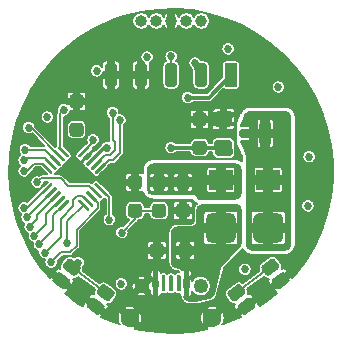
<source format=gbl>
G04 #@! TF.GenerationSoftware,KiCad,Pcbnew,(5.1.12)-1*
G04 #@! TF.CreationDate,2021-11-24T10:48:37+01:00*
G04 #@! TF.ProjectId,solo-nixie,736f6c6f-2d6e-4697-9869-652e6b696361,rev?*
G04 #@! TF.SameCoordinates,Original*
G04 #@! TF.FileFunction,Copper,L4,Bot*
G04 #@! TF.FilePolarity,Positive*
%FSLAX46Y46*%
G04 Gerber Fmt 4.6, Leading zero omitted, Abs format (unit mm)*
G04 Created by KiCad (PCBNEW (5.1.12)-1) date 2021-11-24 10:48:37*
%MOMM*%
%LPD*%
G01*
G04 APERTURE LIST*
G04 #@! TA.AperFunction,ComponentPad*
%ADD10O,1.000000X1.000000*%
G04 #@! TD*
G04 #@! TA.AperFunction,ComponentPad*
%ADD11C,1.000000*%
G04 #@! TD*
G04 #@! TA.AperFunction,SMDPad,CuDef*
%ADD12R,1.000000X2.000000*%
G04 #@! TD*
G04 #@! TA.AperFunction,ComponentPad*
%ADD13C,1.600000*%
G04 #@! TD*
G04 #@! TA.AperFunction,ComponentPad*
%ADD14C,1.250000*%
G04 #@! TD*
G04 #@! TA.AperFunction,SMDPad,CuDef*
%ADD15R,0.450000X1.800000*%
G04 #@! TD*
G04 #@! TA.AperFunction,SMDPad,CuDef*
%ADD16R,2.000000X1.750000*%
G04 #@! TD*
G04 #@! TA.AperFunction,SMDPad,CuDef*
%ADD17C,0.127000*%
G04 #@! TD*
G04 #@! TA.AperFunction,ViaPad*
%ADD18C,0.685800*%
G04 #@! TD*
G04 #@! TA.AperFunction,Conductor*
%ADD19C,0.609600*%
G04 #@! TD*
G04 #@! TA.AperFunction,Conductor*
%ADD20C,0.304800*%
G04 #@! TD*
G04 #@! TA.AperFunction,Conductor*
%ADD21C,0.152400*%
G04 #@! TD*
G04 #@! TA.AperFunction,Conductor*
%ADD22C,0.127000*%
G04 #@! TD*
G04 APERTURE END LIST*
G04 #@! TA.AperFunction,SMDPad,CuDef*
G36*
G01*
X197473000Y-107238500D02*
X197473000Y-105613500D01*
G75*
G02*
X197910500Y-105176000I437500J0D01*
G01*
X199535500Y-105176000D01*
G75*
G02*
X199973000Y-105613500I0J-437500D01*
G01*
X199973000Y-107238500D01*
G75*
G02*
X199535500Y-107676000I-437500J0D01*
G01*
X197910500Y-107676000D01*
G75*
G02*
X197473000Y-107238500I0J437500D01*
G01*
G37*
G04 #@! TD.AperFunction*
G04 #@! TA.AperFunction,SMDPad,CuDef*
G36*
G01*
X193473000Y-107238500D02*
X193473000Y-105613500D01*
G75*
G02*
X193910500Y-105176000I437500J0D01*
G01*
X195535500Y-105176000D01*
G75*
G02*
X195973000Y-105613500I0J-437500D01*
G01*
X195973000Y-107238500D01*
G75*
G02*
X195535500Y-107676000I-437500J0D01*
G01*
X193910500Y-107676000D01*
G75*
G02*
X193473000Y-107238500I0J437500D01*
G01*
G37*
G04 #@! TD.AperFunction*
D10*
X187960000Y-88900000D03*
X189230000Y-88900000D03*
X190500000Y-88900000D03*
X191770000Y-88900000D03*
D11*
X193040000Y-88900000D03*
G04 #@! TA.AperFunction,SMDPad,CuDef*
G36*
G01*
X197965000Y-99175000D02*
X197965000Y-97675000D01*
G75*
G02*
X198215000Y-97425000I250000J0D01*
G01*
X198715000Y-97425000D01*
G75*
G02*
X198965000Y-97675000I0J-250000D01*
G01*
X198965000Y-99175000D01*
G75*
G02*
X198715000Y-99425000I-250000J0D01*
G01*
X198215000Y-99425000D01*
G75*
G02*
X197965000Y-99175000I0J250000D01*
G01*
G37*
G04 #@! TD.AperFunction*
G04 #@! TA.AperFunction,SMDPad,CuDef*
G36*
G01*
X194215000Y-97125000D02*
X194215000Y-96725000D01*
G75*
G02*
X194415000Y-96525000I200000J0D01*
G01*
X195515000Y-96525000D01*
G75*
G02*
X195715000Y-96725000I0J-200000D01*
G01*
X195715000Y-97125000D01*
G75*
G02*
X195515000Y-97325000I-200000J0D01*
G01*
X194415000Y-97325000D01*
G75*
G02*
X194215000Y-97125000I0J200000D01*
G01*
G37*
G04 #@! TD.AperFunction*
G04 #@! TA.AperFunction,SMDPad,CuDef*
G36*
G01*
X194215000Y-100125000D02*
X194215000Y-99725000D01*
G75*
G02*
X194415000Y-99525000I200000J0D01*
G01*
X195515000Y-99525000D01*
G75*
G02*
X195715000Y-99725000I0J-200000D01*
G01*
X195715000Y-100125000D01*
G75*
G02*
X195515000Y-100325000I-200000J0D01*
G01*
X194415000Y-100325000D01*
G75*
G02*
X194215000Y-100125000I0J200000D01*
G01*
G37*
G04 #@! TD.AperFunction*
G04 #@! TA.AperFunction,SMDPad,CuDef*
G36*
G01*
X196265000Y-98625000D02*
X196265000Y-98225000D01*
G75*
G02*
X196465000Y-98025000I200000J0D01*
G01*
X198565000Y-98025000D01*
G75*
G02*
X198765000Y-98225000I0J-200000D01*
G01*
X198765000Y-98625000D01*
G75*
G02*
X198565000Y-98825000I-200000J0D01*
G01*
X196465000Y-98825000D01*
G75*
G02*
X196265000Y-98625000I0J200000D01*
G01*
G37*
G04 #@! TD.AperFunction*
G04 #@! TA.AperFunction,SMDPad,CuDef*
G36*
G01*
X194165000Y-97675000D02*
X194165000Y-97275000D01*
G75*
G02*
X194365000Y-97075000I200000J0D01*
G01*
X195465000Y-97075000D01*
G75*
G02*
X195665000Y-97275000I0J-200000D01*
G01*
X195665000Y-97675000D01*
G75*
G02*
X195465000Y-97875000I-200000J0D01*
G01*
X194365000Y-97875000D01*
G75*
G02*
X194165000Y-97675000I0J200000D01*
G01*
G37*
G04 #@! TD.AperFunction*
G04 #@! TA.AperFunction,SMDPad,CuDef*
G36*
G01*
X194165000Y-99575000D02*
X194165000Y-99175000D01*
G75*
G02*
X194365000Y-98975000I200000J0D01*
G01*
X195465000Y-98975000D01*
G75*
G02*
X195665000Y-99175000I0J-200000D01*
G01*
X195665000Y-99575000D01*
G75*
G02*
X195465000Y-99775000I-200000J0D01*
G01*
X194365000Y-99775000D01*
G75*
G02*
X194165000Y-99575000I0J200000D01*
G01*
G37*
G04 #@! TD.AperFunction*
G04 #@! TA.AperFunction,SMDPad,CuDef*
G36*
G01*
X188210000Y-94472000D02*
X187710000Y-94472000D01*
G75*
G02*
X187460000Y-94222000I0J250000D01*
G01*
X187460000Y-92722000D01*
G75*
G02*
X187710000Y-92472000I250000J0D01*
G01*
X188210000Y-92472000D01*
G75*
G02*
X188460000Y-92722000I0J-250000D01*
G01*
X188460000Y-94222000D01*
G75*
G02*
X188210000Y-94472000I-250000J0D01*
G01*
G37*
G04 #@! TD.AperFunction*
G04 #@! TA.AperFunction,SMDPad,CuDef*
G36*
G01*
X193290000Y-94472000D02*
X192790000Y-94472000D01*
G75*
G02*
X192540000Y-94222000I0J250000D01*
G01*
X192540000Y-92722000D01*
G75*
G02*
X192790000Y-92472000I250000J0D01*
G01*
X193290000Y-92472000D01*
G75*
G02*
X193540000Y-92722000I0J-250000D01*
G01*
X193540000Y-94222000D01*
G75*
G02*
X193290000Y-94472000I-250000J0D01*
G01*
G37*
G04 #@! TD.AperFunction*
G04 #@! TA.AperFunction,SMDPad,CuDef*
G36*
G01*
X185670000Y-94472000D02*
X185170000Y-94472000D01*
G75*
G02*
X184920000Y-94222000I0J250000D01*
G01*
X184920000Y-92722000D01*
G75*
G02*
X185170000Y-92472000I250000J0D01*
G01*
X185670000Y-92472000D01*
G75*
G02*
X185920000Y-92722000I0J-250000D01*
G01*
X185920000Y-94222000D01*
G75*
G02*
X185670000Y-94472000I-250000J0D01*
G01*
G37*
G04 #@! TD.AperFunction*
G04 #@! TA.AperFunction,SMDPad,CuDef*
G36*
G01*
X190750000Y-94472000D02*
X190250000Y-94472000D01*
G75*
G02*
X190000000Y-94222000I0J250000D01*
G01*
X190000000Y-92722000D01*
G75*
G02*
X190250000Y-92472000I250000J0D01*
G01*
X190750000Y-92472000D01*
G75*
G02*
X191000000Y-92722000I0J-250000D01*
G01*
X191000000Y-94222000D01*
G75*
G02*
X190750000Y-94472000I-250000J0D01*
G01*
G37*
G04 #@! TD.AperFunction*
D12*
X195580000Y-93472000D03*
G04 #@! TA.AperFunction,SMDPad,CuDef*
G36*
G01*
X182812784Y-109953343D02*
X182496832Y-110372627D01*
G75*
G02*
X182129214Y-110424293I-209642J157976D01*
G01*
X181430408Y-109897705D01*
G75*
G02*
X181378742Y-109530087I157976J209642D01*
G01*
X181694694Y-109110803D01*
G75*
G02*
X182062312Y-109059137I209642J-157976D01*
G01*
X182761118Y-109585725D01*
G75*
G02*
X182812784Y-109953343I-157976J-209642D01*
G01*
G37*
G04 #@! TD.AperFunction*
G04 #@! TA.AperFunction,SMDPad,CuDef*
G36*
G01*
X185687872Y-112119877D02*
X185371920Y-112539161D01*
G75*
G02*
X185004302Y-112590827I-209642J157976D01*
G01*
X184305496Y-112064239D01*
G75*
G02*
X184253830Y-111696621I157976J209642D01*
G01*
X184569782Y-111277337D01*
G75*
G02*
X184937400Y-111225671I209642J-157976D01*
G01*
X185636206Y-111752259D01*
G75*
G02*
X185687872Y-112119877I-157976J-209642D01*
G01*
G37*
G04 #@! TD.AperFunction*
G04 #@! TA.AperFunction,SMDPad,CuDef*
G36*
G01*
X181946170Y-111103379D02*
X181630218Y-111522663D01*
G75*
G02*
X181262600Y-111574329I-209642J157976D01*
G01*
X180563794Y-111047741D01*
G75*
G02*
X180512128Y-110680123I157976J209642D01*
G01*
X180828080Y-110260839D01*
G75*
G02*
X181195698Y-110209173I209642J-157976D01*
G01*
X181894504Y-110735761D01*
G75*
G02*
X181946170Y-111103379I-157976J-209642D01*
G01*
G37*
G04 #@! TD.AperFunction*
G04 #@! TA.AperFunction,SMDPad,CuDef*
G36*
G01*
X184821258Y-113269913D02*
X184505306Y-113689197D01*
G75*
G02*
X184137688Y-113740863I-209642J157976D01*
G01*
X183438882Y-113214275D01*
G75*
G02*
X183387216Y-112846657I157976J209642D01*
G01*
X183703168Y-112427373D01*
G75*
G02*
X184070786Y-112375707I209642J-157976D01*
G01*
X184769592Y-112902295D01*
G75*
G02*
X184821258Y-113269913I-157976J-209642D01*
G01*
G37*
G04 #@! TD.AperFunction*
G04 #@! TA.AperFunction,SMDPad,CuDef*
G36*
G01*
X196430218Y-111277337D02*
X196746170Y-111696621D01*
G75*
G02*
X196694504Y-112064239I-209642J-157976D01*
G01*
X195995698Y-112590827D01*
G75*
G02*
X195628080Y-112539161I-157976J209642D01*
G01*
X195312128Y-112119877D01*
G75*
G02*
X195363794Y-111752259I209642J157976D01*
G01*
X196062600Y-111225671D01*
G75*
G02*
X196430218Y-111277337I157976J-209642D01*
G01*
G37*
G04 #@! TD.AperFunction*
G04 #@! TA.AperFunction,SMDPad,CuDef*
G36*
G01*
X199305306Y-109110803D02*
X199621258Y-109530087D01*
G75*
G02*
X199569592Y-109897705I-209642J-157976D01*
G01*
X198870786Y-110424293D01*
G75*
G02*
X198503168Y-110372627I-157976J209642D01*
G01*
X198187216Y-109953343D01*
G75*
G02*
X198238882Y-109585725I209642J157976D01*
G01*
X198937688Y-109059137D01*
G75*
G02*
X199305306Y-109110803I157976J-209642D01*
G01*
G37*
G04 #@! TD.AperFunction*
G04 #@! TA.AperFunction,SMDPad,CuDef*
G36*
G01*
X197296832Y-112427373D02*
X197612784Y-112846657D01*
G75*
G02*
X197561118Y-113214275I-209642J-157976D01*
G01*
X196862312Y-113740863D01*
G75*
G02*
X196494694Y-113689197I-157976J209642D01*
G01*
X196178742Y-113269913D01*
G75*
G02*
X196230408Y-112902295I209642J157976D01*
G01*
X196929214Y-112375707D01*
G75*
G02*
X197296832Y-112427373I157976J-209642D01*
G01*
G37*
G04 #@! TD.AperFunction*
G04 #@! TA.AperFunction,SMDPad,CuDef*
G36*
G01*
X200171920Y-110260839D02*
X200487872Y-110680123D01*
G75*
G02*
X200436206Y-111047741I-209642J-157976D01*
G01*
X199737400Y-111574329D01*
G75*
G02*
X199369782Y-111522663I-157976J209642D01*
G01*
X199053830Y-111103379D01*
G75*
G02*
X199105496Y-110735761I209642J157976D01*
G01*
X199804302Y-110209173D01*
G75*
G02*
X200171920Y-110260839I157976J-209642D01*
G01*
G37*
G04 #@! TD.AperFunction*
D13*
X187000000Y-114050000D03*
X194000000Y-114050000D03*
D14*
X188000000Y-111350000D03*
X193000000Y-111350000D03*
G04 #@! TA.AperFunction,SMDPad,CuDef*
G36*
G01*
X189425000Y-110312500D02*
X189425000Y-111887500D01*
G75*
G02*
X189312500Y-112000000I-112500J0D01*
G01*
X189087500Y-112000000D01*
G75*
G02*
X188975000Y-111887500I0J112500D01*
G01*
X188975000Y-110312500D01*
G75*
G02*
X189087500Y-110200000I112500J0D01*
G01*
X189312500Y-110200000D01*
G75*
G02*
X189425000Y-110312500I0J-112500D01*
G01*
G37*
G04 #@! TD.AperFunction*
G04 #@! TA.AperFunction,SMDPad,CuDef*
G36*
G01*
X190000000Y-110475000D02*
X190000000Y-111725000D01*
G75*
G02*
X189925000Y-111800000I-75000J0D01*
G01*
X189775000Y-111800000D01*
G75*
G02*
X189700000Y-111725000I0J75000D01*
G01*
X189700000Y-110475000D01*
G75*
G02*
X189775000Y-110400000I75000J0D01*
G01*
X189925000Y-110400000D01*
G75*
G02*
X190000000Y-110475000I0J-75000D01*
G01*
G37*
G04 #@! TD.AperFunction*
G04 #@! TA.AperFunction,SMDPad,CuDef*
G36*
G01*
X190650000Y-110475000D02*
X190650000Y-111725000D01*
G75*
G02*
X190575000Y-111800000I-75000J0D01*
G01*
X190425000Y-111800000D01*
G75*
G02*
X190350000Y-111725000I0J75000D01*
G01*
X190350000Y-110475000D01*
G75*
G02*
X190425000Y-110400000I75000J0D01*
G01*
X190575000Y-110400000D01*
G75*
G02*
X190650000Y-110475000I0J-75000D01*
G01*
G37*
G04 #@! TD.AperFunction*
G04 #@! TA.AperFunction,SMDPad,CuDef*
G36*
G01*
X191300000Y-110475000D02*
X191300000Y-111725000D01*
G75*
G02*
X191225000Y-111800000I-75000J0D01*
G01*
X191075000Y-111800000D01*
G75*
G02*
X191000000Y-111725000I0J75000D01*
G01*
X191000000Y-110475000D01*
G75*
G02*
X191075000Y-110400000I75000J0D01*
G01*
X191225000Y-110400000D01*
G75*
G02*
X191300000Y-110475000I0J-75000D01*
G01*
G37*
G04 #@! TD.AperFunction*
D15*
X191800000Y-111100000D03*
D16*
X194723000Y-102362000D03*
X198723000Y-102362000D03*
G04 #@! TA.AperFunction,SMDPad,CuDef*
G36*
G01*
X184976200Y-101094790D02*
X184216060Y-101854930D01*
G75*
G02*
X184127672Y-101854930I-44194J44194D01*
G01*
X184039284Y-101766542D01*
G75*
G02*
X184039284Y-101678154I44194J44194D01*
G01*
X184799424Y-100918014D01*
G75*
G02*
X184887812Y-100918014I44194J-44194D01*
G01*
X184976200Y-101006402D01*
G75*
G02*
X184976200Y-101094790I-44194J-44194D01*
G01*
G37*
G04 #@! TD.AperFunction*
G04 #@! TA.AperFunction,SMDPad,CuDef*
G36*
G01*
X184622646Y-100741236D02*
X183862506Y-101501376D01*
G75*
G02*
X183774118Y-101501376I-44194J44194D01*
G01*
X183685730Y-101412988D01*
G75*
G02*
X183685730Y-101324600I44194J44194D01*
G01*
X184445870Y-100564460D01*
G75*
G02*
X184534258Y-100564460I44194J-44194D01*
G01*
X184622646Y-100652848D01*
G75*
G02*
X184622646Y-100741236I-44194J-44194D01*
G01*
G37*
G04 #@! TD.AperFunction*
G04 #@! TA.AperFunction,SMDPad,CuDef*
G36*
G01*
X184269093Y-100387683D02*
X183508953Y-101147823D01*
G75*
G02*
X183420565Y-101147823I-44194J44194D01*
G01*
X183332177Y-101059435D01*
G75*
G02*
X183332177Y-100971047I44194J44194D01*
G01*
X184092317Y-100210907D01*
G75*
G02*
X184180705Y-100210907I44194J-44194D01*
G01*
X184269093Y-100299295D01*
G75*
G02*
X184269093Y-100387683I-44194J-44194D01*
G01*
G37*
G04 #@! TD.AperFunction*
G04 #@! TA.AperFunction,SMDPad,CuDef*
G36*
G01*
X183915540Y-100034130D02*
X183155400Y-100794270D01*
G75*
G02*
X183067012Y-100794270I-44194J44194D01*
G01*
X182978624Y-100705882D01*
G75*
G02*
X182978624Y-100617494I44194J44194D01*
G01*
X183738764Y-99857354D01*
G75*
G02*
X183827152Y-99857354I44194J-44194D01*
G01*
X183915540Y-99945742D01*
G75*
G02*
X183915540Y-100034130I-44194J-44194D01*
G01*
G37*
G04 #@! TD.AperFunction*
G04 #@! TA.AperFunction,SMDPad,CuDef*
G36*
G01*
X183561986Y-99680576D02*
X182801846Y-100440716D01*
G75*
G02*
X182713458Y-100440716I-44194J44194D01*
G01*
X182625070Y-100352328D01*
G75*
G02*
X182625070Y-100263940I44194J44194D01*
G01*
X183385210Y-99503800D01*
G75*
G02*
X183473598Y-99503800I44194J-44194D01*
G01*
X183561986Y-99592188D01*
G75*
G02*
X183561986Y-99680576I-44194J-44194D01*
G01*
G37*
G04 #@! TD.AperFunction*
G04 #@! TA.AperFunction,SMDPad,CuDef*
G36*
G01*
X181864930Y-100352328D02*
X181776542Y-100440716D01*
G75*
G02*
X181688154Y-100440716I-44194J44194D01*
G01*
X180928014Y-99680576D01*
G75*
G02*
X180928014Y-99592188I44194J44194D01*
G01*
X181016402Y-99503800D01*
G75*
G02*
X181104790Y-99503800I44194J-44194D01*
G01*
X181864930Y-100263940D01*
G75*
G02*
X181864930Y-100352328I-44194J-44194D01*
G01*
G37*
G04 #@! TD.AperFunction*
G04 #@! TA.AperFunction,SMDPad,CuDef*
G36*
G01*
X181511376Y-100705882D02*
X181422988Y-100794270D01*
G75*
G02*
X181334600Y-100794270I-44194J44194D01*
G01*
X180574460Y-100034130D01*
G75*
G02*
X180574460Y-99945742I44194J44194D01*
G01*
X180662848Y-99857354D01*
G75*
G02*
X180751236Y-99857354I44194J-44194D01*
G01*
X181511376Y-100617494D01*
G75*
G02*
X181511376Y-100705882I-44194J-44194D01*
G01*
G37*
G04 #@! TD.AperFunction*
G04 #@! TA.AperFunction,SMDPad,CuDef*
G36*
G01*
X181157823Y-101059435D02*
X181069435Y-101147823D01*
G75*
G02*
X180981047Y-101147823I-44194J44194D01*
G01*
X180220907Y-100387683D01*
G75*
G02*
X180220907Y-100299295I44194J44194D01*
G01*
X180309295Y-100210907D01*
G75*
G02*
X180397683Y-100210907I44194J-44194D01*
G01*
X181157823Y-100971047D01*
G75*
G02*
X181157823Y-101059435I-44194J-44194D01*
G01*
G37*
G04 #@! TD.AperFunction*
G04 #@! TA.AperFunction,SMDPad,CuDef*
G36*
G01*
X180804270Y-101412988D02*
X180715882Y-101501376D01*
G75*
G02*
X180627494Y-101501376I-44194J44194D01*
G01*
X179867354Y-100741236D01*
G75*
G02*
X179867354Y-100652848I44194J44194D01*
G01*
X179955742Y-100564460D01*
G75*
G02*
X180044130Y-100564460I44194J-44194D01*
G01*
X180804270Y-101324600D01*
G75*
G02*
X180804270Y-101412988I-44194J-44194D01*
G01*
G37*
G04 #@! TD.AperFunction*
G04 #@! TA.AperFunction,SMDPad,CuDef*
G36*
G01*
X180450716Y-101766542D02*
X180362328Y-101854930D01*
G75*
G02*
X180273940Y-101854930I-44194J44194D01*
G01*
X179513800Y-101094790D01*
G75*
G02*
X179513800Y-101006402I44194J44194D01*
G01*
X179602188Y-100918014D01*
G75*
G02*
X179690576Y-100918014I44194J-44194D01*
G01*
X180450716Y-101678154D01*
G75*
G02*
X180450716Y-101766542I-44194J-44194D01*
G01*
G37*
G04 #@! TD.AperFunction*
G04 #@! TA.AperFunction,SMDPad,CuDef*
G36*
G01*
X180450716Y-102791846D02*
X179690576Y-103551986D01*
G75*
G02*
X179602188Y-103551986I-44194J44194D01*
G01*
X179513800Y-103463598D01*
G75*
G02*
X179513800Y-103375210I44194J44194D01*
G01*
X180273940Y-102615070D01*
G75*
G02*
X180362328Y-102615070I44194J-44194D01*
G01*
X180450716Y-102703458D01*
G75*
G02*
X180450716Y-102791846I-44194J-44194D01*
G01*
G37*
G04 #@! TD.AperFunction*
G04 #@! TA.AperFunction,SMDPad,CuDef*
G36*
G01*
X180804270Y-103145400D02*
X180044130Y-103905540D01*
G75*
G02*
X179955742Y-103905540I-44194J44194D01*
G01*
X179867354Y-103817152D01*
G75*
G02*
X179867354Y-103728764I44194J44194D01*
G01*
X180627494Y-102968624D01*
G75*
G02*
X180715882Y-102968624I44194J-44194D01*
G01*
X180804270Y-103057012D01*
G75*
G02*
X180804270Y-103145400I-44194J-44194D01*
G01*
G37*
G04 #@! TD.AperFunction*
G04 #@! TA.AperFunction,SMDPad,CuDef*
G36*
G01*
X181157823Y-103498953D02*
X180397683Y-104259093D01*
G75*
G02*
X180309295Y-104259093I-44194J44194D01*
G01*
X180220907Y-104170705D01*
G75*
G02*
X180220907Y-104082317I44194J44194D01*
G01*
X180981047Y-103322177D01*
G75*
G02*
X181069435Y-103322177I44194J-44194D01*
G01*
X181157823Y-103410565D01*
G75*
G02*
X181157823Y-103498953I-44194J-44194D01*
G01*
G37*
G04 #@! TD.AperFunction*
G04 #@! TA.AperFunction,SMDPad,CuDef*
G36*
G01*
X181511376Y-103852506D02*
X180751236Y-104612646D01*
G75*
G02*
X180662848Y-104612646I-44194J44194D01*
G01*
X180574460Y-104524258D01*
G75*
G02*
X180574460Y-104435870I44194J44194D01*
G01*
X181334600Y-103675730D01*
G75*
G02*
X181422988Y-103675730I44194J-44194D01*
G01*
X181511376Y-103764118D01*
G75*
G02*
X181511376Y-103852506I-44194J-44194D01*
G01*
G37*
G04 #@! TD.AperFunction*
G04 #@! TA.AperFunction,SMDPad,CuDef*
G36*
G01*
X181864930Y-104206060D02*
X181104790Y-104966200D01*
G75*
G02*
X181016402Y-104966200I-44194J44194D01*
G01*
X180928014Y-104877812D01*
G75*
G02*
X180928014Y-104789424I44194J44194D01*
G01*
X181688154Y-104029284D01*
G75*
G02*
X181776542Y-104029284I44194J-44194D01*
G01*
X181864930Y-104117672D01*
G75*
G02*
X181864930Y-104206060I-44194J-44194D01*
G01*
G37*
G04 #@! TD.AperFunction*
G04 #@! TA.AperFunction,SMDPad,CuDef*
G36*
G01*
X183561986Y-104877812D02*
X183473598Y-104966200D01*
G75*
G02*
X183385210Y-104966200I-44194J44194D01*
G01*
X182625070Y-104206060D01*
G75*
G02*
X182625070Y-104117672I44194J44194D01*
G01*
X182713458Y-104029284D01*
G75*
G02*
X182801846Y-104029284I44194J-44194D01*
G01*
X183561986Y-104789424D01*
G75*
G02*
X183561986Y-104877812I-44194J-44194D01*
G01*
G37*
G04 #@! TD.AperFunction*
G04 #@! TA.AperFunction,SMDPad,CuDef*
G36*
G01*
X183915540Y-104524258D02*
X183827152Y-104612646D01*
G75*
G02*
X183738764Y-104612646I-44194J44194D01*
G01*
X182978624Y-103852506D01*
G75*
G02*
X182978624Y-103764118I44194J44194D01*
G01*
X183067012Y-103675730D01*
G75*
G02*
X183155400Y-103675730I44194J-44194D01*
G01*
X183915540Y-104435870D01*
G75*
G02*
X183915540Y-104524258I-44194J-44194D01*
G01*
G37*
G04 #@! TD.AperFunction*
G04 #@! TA.AperFunction,SMDPad,CuDef*
G36*
G01*
X184269093Y-104170705D02*
X184180705Y-104259093D01*
G75*
G02*
X184092317Y-104259093I-44194J44194D01*
G01*
X183332177Y-103498953D01*
G75*
G02*
X183332177Y-103410565I44194J44194D01*
G01*
X183420565Y-103322177D01*
G75*
G02*
X183508953Y-103322177I44194J-44194D01*
G01*
X184269093Y-104082317D01*
G75*
G02*
X184269093Y-104170705I-44194J-44194D01*
G01*
G37*
G04 #@! TD.AperFunction*
G04 #@! TA.AperFunction,SMDPad,CuDef*
G36*
G01*
X184622646Y-103817152D02*
X184534258Y-103905540D01*
G75*
G02*
X184445870Y-103905540I-44194J44194D01*
G01*
X183685730Y-103145400D01*
G75*
G02*
X183685730Y-103057012I44194J44194D01*
G01*
X183774118Y-102968624D01*
G75*
G02*
X183862506Y-102968624I44194J-44194D01*
G01*
X184622646Y-103728764D01*
G75*
G02*
X184622646Y-103817152I-44194J-44194D01*
G01*
G37*
G04 #@! TD.AperFunction*
G04 #@! TA.AperFunction,SMDPad,CuDef*
D17*
G36*
X185161815Y-103560825D02*
G01*
X184985038Y-103737602D01*
X183995089Y-102747653D01*
X184171866Y-102570876D01*
X185161815Y-103560825D01*
G37*
G04 #@! TD.AperFunction*
G04 #@! TA.AperFunction,SMDPad,CuDef*
G36*
G01*
X182799000Y-98701000D02*
X182199000Y-98701000D01*
G75*
G02*
X181899000Y-98401000I0J300000D01*
G01*
X181899000Y-97801000D01*
G75*
G02*
X182199000Y-97501000I300000J0D01*
G01*
X182799000Y-97501000D01*
G75*
G02*
X183099000Y-97801000I0J-300000D01*
G01*
X183099000Y-98401000D01*
G75*
G02*
X182799000Y-98701000I-300000J0D01*
G01*
G37*
G04 #@! TD.AperFunction*
G04 #@! TA.AperFunction,SMDPad,CuDef*
G36*
G01*
X182799000Y-96301000D02*
X182199000Y-96301000D01*
G75*
G02*
X181899000Y-96001000I0J300000D01*
G01*
X181899000Y-95401000D01*
G75*
G02*
X182199000Y-95101000I300000J0D01*
G01*
X182799000Y-95101000D01*
G75*
G02*
X183099000Y-95401000I0J-300000D01*
G01*
X183099000Y-96001000D01*
G75*
G02*
X182799000Y-96301000I-300000J0D01*
G01*
G37*
G04 #@! TD.AperFunction*
G04 #@! TA.AperFunction,SMDPad,CuDef*
G36*
G01*
X187752000Y-105559000D02*
X187152000Y-105559000D01*
G75*
G02*
X186852000Y-105259000I0J300000D01*
G01*
X186852000Y-104659000D01*
G75*
G02*
X187152000Y-104359000I300000J0D01*
G01*
X187752000Y-104359000D01*
G75*
G02*
X188052000Y-104659000I0J-300000D01*
G01*
X188052000Y-105259000D01*
G75*
G02*
X187752000Y-105559000I-300000J0D01*
G01*
G37*
G04 #@! TD.AperFunction*
G04 #@! TA.AperFunction,SMDPad,CuDef*
G36*
G01*
X187752000Y-103159000D02*
X187152000Y-103159000D01*
G75*
G02*
X186852000Y-102859000I0J300000D01*
G01*
X186852000Y-102259000D01*
G75*
G02*
X187152000Y-101959000I300000J0D01*
G01*
X187752000Y-101959000D01*
G75*
G02*
X188052000Y-102259000I0J-300000D01*
G01*
X188052000Y-102859000D01*
G75*
G02*
X187752000Y-103159000I-300000J0D01*
G01*
G37*
G04 #@! TD.AperFunction*
G04 #@! TA.AperFunction,SMDPad,CuDef*
G36*
G01*
X193213000Y-100225000D02*
X192613000Y-100225000D01*
G75*
G02*
X192313000Y-99925000I0J300000D01*
G01*
X192313000Y-99325000D01*
G75*
G02*
X192613000Y-99025000I300000J0D01*
G01*
X193213000Y-99025000D01*
G75*
G02*
X193513000Y-99325000I0J-300000D01*
G01*
X193513000Y-99925000D01*
G75*
G02*
X193213000Y-100225000I-300000J0D01*
G01*
G37*
G04 #@! TD.AperFunction*
G04 #@! TA.AperFunction,SMDPad,CuDef*
G36*
G01*
X193213000Y-97825000D02*
X192613000Y-97825000D01*
G75*
G02*
X192313000Y-97525000I0J300000D01*
G01*
X192313000Y-96925000D01*
G75*
G02*
X192613000Y-96625000I300000J0D01*
G01*
X193213000Y-96625000D01*
G75*
G02*
X193513000Y-96925000I0J-300000D01*
G01*
X193513000Y-97525000D01*
G75*
G02*
X193213000Y-97825000I-300000J0D01*
G01*
G37*
G04 #@! TD.AperFunction*
G04 #@! TA.AperFunction,SMDPad,CuDef*
G36*
G01*
X189184000Y-101959000D02*
X189784000Y-101959000D01*
G75*
G02*
X190084000Y-102259000I0J-300000D01*
G01*
X190084000Y-102859000D01*
G75*
G02*
X189784000Y-103159000I-300000J0D01*
G01*
X189184000Y-103159000D01*
G75*
G02*
X188884000Y-102859000I0J300000D01*
G01*
X188884000Y-102259000D01*
G75*
G02*
X189184000Y-101959000I300000J0D01*
G01*
G37*
G04 #@! TD.AperFunction*
G04 #@! TA.AperFunction,SMDPad,CuDef*
G36*
G01*
X189184000Y-104359000D02*
X189784000Y-104359000D01*
G75*
G02*
X190084000Y-104659000I0J-300000D01*
G01*
X190084000Y-105259000D01*
G75*
G02*
X189784000Y-105559000I-300000J0D01*
G01*
X189184000Y-105559000D01*
G75*
G02*
X188884000Y-105259000I0J300000D01*
G01*
X188884000Y-104659000D01*
G75*
G02*
X189184000Y-104359000I300000J0D01*
G01*
G37*
G04 #@! TD.AperFunction*
G04 #@! TA.AperFunction,SMDPad,CuDef*
G36*
G01*
X192300000Y-108031000D02*
X192300000Y-108631000D01*
G75*
G02*
X192000000Y-108931000I-300000J0D01*
G01*
X191400000Y-108931000D01*
G75*
G02*
X191100000Y-108631000I0J300000D01*
G01*
X191100000Y-108031000D01*
G75*
G02*
X191400000Y-107731000I300000J0D01*
G01*
X192000000Y-107731000D01*
G75*
G02*
X192300000Y-108031000I0J-300000D01*
G01*
G37*
G04 #@! TD.AperFunction*
G04 #@! TA.AperFunction,SMDPad,CuDef*
G36*
G01*
X189900000Y-108031000D02*
X189900000Y-108631000D01*
G75*
G02*
X189600000Y-108931000I-300000J0D01*
G01*
X189000000Y-108931000D01*
G75*
G02*
X188700000Y-108631000I0J300000D01*
G01*
X188700000Y-108031000D01*
G75*
G02*
X189000000Y-107731000I300000J0D01*
G01*
X189600000Y-107731000D01*
G75*
G02*
X189900000Y-108031000I0J-300000D01*
G01*
G37*
G04 #@! TD.AperFunction*
G04 #@! TA.AperFunction,SMDPad,CuDef*
G36*
G01*
X191216000Y-101959000D02*
X191816000Y-101959000D01*
G75*
G02*
X192116000Y-102259000I0J-300000D01*
G01*
X192116000Y-102859000D01*
G75*
G02*
X191816000Y-103159000I-300000J0D01*
G01*
X191216000Y-103159000D01*
G75*
G02*
X190916000Y-102859000I0J300000D01*
G01*
X190916000Y-102259000D01*
G75*
G02*
X191216000Y-101959000I300000J0D01*
G01*
G37*
G04 #@! TD.AperFunction*
G04 #@! TA.AperFunction,SMDPad,CuDef*
G36*
G01*
X191216000Y-104359000D02*
X191816000Y-104359000D01*
G75*
G02*
X192116000Y-104659000I0J-300000D01*
G01*
X192116000Y-105259000D01*
G75*
G02*
X191816000Y-105559000I-300000J0D01*
G01*
X191216000Y-105559000D01*
G75*
G02*
X190916000Y-105259000I0J300000D01*
G01*
X190916000Y-104659000D01*
G75*
G02*
X191216000Y-104359000I300000J0D01*
G01*
G37*
G04 #@! TD.AperFunction*
D18*
X191516000Y-102489000D03*
X189484000Y-102489000D03*
X191516000Y-101473000D03*
X189484000Y-101473000D03*
X190500000Y-101473000D03*
X190500000Y-102489000D03*
X191897000Y-95377000D03*
X185064400Y-99618800D03*
X191250004Y-108331000D03*
X192278000Y-108331000D03*
X186182000Y-97282000D03*
X190500000Y-91904700D03*
X185547000Y-96647000D03*
X192532000Y-92456000D03*
X185267600Y-105714800D03*
X186283598Y-111150400D03*
X183895996Y-98958401D03*
X181406796Y-96418400D03*
X196748389Y-109931200D03*
X190500000Y-99618800D03*
X178435000Y-97917002D03*
X186334400Y-106807000D03*
X178054000Y-100685600D03*
X178058851Y-104722363D03*
X202082400Y-104546400D03*
X178314983Y-105520483D03*
X202200000Y-100390600D03*
X178576217Y-106316947D03*
X199593200Y-94488000D03*
X178918754Y-107081975D03*
X195326000Y-91249510D03*
X179828013Y-108505733D03*
X188468000Y-91948000D03*
X180340000Y-109321600D03*
X184200800Y-93116400D03*
X179169369Y-102539789D03*
X181724321Y-107696000D03*
X179354907Y-107797774D03*
X180035204Y-97028000D03*
X178155607Y-99796611D03*
X198628006Y-109728000D03*
X178054000Y-101600000D03*
X182626000Y-109347000D03*
X182499000Y-98171000D03*
D19*
X194665000Y-97225000D02*
X194915000Y-97475000D01*
X192913000Y-97225000D02*
X194665000Y-97225000D01*
D20*
X189200000Y-111100000D02*
X188500000Y-110400000D01*
X193675000Y-95377000D02*
X195580000Y-93472000D01*
X191897000Y-95377000D02*
X193675000Y-95377000D01*
D21*
X184861200Y-99822000D02*
X185064400Y-99618800D01*
X184658000Y-99822000D02*
X184861200Y-99822000D01*
D20*
X184861200Y-99618800D02*
X185064400Y-99618800D01*
X183800635Y-100679365D02*
X184861200Y-99618800D01*
X191800000Y-111000000D02*
X192300000Y-110500000D01*
D21*
X191800000Y-111000000D02*
X191800000Y-111100000D01*
X191800000Y-111100000D02*
X191900000Y-111100000D01*
X186182000Y-100076000D02*
X186182000Y-97282000D01*
X185572400Y-100685600D02*
X186182000Y-100076000D01*
X185208614Y-100685600D02*
X185572400Y-100685600D01*
X184507742Y-101386472D02*
X185208614Y-100685600D01*
X190500000Y-93472000D02*
X190500000Y-91904700D01*
X185547000Y-98933000D02*
X185547000Y-96647000D01*
X185775600Y-99161600D02*
X185547000Y-98933000D01*
X185775600Y-99838512D02*
X185775600Y-99161600D01*
X185334912Y-100279200D02*
X185775600Y-99838512D01*
X184907906Y-100279200D02*
X185334912Y-100279200D01*
X184154188Y-101032918D02*
X184907906Y-100279200D01*
X192532000Y-92964000D02*
X192532000Y-92456000D01*
X193040000Y-93472000D02*
X192532000Y-92964000D01*
X185267600Y-103843387D02*
X185267600Y-105714800D01*
X184578452Y-103154239D02*
X185267600Y-103843387D01*
X183895996Y-99136202D02*
X183895996Y-98958401D01*
X183093528Y-99938670D02*
X183895996Y-99136202D01*
X183093528Y-99972258D02*
X183093528Y-99938670D01*
X181102000Y-96723196D02*
X181406796Y-96418400D01*
X181102000Y-99677786D02*
X181102000Y-96723196D01*
X181396472Y-99972258D02*
X181102000Y-99677786D01*
D20*
X194665000Y-99625000D02*
X194965000Y-99925000D01*
X192913000Y-99625000D02*
X194665000Y-99625000D01*
D21*
X190506200Y-99625000D02*
X190500000Y-99618800D01*
D20*
X192913000Y-99625000D02*
X190506200Y-99625000D01*
D21*
X178689002Y-97917002D02*
X178435000Y-97917002D01*
X178717106Y-98000000D02*
X181042918Y-100325812D01*
X178517998Y-98000000D02*
X178717106Y-98000000D01*
X178435000Y-97917002D02*
X178517998Y-98000000D01*
X189484000Y-104959000D02*
X187452000Y-104959000D01*
X187452000Y-104959000D02*
X187452000Y-105689400D01*
X187452000Y-105689400D02*
X186334400Y-106807000D01*
X178257200Y-100482400D02*
X178054000Y-100685600D01*
X179785294Y-100482400D02*
X178257200Y-100482400D01*
X180335812Y-101032918D02*
X179785294Y-100482400D01*
X178273244Y-104722363D02*
X178058851Y-104722363D01*
X179912079Y-103083528D02*
X178273244Y-104722363D01*
X179982258Y-103083528D02*
X179912079Y-103083528D01*
X178314983Y-105457911D02*
X178314983Y-105520483D01*
X180335812Y-103437082D02*
X178314983Y-105457911D01*
X178576217Y-106259383D02*
X178576217Y-106316947D01*
X179171600Y-105664000D02*
X178576217Y-106259383D01*
X179171600Y-105308400D02*
X179171600Y-105664000D01*
X180689365Y-103790635D02*
X179171600Y-105308400D01*
X179933600Y-106067129D02*
X178918754Y-107081975D01*
X179933600Y-105253506D02*
X179933600Y-106067129D01*
X181042918Y-104144188D02*
X179933600Y-105253506D01*
X181152800Y-107180946D02*
X179828013Y-108505733D01*
X181152800Y-105664000D02*
X181152800Y-107180946D01*
X182219600Y-104597200D02*
X181152800Y-105664000D01*
X182219600Y-104038400D02*
X182219600Y-104597200D01*
X182575200Y-103682800D02*
X182219600Y-104038400D01*
X182985694Y-103682800D02*
X182575200Y-103682800D01*
X183447082Y-104144188D02*
X182985694Y-103682800D01*
X181203600Y-108458000D02*
X180340000Y-109321600D01*
X181960545Y-108458000D02*
X181203600Y-108458000D01*
X182499000Y-107919545D02*
X181960545Y-108458000D01*
X182499000Y-106553000D02*
X182499000Y-107919545D01*
X184302400Y-104749600D02*
X182499000Y-106553000D01*
X184302400Y-104292400D02*
X184302400Y-104749600D01*
X183800635Y-103790635D02*
X184302400Y-104292400D01*
X184154188Y-103437082D02*
X183587106Y-102870000D01*
X183587106Y-102870000D02*
X181813220Y-102870000D01*
X181813220Y-102870000D02*
X181140110Y-102196890D01*
X179512268Y-102196890D02*
X179169369Y-102539789D01*
X181140110Y-102196890D02*
X179512268Y-102196890D01*
X181724321Y-105866949D02*
X181724321Y-107696000D01*
X183093528Y-104497742D02*
X181724321Y-105866949D01*
X180543200Y-106609481D02*
X179354907Y-107797774D01*
X180543200Y-105351014D02*
X180543200Y-106609481D01*
X181396472Y-104497742D02*
X180543200Y-105351014D01*
X198904237Y-109741715D02*
X196029149Y-111908249D01*
X180689365Y-100679365D02*
X179806611Y-99796611D01*
X179806611Y-99796611D02*
X178155607Y-99796611D01*
X198641721Y-109741715D02*
X198628006Y-109728000D01*
X198904237Y-109741715D02*
X198641721Y-109741715D01*
X184970851Y-111908249D02*
X182095763Y-109741715D01*
X178308000Y-101600000D02*
X178054000Y-101600000D01*
X178917600Y-100990400D02*
X178308000Y-101600000D01*
X179586186Y-100990400D02*
X178917600Y-100990400D01*
X179982258Y-101386472D02*
X179586186Y-100990400D01*
X182095763Y-109741715D02*
X182490478Y-109347000D01*
X182490478Y-109347000D02*
X182626000Y-109347000D01*
X192320516Y-88004951D02*
X193755268Y-88275479D01*
X195153136Y-88696979D01*
X196498282Y-89264675D01*
X197775465Y-89972135D01*
X198970215Y-90811344D01*
X200068993Y-91772793D01*
X201059351Y-92845587D01*
X201930067Y-94017573D01*
X202671276Y-95275471D01*
X203274580Y-96605028D01*
X203733142Y-97991180D01*
X204041768Y-99418221D01*
X204196960Y-100869983D01*
X204196960Y-102330017D01*
X204041768Y-103781779D01*
X203733142Y-105208820D01*
X203274580Y-106594972D01*
X202671276Y-107924529D01*
X201930067Y-109182427D01*
X201059351Y-110354413D01*
X200767609Y-110670439D01*
X200684433Y-110561116D01*
X200604397Y-110549867D01*
X200090994Y-110936744D01*
X200103031Y-110952717D01*
X199737894Y-111227867D01*
X199725858Y-111211894D01*
X199212455Y-111598771D01*
X199201207Y-111678807D01*
X199344308Y-111870546D01*
X199374802Y-111903679D01*
X199411174Y-111930227D01*
X199452027Y-111949168D01*
X199468041Y-111953050D01*
X198970215Y-112388656D01*
X197998953Y-113070884D01*
X198000098Y-113043275D01*
X197993151Y-112998784D01*
X197977656Y-112956503D01*
X197954212Y-112918058D01*
X197809345Y-112727650D01*
X197729309Y-112716401D01*
X197215906Y-113103278D01*
X197227943Y-113119251D01*
X196862806Y-113394401D01*
X196850770Y-113378428D01*
X196337367Y-113765305D01*
X196326119Y-113845341D01*
X196418429Y-113969026D01*
X195153136Y-114503021D01*
X194863613Y-114590321D01*
X194832896Y-114559604D01*
X194949840Y-114457535D01*
X195011096Y-114264400D01*
X195033495Y-114063025D01*
X195016177Y-113861150D01*
X194959809Y-113666532D01*
X194949840Y-113642465D01*
X194832894Y-113540395D01*
X194323289Y-114050000D01*
X194337432Y-114064143D01*
X194014143Y-114387432D01*
X194000000Y-114373289D01*
X193490395Y-114882894D01*
X193559023Y-114961524D01*
X192320516Y-115195049D01*
X190865138Y-115311539D01*
X189405622Y-115272672D01*
X187958506Y-115078889D01*
X187447503Y-114954047D01*
X187509605Y-114882894D01*
X187000000Y-114373289D01*
X186985858Y-114387432D01*
X186662569Y-114064143D01*
X186676711Y-114050000D01*
X187323289Y-114050000D01*
X187832894Y-114559605D01*
X187949840Y-114457535D01*
X188011096Y-114264400D01*
X188033495Y-114063025D01*
X188031261Y-114036975D01*
X192966505Y-114036975D01*
X192983823Y-114238850D01*
X193040191Y-114433468D01*
X193050160Y-114457535D01*
X193167106Y-114559605D01*
X193676711Y-114050000D01*
X193167106Y-113540395D01*
X193050160Y-113642465D01*
X192988904Y-113835600D01*
X192966505Y-114036975D01*
X188031261Y-114036975D01*
X188016177Y-113861150D01*
X187959809Y-113666532D01*
X187949840Y-113642465D01*
X187832894Y-113540395D01*
X187323289Y-114050000D01*
X186676711Y-114050000D01*
X186167106Y-113540395D01*
X186050160Y-113642465D01*
X185988904Y-113835600D01*
X185966505Y-114036975D01*
X185983823Y-114238850D01*
X186040191Y-114433468D01*
X186050160Y-114457535D01*
X186167104Y-114559604D01*
X186139001Y-114587707D01*
X185166732Y-114237084D01*
X184590600Y-113956929D01*
X184673881Y-113845341D01*
X184662633Y-113765305D01*
X184149230Y-113378428D01*
X184137194Y-113394401D01*
X183772057Y-113119251D01*
X183784094Y-113103278D01*
X183270691Y-112716401D01*
X183190655Y-112727650D01*
X183045788Y-112918058D01*
X183022344Y-112956503D01*
X183006849Y-112998784D01*
X182999902Y-113043275D01*
X183000801Y-113064944D01*
X182615986Y-112824168D01*
X181512451Y-111957778D01*
X181547973Y-111949168D01*
X181588826Y-111930227D01*
X181625198Y-111903679D01*
X181655692Y-111870546D01*
X181798793Y-111678807D01*
X181787545Y-111598771D01*
X181274142Y-111211894D01*
X181262106Y-111227867D01*
X180896969Y-110952717D01*
X180909006Y-110936744D01*
X180395603Y-110549867D01*
X180315567Y-110561116D01*
X180230247Y-110673258D01*
X179758870Y-110104695D01*
X180659505Y-110104695D01*
X180670753Y-110184731D01*
X181184156Y-110571608D01*
X181196192Y-110555635D01*
X181561329Y-110830785D01*
X181549292Y-110846758D01*
X182062695Y-111233635D01*
X182142731Y-111222386D01*
X182287598Y-111031978D01*
X182311042Y-110993533D01*
X182326537Y-110951252D01*
X182333484Y-110906761D01*
X182331618Y-110861769D01*
X182321010Y-110818006D01*
X182302069Y-110777153D01*
X182275520Y-110740781D01*
X182242387Y-110710287D01*
X182230822Y-110701620D01*
X182259286Y-110706065D01*
X182355693Y-110702067D01*
X182449467Y-110679337D01*
X182537004Y-110638750D01*
X182614942Y-110581864D01*
X182651500Y-110542143D01*
X184048249Y-111594669D01*
X184020143Y-111640760D01*
X183986944Y-111731358D01*
X183972058Y-111826693D01*
X183976056Y-111923099D01*
X183998786Y-112016873D01*
X184010903Y-112043006D01*
X183999386Y-112034279D01*
X183960940Y-112010836D01*
X183918659Y-111995341D01*
X183874168Y-111988394D01*
X183829176Y-111990260D01*
X183785413Y-112000868D01*
X183744560Y-112019809D01*
X183708188Y-112046357D01*
X183677694Y-112079490D01*
X183534593Y-112271229D01*
X183545841Y-112351265D01*
X184059244Y-112738142D01*
X184071280Y-112722169D01*
X184436417Y-112997319D01*
X184424380Y-113013292D01*
X184937783Y-113400169D01*
X185017819Y-113388920D01*
X185148539Y-113217106D01*
X186490395Y-113217106D01*
X187000000Y-113726711D01*
X187509605Y-113217106D01*
X193490395Y-113217106D01*
X194000000Y-113726711D01*
X194509605Y-113217106D01*
X194407535Y-113100160D01*
X194214400Y-113038904D01*
X194013025Y-113016505D01*
X193811150Y-113033823D01*
X193616532Y-113090191D01*
X193592465Y-113100160D01*
X193490395Y-113217106D01*
X187509605Y-113217106D01*
X187407535Y-113100160D01*
X187214400Y-113038904D01*
X187013025Y-113016505D01*
X186811150Y-113033823D01*
X186616532Y-113090191D01*
X186592465Y-113100160D01*
X186490395Y-113217106D01*
X185148539Y-113217106D01*
X185162686Y-113198512D01*
X185186130Y-113160067D01*
X185201625Y-113117786D01*
X185208572Y-113073295D01*
X185206706Y-113028303D01*
X185196098Y-112984540D01*
X185177157Y-112943687D01*
X185150608Y-112907315D01*
X185117475Y-112876821D01*
X185105910Y-112868154D01*
X185134374Y-112872599D01*
X185230781Y-112868601D01*
X185324555Y-112845871D01*
X185412092Y-112805284D01*
X185490030Y-112748398D01*
X185555372Y-112677401D01*
X185871324Y-112258117D01*
X185921559Y-112175738D01*
X185954758Y-112085140D01*
X185959593Y-112054172D01*
X187619118Y-112054172D01*
X187699016Y-112153187D01*
X187861493Y-112196473D01*
X188029294Y-112207230D01*
X188195968Y-112185043D01*
X188300984Y-112153187D01*
X188380882Y-112054172D01*
X188000000Y-111673289D01*
X187619118Y-112054172D01*
X185959593Y-112054172D01*
X185969644Y-111989805D01*
X185965646Y-111893399D01*
X185942916Y-111799625D01*
X185902329Y-111712088D01*
X185845444Y-111634150D01*
X185774447Y-111568808D01*
X185144505Y-111094112D01*
X185712098Y-111094112D01*
X185712098Y-111206688D01*
X185734061Y-111317100D01*
X185777141Y-111421107D01*
X185839685Y-111514710D01*
X185919288Y-111594313D01*
X186012891Y-111656857D01*
X186116898Y-111699937D01*
X186227310Y-111721900D01*
X186339886Y-111721900D01*
X186450298Y-111699937D01*
X186554305Y-111656857D01*
X186647908Y-111594313D01*
X186727511Y-111514710D01*
X186790055Y-111421107D01*
X186807374Y-111379294D01*
X187142770Y-111379294D01*
X187164957Y-111545968D01*
X187196813Y-111650984D01*
X187295828Y-111730882D01*
X187676711Y-111350000D01*
X188323289Y-111350000D01*
X188704172Y-111730882D01*
X188745839Y-111697260D01*
X188745294Y-112000000D01*
X188749708Y-112044813D01*
X188762779Y-112087905D01*
X188784006Y-112127618D01*
X188812573Y-112162427D01*
X188847382Y-112190994D01*
X188887095Y-112212221D01*
X188930187Y-112225292D01*
X188975000Y-112229706D01*
X188994050Y-112228600D01*
X189051200Y-112171450D01*
X189051200Y-111328600D01*
X188975000Y-111328600D01*
X188975000Y-110871400D01*
X189051200Y-110871400D01*
X189051200Y-110028550D01*
X188994050Y-109971400D01*
X188975000Y-109970294D01*
X188930187Y-109974708D01*
X188887095Y-109987779D01*
X188847382Y-110009006D01*
X188812573Y-110037573D01*
X188784006Y-110072382D01*
X188762779Y-110112095D01*
X188749708Y-110155187D01*
X188745294Y-110200000D01*
X188746400Y-110814250D01*
X188803548Y-110871398D01*
X188746400Y-110871398D01*
X188746400Y-111003193D01*
X188704172Y-110969118D01*
X188323289Y-111350000D01*
X187676711Y-111350000D01*
X187295828Y-110969118D01*
X187196813Y-111049016D01*
X187153527Y-111211493D01*
X187142770Y-111379294D01*
X186807374Y-111379294D01*
X186833135Y-111317100D01*
X186855098Y-111206688D01*
X186855098Y-111094112D01*
X186833135Y-110983700D01*
X186790055Y-110879693D01*
X186727511Y-110786090D01*
X186647908Y-110706487D01*
X186557127Y-110645828D01*
X187619118Y-110645828D01*
X188000000Y-111026711D01*
X188380882Y-110645828D01*
X188300984Y-110546813D01*
X188138507Y-110503527D01*
X187970706Y-110492770D01*
X187804032Y-110514957D01*
X187699016Y-110546813D01*
X187619118Y-110645828D01*
X186557127Y-110645828D01*
X186554305Y-110643943D01*
X186450298Y-110600863D01*
X186339886Y-110578900D01*
X186227310Y-110578900D01*
X186116898Y-110600863D01*
X186012891Y-110643943D01*
X185919288Y-110706487D01*
X185839685Y-110786090D01*
X185777141Y-110879693D01*
X185734061Y-110983700D01*
X185712098Y-111094112D01*
X185144505Y-111094112D01*
X185075641Y-111042220D01*
X184993260Y-110991984D01*
X184902662Y-110958785D01*
X184807328Y-110943899D01*
X184710921Y-110947897D01*
X184617147Y-110970627D01*
X184529610Y-111011214D01*
X184451672Y-111068100D01*
X184415115Y-111107821D01*
X183018364Y-110055295D01*
X183046471Y-110009204D01*
X183079670Y-109918606D01*
X183094556Y-109823271D01*
X183090558Y-109726865D01*
X183082296Y-109692778D01*
X183132457Y-109617707D01*
X183175537Y-109513700D01*
X183197500Y-109403288D01*
X183197500Y-109290712D01*
X183175537Y-109180300D01*
X183132457Y-109076293D01*
X183069913Y-108982690D01*
X183018223Y-108931000D01*
X188470294Y-108931000D01*
X188474708Y-108975813D01*
X188487779Y-109018905D01*
X188509006Y-109058618D01*
X188537573Y-109093427D01*
X188572382Y-109121994D01*
X188612095Y-109143221D01*
X188655187Y-109156292D01*
X188700000Y-109160706D01*
X189014250Y-109159600D01*
X189071400Y-109102450D01*
X189071400Y-108559600D01*
X189528600Y-108559600D01*
X189528600Y-109102450D01*
X189585750Y-109159600D01*
X189900000Y-109160706D01*
X189944813Y-109156292D01*
X189987905Y-109143221D01*
X190027618Y-109121994D01*
X190062427Y-109093427D01*
X190090994Y-109058618D01*
X190112221Y-109018905D01*
X190125292Y-108975813D01*
X190129706Y-108931000D01*
X190128600Y-108616750D01*
X190071450Y-108559600D01*
X189528600Y-108559600D01*
X189071400Y-108559600D01*
X188528550Y-108559600D01*
X188471400Y-108616750D01*
X188470294Y-108931000D01*
X183018223Y-108931000D01*
X182990310Y-108903087D01*
X182896707Y-108840543D01*
X182792700Y-108797463D01*
X182682288Y-108775500D01*
X182569712Y-108775500D01*
X182459300Y-108797463D01*
X182355293Y-108840543D01*
X182261690Y-108903087D01*
X182251044Y-108913733D01*
X182200553Y-108875686D01*
X182118172Y-108825450D01*
X182027574Y-108792251D01*
X181932240Y-108777365D01*
X181835833Y-108781363D01*
X181742059Y-108804093D01*
X181654522Y-108844680D01*
X181576584Y-108901566D01*
X181511242Y-108972563D01*
X181195290Y-109391847D01*
X181145055Y-109474226D01*
X181111856Y-109564824D01*
X181096970Y-109660159D01*
X181100968Y-109756565D01*
X181123698Y-109850339D01*
X181135815Y-109876472D01*
X181124298Y-109867745D01*
X181085852Y-109844302D01*
X181043571Y-109828807D01*
X180999080Y-109821860D01*
X180954088Y-109823726D01*
X180910325Y-109834334D01*
X180869472Y-109853275D01*
X180833100Y-109879823D01*
X180802606Y-109912956D01*
X180659505Y-110104695D01*
X179758870Y-110104695D01*
X179489686Y-109780013D01*
X178682580Y-108563347D01*
X178009369Y-107267784D01*
X177477683Y-105908002D01*
X177093544Y-104499409D01*
X176861306Y-103057964D01*
X176783600Y-101600000D01*
X176835335Y-100629312D01*
X177482500Y-100629312D01*
X177482500Y-100741888D01*
X177504463Y-100852300D01*
X177547543Y-100956307D01*
X177610087Y-101049910D01*
X177689690Y-101129513D01*
X177709575Y-101142800D01*
X177689690Y-101156087D01*
X177610087Y-101235690D01*
X177547543Y-101329293D01*
X177504463Y-101433300D01*
X177482500Y-101543712D01*
X177482500Y-101656288D01*
X177504463Y-101766700D01*
X177547543Y-101870707D01*
X177610087Y-101964310D01*
X177689690Y-102043913D01*
X177783293Y-102106457D01*
X177887300Y-102149537D01*
X177997712Y-102171500D01*
X178110288Y-102171500D01*
X178220700Y-102149537D01*
X178324707Y-102106457D01*
X178418310Y-102043913D01*
X178497913Y-101964310D01*
X178560457Y-101870707D01*
X178603537Y-101766700D01*
X178611281Y-101727770D01*
X179043852Y-101295200D01*
X179389356Y-101295200D01*
X179986246Y-101892090D01*
X179527225Y-101892090D01*
X179512267Y-101890617D01*
X179497309Y-101892090D01*
X179497302Y-101892090D01*
X179458157Y-101895945D01*
X179452516Y-101896501D01*
X179439700Y-101900389D01*
X179395062Y-101913930D01*
X179342111Y-101942232D01*
X179295700Y-101980322D01*
X179294360Y-101981955D01*
X179225657Y-101968289D01*
X179113081Y-101968289D01*
X179002669Y-101990252D01*
X178898662Y-102033332D01*
X178805059Y-102095876D01*
X178725456Y-102175479D01*
X178662912Y-102269082D01*
X178619832Y-102373089D01*
X178597869Y-102483501D01*
X178597869Y-102596077D01*
X178619832Y-102706489D01*
X178662912Y-102810496D01*
X178725456Y-102904099D01*
X178805059Y-102983702D01*
X178898662Y-103046246D01*
X179002669Y-103089326D01*
X179113081Y-103111289D01*
X179225657Y-103111289D01*
X179336069Y-103089326D01*
X179440076Y-103046246D01*
X179533679Y-102983702D01*
X179613282Y-102904099D01*
X179675826Y-102810496D01*
X179718906Y-102706489D01*
X179740869Y-102596077D01*
X179740869Y-102501690D01*
X180062466Y-102501690D01*
X179704909Y-102859247D01*
X179695511Y-102866960D01*
X179687798Y-102876358D01*
X179351373Y-103212783D01*
X179349546Y-103215009D01*
X178341003Y-104223553D01*
X178329558Y-104215906D01*
X178225551Y-104172826D01*
X178115139Y-104150863D01*
X178002563Y-104150863D01*
X177892151Y-104172826D01*
X177788144Y-104215906D01*
X177694541Y-104278450D01*
X177614938Y-104358053D01*
X177552394Y-104451656D01*
X177509314Y-104555663D01*
X177487351Y-104666075D01*
X177487351Y-104778651D01*
X177509314Y-104889063D01*
X177552394Y-104993070D01*
X177614938Y-105086673D01*
X177694541Y-105166276D01*
X177788144Y-105228820D01*
X177815075Y-105239975D01*
X177808526Y-105249776D01*
X177765446Y-105353783D01*
X177743483Y-105464195D01*
X177743483Y-105576771D01*
X177765446Y-105687183D01*
X177808526Y-105791190D01*
X177871070Y-105884793D01*
X177950673Y-105964396D01*
X178044276Y-106026940D01*
X178074336Y-106039391D01*
X178069760Y-106046240D01*
X178026680Y-106150247D01*
X178004717Y-106260659D01*
X178004717Y-106373235D01*
X178026680Y-106483647D01*
X178069760Y-106587654D01*
X178132304Y-106681257D01*
X178211907Y-106760860D01*
X178305510Y-106823404D01*
X178392368Y-106859381D01*
X178369217Y-106915275D01*
X178347254Y-107025687D01*
X178347254Y-107138263D01*
X178369217Y-107248675D01*
X178412297Y-107352682D01*
X178474841Y-107446285D01*
X178554444Y-107525888D01*
X178648047Y-107588432D01*
X178752054Y-107631512D01*
X178803257Y-107641697D01*
X178783407Y-107741486D01*
X178783407Y-107854062D01*
X178805370Y-107964474D01*
X178848450Y-108068481D01*
X178910994Y-108162084D01*
X178990597Y-108241687D01*
X179084200Y-108304231D01*
X179188207Y-108347311D01*
X179273456Y-108364269D01*
X179256513Y-108449445D01*
X179256513Y-108562021D01*
X179278476Y-108672433D01*
X179321556Y-108776440D01*
X179384100Y-108870043D01*
X179463703Y-108949646D01*
X179557306Y-109012190D01*
X179661313Y-109055270D01*
X179771725Y-109077233D01*
X179822633Y-109077233D01*
X179790463Y-109154900D01*
X179768500Y-109265312D01*
X179768500Y-109377888D01*
X179790463Y-109488300D01*
X179833543Y-109592307D01*
X179896087Y-109685910D01*
X179975690Y-109765513D01*
X180069293Y-109828057D01*
X180173300Y-109871137D01*
X180283712Y-109893100D01*
X180396288Y-109893100D01*
X180506700Y-109871137D01*
X180610707Y-109828057D01*
X180704310Y-109765513D01*
X180783913Y-109685910D01*
X180846457Y-109592307D01*
X180889537Y-109488300D01*
X180911500Y-109377888D01*
X180911500Y-109265312D01*
X180897536Y-109195115D01*
X181329852Y-108762800D01*
X181945587Y-108762800D01*
X181960545Y-108764273D01*
X181975503Y-108762800D01*
X181975511Y-108762800D01*
X182020296Y-108758389D01*
X182077751Y-108740960D01*
X182130702Y-108712658D01*
X182177113Y-108674568D01*
X182186657Y-108662939D01*
X182703944Y-108145653D01*
X182715568Y-108136113D01*
X182753658Y-108089702D01*
X182781960Y-108036751D01*
X182799389Y-107979296D01*
X182803800Y-107934511D01*
X182803800Y-107934504D01*
X182805273Y-107919546D01*
X182803800Y-107904588D01*
X182803800Y-107731000D01*
X188470294Y-107731000D01*
X188471400Y-108045250D01*
X188528550Y-108102400D01*
X189071400Y-108102400D01*
X189071400Y-107559550D01*
X189528600Y-107559550D01*
X189528600Y-108102400D01*
X190071450Y-108102400D01*
X190128600Y-108045250D01*
X190129706Y-107731000D01*
X190125292Y-107686187D01*
X190112221Y-107643095D01*
X190090994Y-107603382D01*
X190062427Y-107568573D01*
X190027618Y-107540006D01*
X189987905Y-107518779D01*
X189944813Y-107505708D01*
X189900000Y-107501294D01*
X189585750Y-107502400D01*
X189528600Y-107559550D01*
X189071400Y-107559550D01*
X189014250Y-107502400D01*
X188700000Y-107501294D01*
X188655187Y-107505708D01*
X188612095Y-107518779D01*
X188572382Y-107540006D01*
X188537573Y-107568573D01*
X188509006Y-107603382D01*
X188487779Y-107643095D01*
X188474708Y-107686187D01*
X188470294Y-107731000D01*
X182803800Y-107731000D01*
X182803800Y-106750712D01*
X185762900Y-106750712D01*
X185762900Y-106863288D01*
X185784863Y-106973700D01*
X185827943Y-107077707D01*
X185890487Y-107171310D01*
X185970090Y-107250913D01*
X186063693Y-107313457D01*
X186167700Y-107356537D01*
X186278112Y-107378500D01*
X186390688Y-107378500D01*
X186501100Y-107356537D01*
X186605107Y-107313457D01*
X186698710Y-107250913D01*
X186778313Y-107171310D01*
X186840857Y-107077707D01*
X186883937Y-106973700D01*
X186905900Y-106863288D01*
X186905900Y-106750712D01*
X186891936Y-106680515D01*
X187656944Y-105915508D01*
X187668568Y-105905968D01*
X187706658Y-105859557D01*
X187734960Y-105806606D01*
X187740390Y-105788706D01*
X187752000Y-105788706D01*
X187855341Y-105778528D01*
X187954710Y-105748385D01*
X188046289Y-105699434D01*
X188126559Y-105633559D01*
X188192434Y-105553289D01*
X188241385Y-105461710D01*
X188271528Y-105362341D01*
X188281233Y-105263800D01*
X188654767Y-105263800D01*
X188664472Y-105362341D01*
X188694615Y-105461710D01*
X188743566Y-105553289D01*
X188809441Y-105633559D01*
X188889711Y-105699434D01*
X188981290Y-105748385D01*
X189080659Y-105778528D01*
X189184000Y-105788706D01*
X189784000Y-105788706D01*
X189887341Y-105778528D01*
X189986710Y-105748385D01*
X190078289Y-105699434D01*
X190158559Y-105633559D01*
X190219747Y-105559000D01*
X190686294Y-105559000D01*
X190690708Y-105603813D01*
X190703779Y-105646905D01*
X190725006Y-105686618D01*
X190753573Y-105721427D01*
X190788382Y-105749994D01*
X190828095Y-105771221D01*
X190871187Y-105784292D01*
X190916000Y-105788706D01*
X191230250Y-105787600D01*
X191287400Y-105730450D01*
X191287400Y-105187600D01*
X191744600Y-105187600D01*
X191744600Y-105730450D01*
X191801750Y-105787600D01*
X192116000Y-105788706D01*
X192160813Y-105784292D01*
X192203905Y-105771221D01*
X192243618Y-105749994D01*
X192278427Y-105721427D01*
X192306994Y-105686618D01*
X192328221Y-105646905D01*
X192341292Y-105603813D01*
X192345706Y-105559000D01*
X192344600Y-105244750D01*
X192287450Y-105187600D01*
X191744600Y-105187600D01*
X191287400Y-105187600D01*
X190744550Y-105187600D01*
X190687400Y-105244750D01*
X190686294Y-105559000D01*
X190219747Y-105559000D01*
X190224434Y-105553289D01*
X190273385Y-105461710D01*
X190303528Y-105362341D01*
X190313706Y-105259000D01*
X190313706Y-104659000D01*
X190303528Y-104555659D01*
X190273385Y-104456290D01*
X190224434Y-104364711D01*
X190219748Y-104359000D01*
X190686294Y-104359000D01*
X190687400Y-104673250D01*
X190744550Y-104730400D01*
X191287400Y-104730400D01*
X191287400Y-104187550D01*
X191744600Y-104187550D01*
X191744600Y-104730400D01*
X192287450Y-104730400D01*
X192344600Y-104673250D01*
X192345706Y-104359000D01*
X192341292Y-104314187D01*
X192328221Y-104271095D01*
X192306994Y-104231382D01*
X192278427Y-104196573D01*
X192243618Y-104168006D01*
X192203905Y-104146779D01*
X192160813Y-104133708D01*
X192116000Y-104129294D01*
X191801750Y-104130400D01*
X191744600Y-104187550D01*
X191287400Y-104187550D01*
X191230250Y-104130400D01*
X190916000Y-104129294D01*
X190871187Y-104133708D01*
X190828095Y-104146779D01*
X190788382Y-104168006D01*
X190753573Y-104196573D01*
X190725006Y-104231382D01*
X190703779Y-104271095D01*
X190690708Y-104314187D01*
X190686294Y-104359000D01*
X190219748Y-104359000D01*
X190158559Y-104284441D01*
X190078289Y-104218566D01*
X189986710Y-104169615D01*
X189887341Y-104139472D01*
X189784000Y-104129294D01*
X189184000Y-104129294D01*
X189080659Y-104139472D01*
X188981290Y-104169615D01*
X188889711Y-104218566D01*
X188809441Y-104284441D01*
X188743566Y-104364711D01*
X188694615Y-104456290D01*
X188664472Y-104555659D01*
X188654767Y-104654200D01*
X188281233Y-104654200D01*
X188271528Y-104555659D01*
X188241385Y-104456290D01*
X188192434Y-104364711D01*
X188126559Y-104284441D01*
X188046289Y-104218566D01*
X187954710Y-104169615D01*
X187855341Y-104139472D01*
X187752000Y-104129294D01*
X187152000Y-104129294D01*
X187048659Y-104139472D01*
X186949290Y-104169615D01*
X186857711Y-104218566D01*
X186777441Y-104284441D01*
X186711566Y-104364711D01*
X186662615Y-104456290D01*
X186632472Y-104555659D01*
X186622294Y-104659000D01*
X186622294Y-105259000D01*
X186632472Y-105362341D01*
X186662615Y-105461710D01*
X186711566Y-105553289D01*
X186777441Y-105633559D01*
X186857711Y-105699434D01*
X186949290Y-105748385D01*
X186959014Y-105751335D01*
X186460885Y-106249464D01*
X186390688Y-106235500D01*
X186278112Y-106235500D01*
X186167700Y-106257463D01*
X186063693Y-106300543D01*
X185970090Y-106363087D01*
X185890487Y-106442690D01*
X185827943Y-106536293D01*
X185784863Y-106640300D01*
X185762900Y-106750712D01*
X182803800Y-106750712D01*
X182803800Y-106679251D01*
X184507344Y-104975708D01*
X184518968Y-104966168D01*
X184557058Y-104919757D01*
X184585360Y-104866806D01*
X184588928Y-104855043D01*
X184602789Y-104809352D01*
X184603499Y-104802144D01*
X184607200Y-104764566D01*
X184607200Y-104764558D01*
X184608673Y-104749600D01*
X184607200Y-104734642D01*
X184607200Y-104307358D01*
X184608673Y-104292400D01*
X184607200Y-104277442D01*
X184607200Y-104277434D01*
X184602789Y-104232649D01*
X184595481Y-104208556D01*
X184585360Y-104175194D01*
X184581518Y-104168006D01*
X184567482Y-104141745D01*
X184601886Y-104131309D01*
X184652405Y-104104306D01*
X184696685Y-104067967D01*
X184785073Y-103979579D01*
X184821412Y-103935299D01*
X184834882Y-103910099D01*
X184857420Y-103928596D01*
X184897133Y-103949823D01*
X184940225Y-103962894D01*
X184957785Y-103964624D01*
X184962800Y-103969639D01*
X184962801Y-105231123D01*
X184903290Y-105270887D01*
X184823687Y-105350490D01*
X184761143Y-105444093D01*
X184718063Y-105548100D01*
X184696100Y-105658512D01*
X184696100Y-105771088D01*
X184718063Y-105881500D01*
X184761143Y-105985507D01*
X184823687Y-106079110D01*
X184903290Y-106158713D01*
X184996893Y-106221257D01*
X185100900Y-106264337D01*
X185211312Y-106286300D01*
X185323888Y-106286300D01*
X185434300Y-106264337D01*
X185538307Y-106221257D01*
X185631910Y-106158713D01*
X185711513Y-106079110D01*
X185774057Y-105985507D01*
X185817137Y-105881500D01*
X185839100Y-105771088D01*
X185839100Y-105658512D01*
X185817137Y-105548100D01*
X185774057Y-105444093D01*
X185711513Y-105350490D01*
X185631910Y-105270887D01*
X185572400Y-105231123D01*
X185572400Y-103858344D01*
X185573873Y-103843386D01*
X185572400Y-103828428D01*
X185572400Y-103828421D01*
X185568170Y-103785477D01*
X185567989Y-103783635D01*
X185558181Y-103751305D01*
X185550560Y-103726181D01*
X185522258Y-103673230D01*
X185484168Y-103626819D01*
X185472545Y-103617280D01*
X185388837Y-103533572D01*
X185387107Y-103516012D01*
X185374036Y-103472920D01*
X185352809Y-103433207D01*
X185324242Y-103398398D01*
X185084844Y-103159000D01*
X186622294Y-103159000D01*
X186626708Y-103203813D01*
X186639779Y-103246905D01*
X186661006Y-103286618D01*
X186689573Y-103321427D01*
X186724382Y-103349994D01*
X186764095Y-103371221D01*
X186807187Y-103384292D01*
X186852000Y-103388706D01*
X187166250Y-103387600D01*
X187223400Y-103330450D01*
X187223400Y-102787600D01*
X186680550Y-102787600D01*
X186623400Y-102844750D01*
X186622294Y-103159000D01*
X185084844Y-103159000D01*
X184334293Y-102408449D01*
X184299484Y-102379882D01*
X184259771Y-102358655D01*
X184216679Y-102345584D01*
X184171866Y-102341170D01*
X184127053Y-102345584D01*
X184083961Y-102358655D01*
X184044248Y-102379882D01*
X184009439Y-102408449D01*
X183832662Y-102585226D01*
X183804095Y-102620035D01*
X183791559Y-102643489D01*
X183757263Y-102615342D01*
X183704312Y-102587040D01*
X183646857Y-102569611D01*
X183602072Y-102565200D01*
X183602064Y-102565200D01*
X183587106Y-102563727D01*
X183572148Y-102565200D01*
X181939472Y-102565200D01*
X181366222Y-101991951D01*
X181356678Y-101980322D01*
X181310267Y-101942232D01*
X181257316Y-101913930D01*
X181199861Y-101896501D01*
X181155076Y-101892090D01*
X181155068Y-101892090D01*
X181140110Y-101890617D01*
X181125152Y-101892090D01*
X180643408Y-101892090D01*
X180649482Y-101884689D01*
X180676485Y-101834170D01*
X180693113Y-101779355D01*
X180696303Y-101746963D01*
X180728695Y-101743773D01*
X180783510Y-101727145D01*
X180834029Y-101700142D01*
X180878309Y-101663803D01*
X180966697Y-101575415D01*
X181003036Y-101531135D01*
X181030039Y-101480616D01*
X181046667Y-101425801D01*
X181049857Y-101393410D01*
X181082248Y-101390220D01*
X181137063Y-101373592D01*
X181187582Y-101346589D01*
X181231862Y-101310250D01*
X181320250Y-101221862D01*
X181356589Y-101177582D01*
X181383592Y-101127063D01*
X181400220Y-101072248D01*
X181403410Y-101039857D01*
X181435801Y-101036667D01*
X181490616Y-101020039D01*
X181541135Y-100993036D01*
X181585415Y-100956697D01*
X181636296Y-100905816D01*
X182936091Y-100905816D01*
X182936091Y-100986639D01*
X182948780Y-101000891D01*
X182983588Y-101029457D01*
X183023302Y-101050686D01*
X183066393Y-101063757D01*
X183089165Y-101066000D01*
X183089780Y-101072248D01*
X183106408Y-101127063D01*
X183133411Y-101177582D01*
X183169750Y-101221862D01*
X183258138Y-101310250D01*
X183302418Y-101346589D01*
X183352937Y-101373592D01*
X183407752Y-101390220D01*
X183440143Y-101393410D01*
X183443333Y-101425801D01*
X183459961Y-101480616D01*
X183486964Y-101531135D01*
X183523303Y-101575415D01*
X183611691Y-101663803D01*
X183655971Y-101700142D01*
X183706490Y-101727145D01*
X183761305Y-101743773D01*
X183793697Y-101746963D01*
X183796887Y-101779355D01*
X183813515Y-101834170D01*
X183840518Y-101884689D01*
X183876857Y-101928969D01*
X183965245Y-102017357D01*
X184009525Y-102053696D01*
X184060044Y-102080699D01*
X184114859Y-102097327D01*
X184171866Y-102102942D01*
X184228873Y-102097327D01*
X184283688Y-102080699D01*
X184334207Y-102053696D01*
X184378487Y-102017357D01*
X184436844Y-101959000D01*
X186622294Y-101959000D01*
X186623400Y-102273250D01*
X186680550Y-102330400D01*
X187223400Y-102330400D01*
X187223400Y-101787550D01*
X187680600Y-101787550D01*
X187680600Y-102330400D01*
X187700600Y-102330400D01*
X187700600Y-102787600D01*
X187680600Y-102787600D01*
X187680600Y-103330450D01*
X187737750Y-103387600D01*
X188052000Y-103388706D01*
X188096813Y-103384292D01*
X188126358Y-103375330D01*
X188133311Y-103401281D01*
X188184060Y-103523801D01*
X188233792Y-103609939D01*
X188314523Y-103715149D01*
X188384851Y-103785477D01*
X188490061Y-103866208D01*
X188576199Y-103915940D01*
X188698719Y-103966689D01*
X188794789Y-103992430D01*
X188926269Y-104009740D01*
X188976000Y-104013000D01*
X192315604Y-104013000D01*
X192316504Y-104016359D01*
X192332524Y-104063552D01*
X192367732Y-104129422D01*
X192415114Y-104187158D01*
X192484842Y-104256886D01*
X192522312Y-104289746D01*
X192585739Y-104329187D01*
X192655641Y-104355496D01*
X192670998Y-104359611D01*
X192668627Y-104361430D01*
X192626430Y-104403627D01*
X192545699Y-104508837D01*
X192515860Y-104560519D01*
X192465111Y-104683039D01*
X192449666Y-104740681D01*
X192432356Y-104872161D01*
X192430400Y-104902000D01*
X192430400Y-105776018D01*
X192418974Y-105862803D01*
X192391259Y-105929715D01*
X192347171Y-105987171D01*
X192289715Y-106031259D01*
X192222803Y-106058974D01*
X192136018Y-106070400D01*
X191008000Y-106070400D01*
X190978161Y-106072356D01*
X190846681Y-106089666D01*
X190789039Y-106105111D01*
X190666519Y-106155860D01*
X190614837Y-106185699D01*
X190509627Y-106266430D01*
X190467430Y-106308627D01*
X190386699Y-106413837D01*
X190356860Y-106465519D01*
X190306111Y-106588039D01*
X190290666Y-106645681D01*
X190273356Y-106777161D01*
X190271400Y-106807000D01*
X190271400Y-109347000D01*
X190273356Y-109376839D01*
X190290666Y-109508319D01*
X190306111Y-109565961D01*
X190356860Y-109688481D01*
X190386699Y-109740163D01*
X190467430Y-109845373D01*
X190509627Y-109887570D01*
X190614837Y-109968301D01*
X190666519Y-109998140D01*
X190789039Y-110048889D01*
X190846681Y-110064334D01*
X191079803Y-110095026D01*
X191146715Y-110122741D01*
X191204171Y-110166829D01*
X191206830Y-110170294D01*
X191075000Y-110170294D01*
X191015555Y-110176149D01*
X190958394Y-110193488D01*
X190905714Y-110221646D01*
X190859540Y-110259540D01*
X190825000Y-110301627D01*
X190790460Y-110259540D01*
X190744286Y-110221646D01*
X190691606Y-110193488D01*
X190634445Y-110176149D01*
X190575000Y-110170294D01*
X190425000Y-110170294D01*
X190365555Y-110176149D01*
X190308394Y-110193488D01*
X190255714Y-110221646D01*
X190209540Y-110259540D01*
X190175000Y-110301627D01*
X190140460Y-110259540D01*
X190094286Y-110221646D01*
X190041606Y-110193488D01*
X189984445Y-110176149D01*
X189925000Y-110170294D01*
X189775000Y-110170294D01*
X189715555Y-110176149D01*
X189658394Y-110193488D01*
X189654281Y-110195686D01*
X189650292Y-110155187D01*
X189637221Y-110112095D01*
X189615994Y-110072382D01*
X189587427Y-110037573D01*
X189552618Y-110009006D01*
X189512905Y-109987779D01*
X189469813Y-109974708D01*
X189425000Y-109970294D01*
X189405950Y-109971400D01*
X189348800Y-110028550D01*
X189348800Y-110871400D01*
X189425000Y-110871400D01*
X189425000Y-111328600D01*
X189348800Y-111328600D01*
X189348800Y-112171450D01*
X189405950Y-112228600D01*
X189425000Y-112229706D01*
X189469813Y-112225292D01*
X189512905Y-112212221D01*
X189552618Y-112190994D01*
X189587427Y-112162427D01*
X189615994Y-112127618D01*
X189637221Y-112087905D01*
X189650292Y-112044813D01*
X189654281Y-112004314D01*
X189658394Y-112006512D01*
X189715555Y-112023851D01*
X189775000Y-112029706D01*
X189925000Y-112029706D01*
X189984445Y-112023851D01*
X190041606Y-112006512D01*
X190094286Y-111978354D01*
X190140460Y-111940460D01*
X190175000Y-111898373D01*
X190209540Y-111940460D01*
X190255714Y-111978354D01*
X190308394Y-112006512D01*
X190365555Y-112023851D01*
X190425000Y-112029706D01*
X190575000Y-112029706D01*
X190634445Y-112023851D01*
X190691606Y-112006512D01*
X190744286Y-111978354D01*
X190790460Y-111940460D01*
X190825000Y-111898373D01*
X190859540Y-111940460D01*
X190905714Y-111978354D01*
X190958394Y-112006512D01*
X191015555Y-112023851D01*
X191075000Y-112029706D01*
X191225000Y-112029706D01*
X191284445Y-112023851D01*
X191287400Y-112022955D01*
X191287400Y-112141000D01*
X191289356Y-112170839D01*
X191306666Y-112302319D01*
X191322111Y-112359961D01*
X191372860Y-112482481D01*
X191402699Y-112534163D01*
X191483430Y-112639373D01*
X191525627Y-112681570D01*
X191630837Y-112762301D01*
X191682519Y-112792140D01*
X191805039Y-112842889D01*
X191862681Y-112858334D01*
X191994161Y-112875644D01*
X192024000Y-112877600D01*
X192722732Y-112877600D01*
X192750985Y-112875847D01*
X192875588Y-112860328D01*
X192903407Y-112855098D01*
X193866102Y-112611525D01*
X193895291Y-112602013D01*
X194021605Y-112551238D01*
X194074872Y-112520979D01*
X194183165Y-112438483D01*
X194226483Y-112395165D01*
X194308979Y-112286872D01*
X194339238Y-112233605D01*
X194390013Y-112107291D01*
X194399525Y-112078102D01*
X194421865Y-111989805D01*
X195030356Y-111989805D01*
X195045242Y-112085139D01*
X195078441Y-112175737D01*
X195128676Y-112258117D01*
X195444628Y-112677401D01*
X195509971Y-112748399D01*
X195587909Y-112805284D01*
X195675446Y-112845871D01*
X195769220Y-112868601D01*
X195865626Y-112872599D01*
X195894090Y-112868155D01*
X195882525Y-112876821D01*
X195849392Y-112907315D01*
X195822843Y-112943687D01*
X195803902Y-112984540D01*
X195793294Y-113028303D01*
X195791428Y-113073295D01*
X195798375Y-113117786D01*
X195813870Y-113160067D01*
X195837314Y-113198512D01*
X195982181Y-113388920D01*
X196062217Y-113400169D01*
X196575620Y-113013292D01*
X196563583Y-112997319D01*
X196928720Y-112722169D01*
X196940756Y-112738142D01*
X197454159Y-112351265D01*
X197465407Y-112271229D01*
X197322306Y-112079490D01*
X197291812Y-112046357D01*
X197255440Y-112019809D01*
X197214587Y-112000868D01*
X197170824Y-111990260D01*
X197125832Y-111988394D01*
X197081341Y-111995341D01*
X197039060Y-112010836D01*
X197000614Y-112034279D01*
X196989098Y-112043005D01*
X197001214Y-112016874D01*
X197023944Y-111923100D01*
X197027942Y-111826693D01*
X197013056Y-111731359D01*
X196979857Y-111640761D01*
X196951750Y-111594669D01*
X198348501Y-110542143D01*
X198385059Y-110581865D01*
X198462997Y-110638750D01*
X198550534Y-110679337D01*
X198644308Y-110702067D01*
X198740714Y-110706065D01*
X198769178Y-110701621D01*
X198757613Y-110710287D01*
X198724480Y-110740781D01*
X198697931Y-110777153D01*
X198678990Y-110818006D01*
X198668382Y-110861769D01*
X198666516Y-110906761D01*
X198673463Y-110951252D01*
X198688958Y-110993533D01*
X198712402Y-111031978D01*
X198857269Y-111222386D01*
X198937305Y-111233635D01*
X199450708Y-110846758D01*
X199438671Y-110830785D01*
X199803808Y-110555635D01*
X199815844Y-110571608D01*
X200329247Y-110184731D01*
X200340495Y-110104695D01*
X200197394Y-109912956D01*
X200166900Y-109879823D01*
X200130528Y-109853275D01*
X200089675Y-109834334D01*
X200045912Y-109823726D01*
X200000920Y-109821860D01*
X199956429Y-109828807D01*
X199914148Y-109844302D01*
X199875702Y-109867745D01*
X199864186Y-109876471D01*
X199876302Y-109850340D01*
X199899032Y-109756566D01*
X199903030Y-109660159D01*
X199888144Y-109564825D01*
X199854945Y-109474227D01*
X199804710Y-109391847D01*
X199488758Y-108972563D01*
X199423415Y-108901565D01*
X199345477Y-108844680D01*
X199257940Y-108804093D01*
X199164166Y-108781363D01*
X199067760Y-108777365D01*
X198972425Y-108792251D01*
X198881827Y-108825450D01*
X198799447Y-108875686D01*
X198100641Y-109402274D01*
X198029645Y-109467615D01*
X197972759Y-109545553D01*
X197932172Y-109633090D01*
X197909442Y-109726864D01*
X197905444Y-109823271D01*
X197920330Y-109918605D01*
X197953529Y-110009203D01*
X197981636Y-110055295D01*
X196584885Y-111107821D01*
X196548327Y-111068099D01*
X196470389Y-111011214D01*
X196382852Y-110970627D01*
X196289078Y-110947897D01*
X196192672Y-110943899D01*
X196097337Y-110958785D01*
X196006739Y-110991984D01*
X195924359Y-111042220D01*
X195225553Y-111568808D01*
X195154557Y-111634149D01*
X195097671Y-111712087D01*
X195057084Y-111799624D01*
X195034354Y-111893398D01*
X195030356Y-111989805D01*
X194421865Y-111989805D01*
X194954582Y-109884305D01*
X194958332Y-109874912D01*
X196176889Y-109874912D01*
X196176889Y-109987488D01*
X196198852Y-110097900D01*
X196241932Y-110201907D01*
X196304476Y-110295510D01*
X196384079Y-110375113D01*
X196477682Y-110437657D01*
X196581689Y-110480737D01*
X196692101Y-110502700D01*
X196804677Y-110502700D01*
X196915089Y-110480737D01*
X197019096Y-110437657D01*
X197112699Y-110375113D01*
X197192302Y-110295510D01*
X197254846Y-110201907D01*
X197297926Y-110097900D01*
X197319889Y-109987488D01*
X197319889Y-109874912D01*
X197297926Y-109764500D01*
X197254846Y-109660493D01*
X197192302Y-109566890D01*
X197112699Y-109487287D01*
X197019096Y-109424743D01*
X196915089Y-109381663D01*
X196804677Y-109359700D01*
X196692101Y-109359700D01*
X196581689Y-109381663D01*
X196477682Y-109424743D01*
X196384079Y-109487287D01*
X196304476Y-109566890D01*
X196241932Y-109660493D01*
X196198852Y-109764500D01*
X196176889Y-109874912D01*
X194958332Y-109874912D01*
X194987328Y-109802293D01*
X195040356Y-109731672D01*
X196486655Y-108258340D01*
X196505951Y-108235957D01*
X196548287Y-108179893D01*
X196566060Y-108222801D01*
X196615792Y-108308939D01*
X196696523Y-108414149D01*
X196766851Y-108484477D01*
X196872061Y-108565208D01*
X196958199Y-108614940D01*
X197080719Y-108665689D01*
X197176789Y-108691430D01*
X197308269Y-108708740D01*
X197358000Y-108712000D01*
X200152000Y-108712000D01*
X200201731Y-108708740D01*
X200333211Y-108691430D01*
X200429281Y-108665689D01*
X200551801Y-108614940D01*
X200637939Y-108565208D01*
X200743149Y-108484477D01*
X200813477Y-108414149D01*
X200894208Y-108308939D01*
X200943940Y-108222801D01*
X200994689Y-108100281D01*
X201020430Y-108004211D01*
X201037740Y-107872731D01*
X201041000Y-107823000D01*
X201041000Y-104490112D01*
X201510900Y-104490112D01*
X201510900Y-104602688D01*
X201532863Y-104713100D01*
X201575943Y-104817107D01*
X201638487Y-104910710D01*
X201718090Y-104990313D01*
X201811693Y-105052857D01*
X201915700Y-105095937D01*
X202026112Y-105117900D01*
X202138688Y-105117900D01*
X202249100Y-105095937D01*
X202353107Y-105052857D01*
X202446710Y-104990313D01*
X202526313Y-104910710D01*
X202588857Y-104817107D01*
X202631937Y-104713100D01*
X202653900Y-104602688D01*
X202653900Y-104490112D01*
X202631937Y-104379700D01*
X202588857Y-104275693D01*
X202526313Y-104182090D01*
X202446710Y-104102487D01*
X202353107Y-104039943D01*
X202249100Y-103996863D01*
X202138688Y-103974900D01*
X202026112Y-103974900D01*
X201915700Y-103996863D01*
X201811693Y-104039943D01*
X201718090Y-104102487D01*
X201638487Y-104182090D01*
X201575943Y-104275693D01*
X201532863Y-104379700D01*
X201510900Y-104490112D01*
X201041000Y-104490112D01*
X201041000Y-100334312D01*
X201628500Y-100334312D01*
X201628500Y-100446888D01*
X201650463Y-100557300D01*
X201693543Y-100661307D01*
X201756087Y-100754910D01*
X201835690Y-100834513D01*
X201929293Y-100897057D01*
X202033300Y-100940137D01*
X202143712Y-100962100D01*
X202256288Y-100962100D01*
X202366700Y-100940137D01*
X202470707Y-100897057D01*
X202564310Y-100834513D01*
X202643913Y-100754910D01*
X202706457Y-100661307D01*
X202749537Y-100557300D01*
X202771500Y-100446888D01*
X202771500Y-100334312D01*
X202749537Y-100223900D01*
X202706457Y-100119893D01*
X202643913Y-100026290D01*
X202564310Y-99946687D01*
X202470707Y-99884143D01*
X202366700Y-99841063D01*
X202256288Y-99819100D01*
X202143712Y-99819100D01*
X202033300Y-99841063D01*
X201929293Y-99884143D01*
X201835690Y-99946687D01*
X201756087Y-100026290D01*
X201693543Y-100119893D01*
X201650463Y-100223900D01*
X201628500Y-100334312D01*
X201041000Y-100334312D01*
X201041000Y-97028000D01*
X201037740Y-96978269D01*
X201020430Y-96846789D01*
X200994689Y-96750719D01*
X200943940Y-96628199D01*
X200894208Y-96542061D01*
X200813477Y-96436851D01*
X200743149Y-96366523D01*
X200637939Y-96285792D01*
X200551801Y-96236060D01*
X200429281Y-96185311D01*
X200333211Y-96159570D01*
X200201731Y-96142260D01*
X200152000Y-96139000D01*
X197193933Y-96139000D01*
X197137455Y-96143209D01*
X196988509Y-96165535D01*
X196950723Y-96173171D01*
X196880515Y-96198655D01*
X196744661Y-96263671D01*
X196710774Y-96282050D01*
X196651124Y-96326998D01*
X196540304Y-96428989D01*
X196513297Y-96456496D01*
X196469447Y-96516958D01*
X196393401Y-96646959D01*
X196368517Y-96697834D01*
X196024584Y-97557665D01*
X196004209Y-97627115D01*
X195967875Y-97815782D01*
X195961000Y-97887832D01*
X195961000Y-98952195D01*
X195969300Y-99031288D01*
X196013084Y-99237606D01*
X196037622Y-99313251D01*
X196441815Y-100222688D01*
X196469000Y-100350787D01*
X196469000Y-100747720D01*
X196446939Y-100730792D01*
X196360801Y-100681060D01*
X196238281Y-100630311D01*
X196142211Y-100604570D01*
X196010731Y-100587260D01*
X195961000Y-100584000D01*
X188976000Y-100584000D01*
X188926269Y-100587260D01*
X188794789Y-100604570D01*
X188698719Y-100630311D01*
X188576199Y-100681060D01*
X188490061Y-100730792D01*
X188384851Y-100811523D01*
X188314523Y-100881851D01*
X188233792Y-100987061D01*
X188184060Y-101073199D01*
X188133311Y-101195719D01*
X188107570Y-101291789D01*
X188090260Y-101423269D01*
X188087000Y-101473000D01*
X188087000Y-101732741D01*
X188052000Y-101729294D01*
X187737750Y-101730400D01*
X187680600Y-101787550D01*
X187223400Y-101787550D01*
X187166250Y-101730400D01*
X186852000Y-101729294D01*
X186807187Y-101733708D01*
X186764095Y-101746779D01*
X186724382Y-101768006D01*
X186689573Y-101796573D01*
X186661006Y-101831382D01*
X186639779Y-101871095D01*
X186626708Y-101914187D01*
X186622294Y-101959000D01*
X184436844Y-101959000D01*
X185138627Y-101257217D01*
X185174966Y-101212937D01*
X185201969Y-101162418D01*
X185218597Y-101107603D01*
X185218699Y-101106567D01*
X185334866Y-100990400D01*
X185557442Y-100990400D01*
X185572400Y-100991873D01*
X185587358Y-100990400D01*
X185587366Y-100990400D01*
X185632151Y-100985989D01*
X185689606Y-100968560D01*
X185742557Y-100940258D01*
X185788968Y-100902168D01*
X185798512Y-100890539D01*
X186386945Y-100302107D01*
X186398568Y-100292568D01*
X186436658Y-100246157D01*
X186464960Y-100193206D01*
X186482389Y-100135751D01*
X186486800Y-100090966D01*
X186486800Y-100090958D01*
X186488273Y-100076000D01*
X186486800Y-100061042D01*
X186486800Y-99562512D01*
X189928500Y-99562512D01*
X189928500Y-99675088D01*
X189950463Y-99785500D01*
X189993543Y-99889507D01*
X190056087Y-99983110D01*
X190135690Y-100062713D01*
X190229293Y-100125257D01*
X190333300Y-100168337D01*
X190443712Y-100190300D01*
X190556288Y-100190300D01*
X190666700Y-100168337D01*
X190770707Y-100125257D01*
X190864310Y-100062713D01*
X190921023Y-100006000D01*
X192091272Y-100006000D01*
X192093472Y-100028341D01*
X192123615Y-100127710D01*
X192172566Y-100219289D01*
X192238441Y-100299559D01*
X192318711Y-100365434D01*
X192410290Y-100414385D01*
X192509659Y-100444528D01*
X192613000Y-100454706D01*
X193213000Y-100454706D01*
X193316341Y-100444528D01*
X193415710Y-100414385D01*
X193507289Y-100365434D01*
X193587559Y-100299559D01*
X193653434Y-100219289D01*
X193702385Y-100127710D01*
X193732528Y-100028341D01*
X193734728Y-100006000D01*
X193985294Y-100006000D01*
X193985294Y-100125000D01*
X193993551Y-100208831D01*
X194018003Y-100289441D01*
X194057713Y-100363732D01*
X194111152Y-100428848D01*
X194176268Y-100482287D01*
X194250559Y-100521997D01*
X194331169Y-100546449D01*
X194415000Y-100554706D01*
X195515000Y-100554706D01*
X195598831Y-100546449D01*
X195679441Y-100521997D01*
X195753732Y-100482287D01*
X195818848Y-100428848D01*
X195872287Y-100363732D01*
X195911997Y-100289441D01*
X195936449Y-100208831D01*
X195944706Y-100125000D01*
X195944706Y-99725000D01*
X195936449Y-99641169D01*
X195911997Y-99560559D01*
X195894706Y-99528210D01*
X195894706Y-99175000D01*
X195886449Y-99091169D01*
X195861997Y-99010559D01*
X195822287Y-98936268D01*
X195768848Y-98871152D01*
X195703732Y-98817713D01*
X195629441Y-98778003D01*
X195548831Y-98753551D01*
X195465000Y-98745294D01*
X194365000Y-98745294D01*
X194281169Y-98753551D01*
X194200559Y-98778003D01*
X194126268Y-98817713D01*
X194061152Y-98871152D01*
X194007713Y-98936268D01*
X193968003Y-99010559D01*
X193943551Y-99091169D01*
X193935294Y-99175000D01*
X193935294Y-99244000D01*
X193734728Y-99244000D01*
X193732528Y-99221659D01*
X193702385Y-99122290D01*
X193653434Y-99030711D01*
X193587559Y-98950441D01*
X193507289Y-98884566D01*
X193415710Y-98835615D01*
X193316341Y-98805472D01*
X193213000Y-98795294D01*
X192613000Y-98795294D01*
X192509659Y-98805472D01*
X192410290Y-98835615D01*
X192318711Y-98884566D01*
X192238441Y-98950441D01*
X192172566Y-99030711D01*
X192123615Y-99122290D01*
X192093472Y-99221659D01*
X192091272Y-99244000D01*
X190933423Y-99244000D01*
X190864310Y-99174887D01*
X190770707Y-99112343D01*
X190666700Y-99069263D01*
X190556288Y-99047300D01*
X190443712Y-99047300D01*
X190333300Y-99069263D01*
X190229293Y-99112343D01*
X190135690Y-99174887D01*
X190056087Y-99254490D01*
X189993543Y-99348093D01*
X189950463Y-99452100D01*
X189928500Y-99562512D01*
X186486800Y-99562512D01*
X186486800Y-97825000D01*
X192083294Y-97825000D01*
X192087708Y-97869813D01*
X192100779Y-97912905D01*
X192122006Y-97952618D01*
X192150573Y-97987427D01*
X192185382Y-98015994D01*
X192225095Y-98037221D01*
X192268187Y-98050292D01*
X192313000Y-98054706D01*
X192627250Y-98053600D01*
X192684400Y-97996450D01*
X192684400Y-97453600D01*
X193141600Y-97453600D01*
X193141600Y-97996450D01*
X193198750Y-98053600D01*
X193513000Y-98054706D01*
X193557813Y-98050292D01*
X193600905Y-98037221D01*
X193640618Y-98015994D01*
X193675427Y-97987427D01*
X193703994Y-97952618D01*
X193725221Y-97912905D01*
X193736718Y-97875000D01*
X193935294Y-97875000D01*
X193939708Y-97919813D01*
X193952779Y-97962905D01*
X193974006Y-98002618D01*
X194002573Y-98037427D01*
X194037382Y-98065994D01*
X194077095Y-98087221D01*
X194120187Y-98100292D01*
X194165000Y-98104706D01*
X194629250Y-98103600D01*
X194686400Y-98046450D01*
X194686400Y-97703600D01*
X195143600Y-97703600D01*
X195143600Y-98046450D01*
X195200750Y-98103600D01*
X195665000Y-98104706D01*
X195709813Y-98100292D01*
X195752905Y-98087221D01*
X195792618Y-98065994D01*
X195827427Y-98037427D01*
X195855994Y-98002618D01*
X195877221Y-97962905D01*
X195890292Y-97919813D01*
X195894706Y-97875000D01*
X195893600Y-97760750D01*
X195836450Y-97703600D01*
X195143600Y-97703600D01*
X194686400Y-97703600D01*
X193993550Y-97703600D01*
X193936400Y-97760750D01*
X193935294Y-97875000D01*
X193736718Y-97875000D01*
X193738292Y-97869813D01*
X193742706Y-97825000D01*
X193741600Y-97510750D01*
X193684450Y-97453600D01*
X193141600Y-97453600D01*
X192684400Y-97453600D01*
X192141550Y-97453600D01*
X192084400Y-97510750D01*
X192083294Y-97825000D01*
X186486800Y-97825000D01*
X186486800Y-97765677D01*
X186546310Y-97725913D01*
X186625913Y-97646310D01*
X186688457Y-97552707D01*
X186731537Y-97448700D01*
X186753500Y-97338288D01*
X186753500Y-97225712D01*
X186731537Y-97115300D01*
X186714845Y-97075000D01*
X193935294Y-97075000D01*
X193936400Y-97189250D01*
X193986127Y-97238977D01*
X193985294Y-97325000D01*
X193989708Y-97369813D01*
X194002779Y-97412905D01*
X194024006Y-97452618D01*
X194052573Y-97487427D01*
X194087382Y-97515994D01*
X194127095Y-97537221D01*
X194170187Y-97550292D01*
X194215000Y-97554706D01*
X194679250Y-97553600D01*
X194736400Y-97496450D01*
X194736400Y-97153600D01*
X194686400Y-97153600D01*
X194686400Y-96903550D01*
X195143600Y-96903550D01*
X195143600Y-97246400D01*
X195193600Y-97246400D01*
X195193600Y-97496450D01*
X195250750Y-97553600D01*
X195715000Y-97554706D01*
X195759813Y-97550292D01*
X195802905Y-97537221D01*
X195842618Y-97515994D01*
X195877427Y-97487427D01*
X195905994Y-97452618D01*
X195927221Y-97412905D01*
X195940292Y-97369813D01*
X195944706Y-97325000D01*
X195943600Y-97210750D01*
X195893873Y-97161023D01*
X195894706Y-97075000D01*
X195890292Y-97030187D01*
X195877221Y-96987095D01*
X195855994Y-96947382D01*
X195827427Y-96912573D01*
X195792618Y-96884006D01*
X195752905Y-96862779D01*
X195709813Y-96849708D01*
X195665000Y-96845294D01*
X195200750Y-96846400D01*
X195143600Y-96903550D01*
X194686400Y-96903550D01*
X194629250Y-96846400D01*
X194165000Y-96845294D01*
X194120187Y-96849708D01*
X194077095Y-96862779D01*
X194037382Y-96884006D01*
X194002573Y-96912573D01*
X193974006Y-96947382D01*
X193952779Y-96987095D01*
X193939708Y-97030187D01*
X193935294Y-97075000D01*
X186714845Y-97075000D01*
X186688457Y-97011293D01*
X186625913Y-96917690D01*
X186546310Y-96838087D01*
X186452707Y-96775543D01*
X186348700Y-96732463D01*
X186238288Y-96710500D01*
X186125712Y-96710500D01*
X186116709Y-96712291D01*
X186118500Y-96703288D01*
X186118500Y-96625000D01*
X192083294Y-96625000D01*
X192084400Y-96939250D01*
X192141550Y-96996400D01*
X192684400Y-96996400D01*
X192684400Y-96453550D01*
X193141600Y-96453550D01*
X193141600Y-96996400D01*
X193684450Y-96996400D01*
X193741600Y-96939250D01*
X193742706Y-96625000D01*
X193738292Y-96580187D01*
X193725221Y-96537095D01*
X193718757Y-96525000D01*
X193985294Y-96525000D01*
X193986400Y-96639250D01*
X194043550Y-96696400D01*
X194736400Y-96696400D01*
X194736400Y-96353550D01*
X195193600Y-96353550D01*
X195193600Y-96696400D01*
X195886450Y-96696400D01*
X195943600Y-96639250D01*
X195944706Y-96525000D01*
X195940292Y-96480187D01*
X195927221Y-96437095D01*
X195905994Y-96397382D01*
X195877427Y-96362573D01*
X195842618Y-96334006D01*
X195802905Y-96312779D01*
X195759813Y-96299708D01*
X195715000Y-96295294D01*
X195250750Y-96296400D01*
X195193600Y-96353550D01*
X194736400Y-96353550D01*
X194679250Y-96296400D01*
X194215000Y-96295294D01*
X194170187Y-96299708D01*
X194127095Y-96312779D01*
X194087382Y-96334006D01*
X194052573Y-96362573D01*
X194024006Y-96397382D01*
X194002779Y-96437095D01*
X193989708Y-96480187D01*
X193985294Y-96525000D01*
X193718757Y-96525000D01*
X193703994Y-96497382D01*
X193675427Y-96462573D01*
X193640618Y-96434006D01*
X193600905Y-96412779D01*
X193557813Y-96399708D01*
X193513000Y-96395294D01*
X193198750Y-96396400D01*
X193141600Y-96453550D01*
X192684400Y-96453550D01*
X192627250Y-96396400D01*
X192313000Y-96395294D01*
X192268187Y-96399708D01*
X192225095Y-96412779D01*
X192185382Y-96434006D01*
X192150573Y-96462573D01*
X192122006Y-96497382D01*
X192100779Y-96537095D01*
X192087708Y-96580187D01*
X192083294Y-96625000D01*
X186118500Y-96625000D01*
X186118500Y-96590712D01*
X186096537Y-96480300D01*
X186053457Y-96376293D01*
X185990913Y-96282690D01*
X185911310Y-96203087D01*
X185817707Y-96140543D01*
X185713700Y-96097463D01*
X185603288Y-96075500D01*
X185490712Y-96075500D01*
X185380300Y-96097463D01*
X185276293Y-96140543D01*
X185182690Y-96203087D01*
X185103087Y-96282690D01*
X185040543Y-96376293D01*
X184997463Y-96480300D01*
X184975500Y-96590712D01*
X184975500Y-96703288D01*
X184997463Y-96813700D01*
X185040543Y-96917707D01*
X185103087Y-97011310D01*
X185182690Y-97090913D01*
X185242201Y-97130677D01*
X185242200Y-98918042D01*
X185240727Y-98933000D01*
X185242200Y-98947958D01*
X185242200Y-98947965D01*
X185246055Y-98987110D01*
X185246611Y-98992751D01*
X185262277Y-99044394D01*
X185264040Y-99050205D01*
X185286489Y-99092205D01*
X185231100Y-99069263D01*
X185120688Y-99047300D01*
X185008112Y-99047300D01*
X184897700Y-99069263D01*
X184793693Y-99112343D01*
X184700090Y-99174887D01*
X184620487Y-99254490D01*
X184557943Y-99348093D01*
X184533090Y-99408095D01*
X184117672Y-99823513D01*
X184107909Y-99814821D01*
X184027086Y-99814821D01*
X183643233Y-100198674D01*
X183692872Y-100248313D01*
X183517996Y-100423190D01*
X183482313Y-100466669D01*
X183481523Y-100468147D01*
X183373826Y-100575845D01*
X183319944Y-100521963D01*
X182936091Y-100905816D01*
X181636296Y-100905816D01*
X181673803Y-100868309D01*
X181710142Y-100824029D01*
X181737145Y-100773510D01*
X181753773Y-100718695D01*
X181756963Y-100686303D01*
X181789355Y-100683113D01*
X181844170Y-100666485D01*
X181894689Y-100639482D01*
X181938969Y-100603143D01*
X182027357Y-100514755D01*
X182063696Y-100470475D01*
X182090699Y-100419956D01*
X182107327Y-100365141D01*
X182112942Y-100308134D01*
X182377058Y-100308134D01*
X182382673Y-100365141D01*
X182399301Y-100419956D01*
X182426304Y-100470475D01*
X182462643Y-100514755D01*
X182551031Y-100603143D01*
X182595311Y-100639482D01*
X182645830Y-100666485D01*
X182700645Y-100683113D01*
X182706894Y-100683729D01*
X182709137Y-100706501D01*
X182722208Y-100749592D01*
X182743437Y-100789306D01*
X182772003Y-100824114D01*
X182786255Y-100836803D01*
X182867078Y-100836803D01*
X183250931Y-100452950D01*
X183197050Y-100399069D01*
X183520339Y-100075780D01*
X183574220Y-100129661D01*
X183958073Y-99745808D01*
X183958073Y-99664985D01*
X183945384Y-99650733D01*
X183910576Y-99622167D01*
X183870862Y-99600938D01*
X183864302Y-99598948D01*
X183933349Y-99529901D01*
X183952284Y-99529901D01*
X184062696Y-99507938D01*
X184166703Y-99464858D01*
X184260306Y-99402314D01*
X184339909Y-99322711D01*
X184402453Y-99229108D01*
X184445533Y-99125101D01*
X184467496Y-99014689D01*
X184467496Y-98902113D01*
X184445533Y-98791701D01*
X184402453Y-98687694D01*
X184339909Y-98594091D01*
X184260306Y-98514488D01*
X184166703Y-98451944D01*
X184062696Y-98408864D01*
X183952284Y-98386901D01*
X183839708Y-98386901D01*
X183729296Y-98408864D01*
X183625289Y-98451944D01*
X183531686Y-98514488D01*
X183452083Y-98594091D01*
X183389539Y-98687694D01*
X183346459Y-98791701D01*
X183324496Y-98902113D01*
X183324496Y-99014689D01*
X183346459Y-99125101D01*
X183384413Y-99216733D01*
X183325525Y-99275622D01*
X183317582Y-99278031D01*
X183267063Y-99305034D01*
X183222783Y-99341373D01*
X182462643Y-100101513D01*
X182426304Y-100145793D01*
X182399301Y-100196312D01*
X182382673Y-100251127D01*
X182377058Y-100308134D01*
X182112942Y-100308134D01*
X182107327Y-100251127D01*
X182090699Y-100196312D01*
X182063696Y-100145793D01*
X182027357Y-100101513D01*
X181406800Y-99480956D01*
X181406800Y-97801000D01*
X181669294Y-97801000D01*
X181669294Y-98401000D01*
X181679472Y-98504341D01*
X181709615Y-98603710D01*
X181758566Y-98695289D01*
X181824441Y-98775559D01*
X181904711Y-98841434D01*
X181996290Y-98890385D01*
X182095659Y-98920528D01*
X182199000Y-98930706D01*
X182799000Y-98930706D01*
X182902341Y-98920528D01*
X183001710Y-98890385D01*
X183093289Y-98841434D01*
X183173559Y-98775559D01*
X183239434Y-98695289D01*
X183288385Y-98603710D01*
X183318528Y-98504341D01*
X183328706Y-98401000D01*
X183328706Y-97801000D01*
X183318528Y-97697659D01*
X183288385Y-97598290D01*
X183239434Y-97506711D01*
X183173559Y-97426441D01*
X183093289Y-97360566D01*
X183001710Y-97311615D01*
X182902341Y-97281472D01*
X182799000Y-97271294D01*
X182199000Y-97271294D01*
X182095659Y-97281472D01*
X181996290Y-97311615D01*
X181904711Y-97360566D01*
X181824441Y-97426441D01*
X181758566Y-97506711D01*
X181709615Y-97598290D01*
X181679472Y-97697659D01*
X181669294Y-97801000D01*
X181406800Y-97801000D01*
X181406800Y-96989900D01*
X181463084Y-96989900D01*
X181573496Y-96967937D01*
X181677503Y-96924857D01*
X181771106Y-96862313D01*
X181850709Y-96782710D01*
X181913253Y-96689107D01*
X181956333Y-96585100D01*
X181967201Y-96530466D01*
X182213250Y-96529600D01*
X182270400Y-96472450D01*
X182270400Y-95929600D01*
X182727600Y-95929600D01*
X182727600Y-96472450D01*
X182784750Y-96529600D01*
X183099000Y-96530706D01*
X183143813Y-96526292D01*
X183186905Y-96513221D01*
X183226618Y-96491994D01*
X183261427Y-96463427D01*
X183289994Y-96428618D01*
X183311221Y-96388905D01*
X183324292Y-96345813D01*
X183328706Y-96301000D01*
X183327600Y-95986750D01*
X183270450Y-95929600D01*
X182727600Y-95929600D01*
X182270400Y-95929600D01*
X181727550Y-95929600D01*
X181718088Y-95939062D01*
X181677503Y-95911943D01*
X181573496Y-95868863D01*
X181463084Y-95846900D01*
X181350508Y-95846900D01*
X181240096Y-95868863D01*
X181136089Y-95911943D01*
X181042486Y-95974487D01*
X180962883Y-96054090D01*
X180900339Y-96147693D01*
X180857259Y-96251700D01*
X180835296Y-96362112D01*
X180835296Y-96474688D01*
X180850191Y-96549569D01*
X180847343Y-96553039D01*
X180832833Y-96580187D01*
X180819040Y-96605991D01*
X180801611Y-96663445D01*
X180795727Y-96723196D01*
X180797201Y-96738164D01*
X180797200Y-99398148D01*
X180765587Y-99429761D01*
X180729248Y-99474041D01*
X180702245Y-99524560D01*
X180695373Y-99547215D01*
X179005911Y-97857754D01*
X178984537Y-97750302D01*
X178941457Y-97646295D01*
X178878913Y-97552692D01*
X178799310Y-97473089D01*
X178705707Y-97410545D01*
X178601700Y-97367465D01*
X178491288Y-97345502D01*
X178378712Y-97345502D01*
X178268300Y-97367465D01*
X178164293Y-97410545D01*
X178070690Y-97473089D01*
X177991087Y-97552692D01*
X177928543Y-97646295D01*
X177885463Y-97750302D01*
X177863500Y-97860714D01*
X177863500Y-97973290D01*
X177885463Y-98083702D01*
X177928543Y-98187709D01*
X177991087Y-98281312D01*
X178070690Y-98360915D01*
X178164293Y-98423459D01*
X178268300Y-98466539D01*
X178378712Y-98488502D01*
X178491288Y-98488502D01*
X178601700Y-98466539D01*
X178705707Y-98423459D01*
X178707989Y-98421934D01*
X179777865Y-99491811D01*
X178639284Y-99491811D01*
X178599520Y-99432301D01*
X178519917Y-99352698D01*
X178426314Y-99290154D01*
X178322307Y-99247074D01*
X178211895Y-99225111D01*
X178099319Y-99225111D01*
X177988907Y-99247074D01*
X177884900Y-99290154D01*
X177791297Y-99352698D01*
X177711694Y-99432301D01*
X177649150Y-99525904D01*
X177606070Y-99629911D01*
X177584107Y-99740323D01*
X177584107Y-99852899D01*
X177606070Y-99963311D01*
X177649150Y-100067318D01*
X177711694Y-100160921D01*
X177751296Y-100200523D01*
X177689690Y-100241687D01*
X177610087Y-100321290D01*
X177547543Y-100414893D01*
X177504463Y-100518900D01*
X177482500Y-100629312D01*
X176835335Y-100629312D01*
X176861306Y-100142036D01*
X177093544Y-98700591D01*
X177477683Y-97291998D01*
X177602917Y-96971712D01*
X179463704Y-96971712D01*
X179463704Y-97084288D01*
X179485667Y-97194700D01*
X179528747Y-97298707D01*
X179591291Y-97392310D01*
X179670894Y-97471913D01*
X179764497Y-97534457D01*
X179868504Y-97577537D01*
X179978916Y-97599500D01*
X180091492Y-97599500D01*
X180201904Y-97577537D01*
X180305911Y-97534457D01*
X180399514Y-97471913D01*
X180479117Y-97392310D01*
X180541661Y-97298707D01*
X180584741Y-97194700D01*
X180606704Y-97084288D01*
X180606704Y-96971712D01*
X180584741Y-96861300D01*
X180541661Y-96757293D01*
X180479117Y-96663690D01*
X180399514Y-96584087D01*
X180305911Y-96521543D01*
X180201904Y-96478463D01*
X180091492Y-96456500D01*
X179978916Y-96456500D01*
X179868504Y-96478463D01*
X179764497Y-96521543D01*
X179670894Y-96584087D01*
X179591291Y-96663690D01*
X179528747Y-96757293D01*
X179485667Y-96861300D01*
X179463704Y-96971712D01*
X177602917Y-96971712D01*
X178009369Y-95932216D01*
X178441292Y-95101000D01*
X181669294Y-95101000D01*
X181670400Y-95415250D01*
X181727550Y-95472400D01*
X182270400Y-95472400D01*
X182270400Y-94929550D01*
X182727600Y-94929550D01*
X182727600Y-95472400D01*
X183270450Y-95472400D01*
X183327600Y-95415250D01*
X183327932Y-95320712D01*
X191325500Y-95320712D01*
X191325500Y-95433288D01*
X191347463Y-95543700D01*
X191390543Y-95647707D01*
X191453087Y-95741310D01*
X191532690Y-95820913D01*
X191626293Y-95883457D01*
X191730300Y-95926537D01*
X191840712Y-95948500D01*
X191953288Y-95948500D01*
X192063700Y-95926537D01*
X192167707Y-95883457D01*
X192261310Y-95820913D01*
X192324223Y-95758000D01*
X193656290Y-95758000D01*
X193675000Y-95759843D01*
X193693710Y-95758000D01*
X193693713Y-95758000D01*
X193749689Y-95752487D01*
X193821508Y-95730701D01*
X193887696Y-95695322D01*
X193945711Y-95647711D01*
X193957646Y-95633168D01*
X194938892Y-94651923D01*
X194952382Y-94662994D01*
X194992095Y-94684221D01*
X195035187Y-94697292D01*
X195080000Y-94701706D01*
X196080000Y-94701706D01*
X196124813Y-94697292D01*
X196167905Y-94684221D01*
X196207618Y-94662994D01*
X196242427Y-94634427D01*
X196270994Y-94599618D01*
X196292221Y-94559905D01*
X196305292Y-94516813D01*
X196309706Y-94472000D01*
X196309706Y-94431712D01*
X199021700Y-94431712D01*
X199021700Y-94544288D01*
X199043663Y-94654700D01*
X199086743Y-94758707D01*
X199149287Y-94852310D01*
X199228890Y-94931913D01*
X199322493Y-94994457D01*
X199426500Y-95037537D01*
X199536912Y-95059500D01*
X199649488Y-95059500D01*
X199759900Y-95037537D01*
X199863907Y-94994457D01*
X199957510Y-94931913D01*
X200037113Y-94852310D01*
X200099657Y-94758707D01*
X200142737Y-94654700D01*
X200164700Y-94544288D01*
X200164700Y-94431712D01*
X200142737Y-94321300D01*
X200099657Y-94217293D01*
X200037113Y-94123690D01*
X199957510Y-94044087D01*
X199863907Y-93981543D01*
X199759900Y-93938463D01*
X199649488Y-93916500D01*
X199536912Y-93916500D01*
X199426500Y-93938463D01*
X199322493Y-93981543D01*
X199228890Y-94044087D01*
X199149287Y-94123690D01*
X199086743Y-94217293D01*
X199043663Y-94321300D01*
X199021700Y-94431712D01*
X196309706Y-94431712D01*
X196309706Y-92472000D01*
X196305292Y-92427187D01*
X196292221Y-92384095D01*
X196270994Y-92344382D01*
X196242427Y-92309573D01*
X196207618Y-92281006D01*
X196167905Y-92259779D01*
X196124813Y-92246708D01*
X196080000Y-92242294D01*
X195080000Y-92242294D01*
X195035187Y-92246708D01*
X194992095Y-92259779D01*
X194952382Y-92281006D01*
X194917573Y-92309573D01*
X194889006Y-92344382D01*
X194867779Y-92384095D01*
X194854708Y-92427187D01*
X194850294Y-92472000D01*
X194850294Y-93662891D01*
X193517186Y-94996000D01*
X192324223Y-94996000D01*
X192261310Y-94933087D01*
X192167707Y-94870543D01*
X192063700Y-94827463D01*
X191953288Y-94805500D01*
X191840712Y-94805500D01*
X191730300Y-94827463D01*
X191626293Y-94870543D01*
X191532690Y-94933087D01*
X191453087Y-95012690D01*
X191390543Y-95106293D01*
X191347463Y-95210300D01*
X191325500Y-95320712D01*
X183327932Y-95320712D01*
X183328706Y-95101000D01*
X183324292Y-95056187D01*
X183311221Y-95013095D01*
X183289994Y-94973382D01*
X183261427Y-94938573D01*
X183226618Y-94910006D01*
X183186905Y-94888779D01*
X183143813Y-94875708D01*
X183099000Y-94871294D01*
X182784750Y-94872400D01*
X182727600Y-94929550D01*
X182270400Y-94929550D01*
X182213250Y-94872400D01*
X181899000Y-94871294D01*
X181854187Y-94875708D01*
X181811095Y-94888779D01*
X181771382Y-94910006D01*
X181736573Y-94938573D01*
X181708006Y-94973382D01*
X181686779Y-95013095D01*
X181673708Y-95056187D01*
X181669294Y-95101000D01*
X178441292Y-95101000D01*
X178682580Y-94636653D01*
X178791806Y-94472000D01*
X184690294Y-94472000D01*
X184694708Y-94516813D01*
X184707779Y-94559905D01*
X184729006Y-94599618D01*
X184757573Y-94634427D01*
X184792382Y-94662994D01*
X184832095Y-94684221D01*
X184875187Y-94697292D01*
X184920000Y-94701706D01*
X185134250Y-94700600D01*
X185191400Y-94643450D01*
X185191400Y-93700600D01*
X185648600Y-93700600D01*
X185648600Y-94643450D01*
X185705750Y-94700600D01*
X185920000Y-94701706D01*
X185964813Y-94697292D01*
X186007905Y-94684221D01*
X186047618Y-94662994D01*
X186082427Y-94634427D01*
X186110994Y-94599618D01*
X186132221Y-94559905D01*
X186145292Y-94516813D01*
X186149706Y-94472000D01*
X187230294Y-94472000D01*
X187234708Y-94516813D01*
X187247779Y-94559905D01*
X187269006Y-94599618D01*
X187297573Y-94634427D01*
X187332382Y-94662994D01*
X187372095Y-94684221D01*
X187415187Y-94697292D01*
X187460000Y-94701706D01*
X187674250Y-94700600D01*
X187731400Y-94643450D01*
X187731400Y-93700600D01*
X188188600Y-93700600D01*
X188188600Y-94643450D01*
X188245750Y-94700600D01*
X188460000Y-94701706D01*
X188504813Y-94697292D01*
X188547905Y-94684221D01*
X188587618Y-94662994D01*
X188622427Y-94634427D01*
X188650994Y-94599618D01*
X188672221Y-94559905D01*
X188685292Y-94516813D01*
X188689706Y-94472000D01*
X188688600Y-93757750D01*
X188631450Y-93700600D01*
X188188600Y-93700600D01*
X187731400Y-93700600D01*
X187288550Y-93700600D01*
X187231400Y-93757750D01*
X187230294Y-94472000D01*
X186149706Y-94472000D01*
X186148600Y-93757750D01*
X186091450Y-93700600D01*
X185648600Y-93700600D01*
X185191400Y-93700600D01*
X184748550Y-93700600D01*
X184691400Y-93757750D01*
X184690294Y-94472000D01*
X178791806Y-94472000D01*
X179489686Y-93419987D01*
X179788046Y-93060112D01*
X183629300Y-93060112D01*
X183629300Y-93172688D01*
X183651263Y-93283100D01*
X183694343Y-93387107D01*
X183756887Y-93480710D01*
X183836490Y-93560313D01*
X183930093Y-93622857D01*
X184034100Y-93665937D01*
X184144512Y-93687900D01*
X184257088Y-93687900D01*
X184367500Y-93665937D01*
X184471507Y-93622857D01*
X184565110Y-93560313D01*
X184644713Y-93480710D01*
X184707257Y-93387107D01*
X184750337Y-93283100D01*
X184758234Y-93243400D01*
X185191400Y-93243400D01*
X185191400Y-92300550D01*
X185648600Y-92300550D01*
X185648600Y-93243400D01*
X186091450Y-93243400D01*
X186148600Y-93186250D01*
X186149706Y-92472000D01*
X187230294Y-92472000D01*
X187231400Y-93186250D01*
X187288550Y-93243400D01*
X187731400Y-93243400D01*
X187731400Y-92300550D01*
X187674250Y-92243400D01*
X187460000Y-92242294D01*
X187415187Y-92246708D01*
X187372095Y-92259779D01*
X187332382Y-92281006D01*
X187297573Y-92309573D01*
X187269006Y-92344382D01*
X187247779Y-92384095D01*
X187234708Y-92427187D01*
X187230294Y-92472000D01*
X186149706Y-92472000D01*
X186145292Y-92427187D01*
X186132221Y-92384095D01*
X186110994Y-92344382D01*
X186082427Y-92309573D01*
X186047618Y-92281006D01*
X186007905Y-92259779D01*
X185964813Y-92246708D01*
X185920000Y-92242294D01*
X185705750Y-92243400D01*
X185648600Y-92300550D01*
X185191400Y-92300550D01*
X185134250Y-92243400D01*
X184920000Y-92242294D01*
X184875187Y-92246708D01*
X184832095Y-92259779D01*
X184792382Y-92281006D01*
X184757573Y-92309573D01*
X184729006Y-92344382D01*
X184707779Y-92384095D01*
X184694708Y-92427187D01*
X184690294Y-92472000D01*
X184690835Y-92821115D01*
X184644713Y-92752090D01*
X184565110Y-92672487D01*
X184471507Y-92609943D01*
X184367500Y-92566863D01*
X184257088Y-92544900D01*
X184144512Y-92544900D01*
X184034100Y-92566863D01*
X183930093Y-92609943D01*
X183836490Y-92672487D01*
X183756887Y-92752090D01*
X183694343Y-92845693D01*
X183651263Y-92949700D01*
X183629300Y-93060112D01*
X179788046Y-93060112D01*
X180421544Y-92296004D01*
X180836745Y-91891712D01*
X187896500Y-91891712D01*
X187896500Y-92004288D01*
X187918463Y-92114700D01*
X187961543Y-92218707D01*
X188024087Y-92312310D01*
X188103690Y-92391913D01*
X188188600Y-92448648D01*
X188188600Y-93243400D01*
X188631450Y-93243400D01*
X188688600Y-93186250D01*
X188689319Y-92722000D01*
X189770294Y-92722000D01*
X189770294Y-94222000D01*
X189779511Y-94315586D01*
X189806809Y-94405576D01*
X189851139Y-94488510D01*
X189910797Y-94561203D01*
X189983490Y-94620861D01*
X190066424Y-94665191D01*
X190156414Y-94692489D01*
X190250000Y-94701706D01*
X190750000Y-94701706D01*
X190843586Y-94692489D01*
X190933576Y-94665191D01*
X191016510Y-94620861D01*
X191089203Y-94561203D01*
X191148861Y-94488510D01*
X191193191Y-94405576D01*
X191220489Y-94315586D01*
X191229706Y-94222000D01*
X191229706Y-92722000D01*
X191220489Y-92628414D01*
X191193191Y-92538424D01*
X191148861Y-92455490D01*
X191103085Y-92399712D01*
X191960500Y-92399712D01*
X191960500Y-92512288D01*
X191982463Y-92622700D01*
X192025543Y-92726707D01*
X192088087Y-92820310D01*
X192167690Y-92899913D01*
X192227200Y-92939677D01*
X192227200Y-92949041D01*
X192225727Y-92964000D01*
X192227200Y-92978958D01*
X192227200Y-92978965D01*
X192229817Y-93005537D01*
X192231611Y-93023751D01*
X192242641Y-93060112D01*
X192249040Y-93081205D01*
X192277342Y-93134156D01*
X192310294Y-93174307D01*
X192310294Y-94222000D01*
X192319511Y-94315586D01*
X192346809Y-94405576D01*
X192391139Y-94488510D01*
X192450797Y-94561203D01*
X192523490Y-94620861D01*
X192606424Y-94665191D01*
X192696414Y-94692489D01*
X192790000Y-94701706D01*
X193290000Y-94701706D01*
X193383586Y-94692489D01*
X193473576Y-94665191D01*
X193556510Y-94620861D01*
X193629203Y-94561203D01*
X193688861Y-94488510D01*
X193733191Y-94405576D01*
X193760489Y-94315586D01*
X193769706Y-94222000D01*
X193769706Y-92722000D01*
X193760489Y-92628414D01*
X193733191Y-92538424D01*
X193688861Y-92455490D01*
X193629203Y-92382797D01*
X193556510Y-92323139D01*
X193473576Y-92278809D01*
X193383586Y-92251511D01*
X193290000Y-92242294D01*
X193062067Y-92242294D01*
X193038457Y-92185293D01*
X192975913Y-92091690D01*
X192896310Y-92012087D01*
X192802707Y-91949543D01*
X192698700Y-91906463D01*
X192588288Y-91884500D01*
X192475712Y-91884500D01*
X192365300Y-91906463D01*
X192261293Y-91949543D01*
X192167690Y-92012087D01*
X192088087Y-92091690D01*
X192025543Y-92185293D01*
X191982463Y-92289300D01*
X191960500Y-92399712D01*
X191103085Y-92399712D01*
X191089203Y-92382797D01*
X191016510Y-92323139D01*
X190933927Y-92278996D01*
X190943913Y-92269010D01*
X191006457Y-92175407D01*
X191049537Y-92071400D01*
X191071500Y-91960988D01*
X191071500Y-91848412D01*
X191049537Y-91738000D01*
X191006457Y-91633993D01*
X190943913Y-91540390D01*
X190864310Y-91460787D01*
X190770707Y-91398243D01*
X190666700Y-91355163D01*
X190556288Y-91333200D01*
X190443712Y-91333200D01*
X190333300Y-91355163D01*
X190229293Y-91398243D01*
X190135690Y-91460787D01*
X190056087Y-91540390D01*
X189993543Y-91633993D01*
X189950463Y-91738000D01*
X189928500Y-91848412D01*
X189928500Y-91960988D01*
X189950463Y-92071400D01*
X189993543Y-92175407D01*
X190056087Y-92269010D01*
X190066073Y-92278996D01*
X189983490Y-92323139D01*
X189910797Y-92382797D01*
X189851139Y-92455490D01*
X189806809Y-92538424D01*
X189779511Y-92628414D01*
X189770294Y-92722000D01*
X188689319Y-92722000D01*
X188689702Y-92474755D01*
X188738707Y-92454457D01*
X188832310Y-92391913D01*
X188911913Y-92312310D01*
X188974457Y-92218707D01*
X189017537Y-92114700D01*
X189039500Y-92004288D01*
X189039500Y-91891712D01*
X189017537Y-91781300D01*
X188974457Y-91677293D01*
X188911913Y-91583690D01*
X188832310Y-91504087D01*
X188738707Y-91441543D01*
X188634700Y-91398463D01*
X188524288Y-91376500D01*
X188411712Y-91376500D01*
X188301300Y-91398463D01*
X188197293Y-91441543D01*
X188103690Y-91504087D01*
X188024087Y-91583690D01*
X187961543Y-91677293D01*
X187918463Y-91781300D01*
X187896500Y-91891712D01*
X180836745Y-91891712D01*
X181467595Y-91277438D01*
X181574862Y-91193222D01*
X194754500Y-91193222D01*
X194754500Y-91305798D01*
X194776463Y-91416210D01*
X194819543Y-91520217D01*
X194882087Y-91613820D01*
X194961690Y-91693423D01*
X195055293Y-91755967D01*
X195159300Y-91799047D01*
X195269712Y-91821010D01*
X195382288Y-91821010D01*
X195492700Y-91799047D01*
X195596707Y-91755967D01*
X195690310Y-91693423D01*
X195769913Y-91613820D01*
X195832457Y-91520217D01*
X195875537Y-91416210D01*
X195897500Y-91305798D01*
X195897500Y-91193222D01*
X195875537Y-91082810D01*
X195832457Y-90978803D01*
X195769913Y-90885200D01*
X195690310Y-90805597D01*
X195596707Y-90743053D01*
X195492700Y-90699973D01*
X195382288Y-90678010D01*
X195269712Y-90678010D01*
X195159300Y-90699973D01*
X195055293Y-90743053D01*
X194961690Y-90805597D01*
X194882087Y-90885200D01*
X194819543Y-90978803D01*
X194776463Y-91082810D01*
X194754500Y-91193222D01*
X181574862Y-91193222D01*
X182615986Y-90375832D01*
X183853706Y-89601400D01*
X185166732Y-88962916D01*
X185540187Y-88828239D01*
X187231400Y-88828239D01*
X187231400Y-88971761D01*
X187259400Y-89112525D01*
X187314323Y-89245121D01*
X187394060Y-89364455D01*
X187495545Y-89465940D01*
X187614879Y-89545677D01*
X187747475Y-89600600D01*
X187888239Y-89628600D01*
X188031761Y-89628600D01*
X188172525Y-89600600D01*
X188305121Y-89545677D01*
X188424455Y-89465940D01*
X188525940Y-89364455D01*
X188595000Y-89261100D01*
X188664060Y-89364455D01*
X188765545Y-89465940D01*
X188884879Y-89545677D01*
X189017475Y-89600600D01*
X189158239Y-89628600D01*
X189301761Y-89628600D01*
X189442525Y-89600600D01*
X189575121Y-89545677D01*
X189694455Y-89465940D01*
X189795940Y-89364455D01*
X189867531Y-89257313D01*
X189930055Y-89353924D01*
X190029563Y-89456393D01*
X190147149Y-89537480D01*
X190165992Y-89547531D01*
X190271400Y-89531338D01*
X190271400Y-89128600D01*
X190251400Y-89128600D01*
X190251400Y-88671400D01*
X190271400Y-88671400D01*
X190271400Y-88268662D01*
X190728600Y-88268662D01*
X190728600Y-88671400D01*
X190748600Y-88671400D01*
X190748600Y-89128600D01*
X190728600Y-89128600D01*
X190728600Y-89531338D01*
X190834008Y-89547531D01*
X190852851Y-89537480D01*
X190970437Y-89456393D01*
X191069945Y-89353924D01*
X191132469Y-89257313D01*
X191204060Y-89364455D01*
X191305545Y-89465940D01*
X191424879Y-89545677D01*
X191557475Y-89600600D01*
X191698239Y-89628600D01*
X191841761Y-89628600D01*
X191982525Y-89600600D01*
X192115121Y-89545677D01*
X192234455Y-89465940D01*
X192335940Y-89364455D01*
X192405000Y-89261100D01*
X192474060Y-89364455D01*
X192575545Y-89465940D01*
X192694879Y-89545677D01*
X192827475Y-89600600D01*
X192968239Y-89628600D01*
X193111761Y-89628600D01*
X193252525Y-89600600D01*
X193385121Y-89545677D01*
X193504455Y-89465940D01*
X193605940Y-89364455D01*
X193685677Y-89245121D01*
X193740600Y-89112525D01*
X193768600Y-88971761D01*
X193768600Y-88828239D01*
X193740600Y-88687475D01*
X193685677Y-88554879D01*
X193605940Y-88435545D01*
X193504455Y-88334060D01*
X193385121Y-88254323D01*
X193252525Y-88199400D01*
X193111761Y-88171400D01*
X192968239Y-88171400D01*
X192827475Y-88199400D01*
X192694879Y-88254323D01*
X192575545Y-88334060D01*
X192474060Y-88435545D01*
X192405000Y-88538900D01*
X192335940Y-88435545D01*
X192234455Y-88334060D01*
X192115121Y-88254323D01*
X191982525Y-88199400D01*
X191841761Y-88171400D01*
X191698239Y-88171400D01*
X191557475Y-88199400D01*
X191424879Y-88254323D01*
X191305545Y-88334060D01*
X191204060Y-88435545D01*
X191132469Y-88542687D01*
X191069945Y-88446076D01*
X190970437Y-88343607D01*
X190852851Y-88262520D01*
X190834008Y-88252469D01*
X190728600Y-88268662D01*
X190271400Y-88268662D01*
X190165992Y-88252469D01*
X190147149Y-88262520D01*
X190029563Y-88343607D01*
X189930055Y-88446076D01*
X189867531Y-88542687D01*
X189795940Y-88435545D01*
X189694455Y-88334060D01*
X189575121Y-88254323D01*
X189442525Y-88199400D01*
X189301761Y-88171400D01*
X189158239Y-88171400D01*
X189017475Y-88199400D01*
X188884879Y-88254323D01*
X188765545Y-88334060D01*
X188664060Y-88435545D01*
X188595000Y-88538900D01*
X188525940Y-88435545D01*
X188424455Y-88334060D01*
X188305121Y-88254323D01*
X188172525Y-88199400D01*
X188031761Y-88171400D01*
X187888239Y-88171400D01*
X187747475Y-88199400D01*
X187614879Y-88254323D01*
X187495545Y-88334060D01*
X187394060Y-88435545D01*
X187314323Y-88554879D01*
X187259400Y-88687475D01*
X187231400Y-88828239D01*
X185540187Y-88828239D01*
X186540186Y-88467616D01*
X187958506Y-88121111D01*
X189405622Y-87927328D01*
X190865138Y-87888461D01*
X192320516Y-88004951D01*
G04 #@! TA.AperFunction,Conductor*
D22*
G36*
X192320516Y-88004951D02*
G01*
X193755268Y-88275479D01*
X195153136Y-88696979D01*
X196498282Y-89264675D01*
X197775465Y-89972135D01*
X198970215Y-90811344D01*
X200068993Y-91772793D01*
X201059351Y-92845587D01*
X201930067Y-94017573D01*
X202671276Y-95275471D01*
X203274580Y-96605028D01*
X203733142Y-97991180D01*
X204041768Y-99418221D01*
X204196960Y-100869983D01*
X204196960Y-102330017D01*
X204041768Y-103781779D01*
X203733142Y-105208820D01*
X203274580Y-106594972D01*
X202671276Y-107924529D01*
X201930067Y-109182427D01*
X201059351Y-110354413D01*
X200767609Y-110670439D01*
X200684433Y-110561116D01*
X200604397Y-110549867D01*
X200090994Y-110936744D01*
X200103031Y-110952717D01*
X199737894Y-111227867D01*
X199725858Y-111211894D01*
X199212455Y-111598771D01*
X199201207Y-111678807D01*
X199344308Y-111870546D01*
X199374802Y-111903679D01*
X199411174Y-111930227D01*
X199452027Y-111949168D01*
X199468041Y-111953050D01*
X198970215Y-112388656D01*
X197998953Y-113070884D01*
X198000098Y-113043275D01*
X197993151Y-112998784D01*
X197977656Y-112956503D01*
X197954212Y-112918058D01*
X197809345Y-112727650D01*
X197729309Y-112716401D01*
X197215906Y-113103278D01*
X197227943Y-113119251D01*
X196862806Y-113394401D01*
X196850770Y-113378428D01*
X196337367Y-113765305D01*
X196326119Y-113845341D01*
X196418429Y-113969026D01*
X195153136Y-114503021D01*
X194863613Y-114590321D01*
X194832896Y-114559604D01*
X194949840Y-114457535D01*
X195011096Y-114264400D01*
X195033495Y-114063025D01*
X195016177Y-113861150D01*
X194959809Y-113666532D01*
X194949840Y-113642465D01*
X194832894Y-113540395D01*
X194323289Y-114050000D01*
X194337432Y-114064143D01*
X194014143Y-114387432D01*
X194000000Y-114373289D01*
X193490395Y-114882894D01*
X193559023Y-114961524D01*
X192320516Y-115195049D01*
X190865138Y-115311539D01*
X189405622Y-115272672D01*
X187958506Y-115078889D01*
X187447503Y-114954047D01*
X187509605Y-114882894D01*
X187000000Y-114373289D01*
X186985858Y-114387432D01*
X186662569Y-114064143D01*
X186676711Y-114050000D01*
X187323289Y-114050000D01*
X187832894Y-114559605D01*
X187949840Y-114457535D01*
X188011096Y-114264400D01*
X188033495Y-114063025D01*
X188031261Y-114036975D01*
X192966505Y-114036975D01*
X192983823Y-114238850D01*
X193040191Y-114433468D01*
X193050160Y-114457535D01*
X193167106Y-114559605D01*
X193676711Y-114050000D01*
X193167106Y-113540395D01*
X193050160Y-113642465D01*
X192988904Y-113835600D01*
X192966505Y-114036975D01*
X188031261Y-114036975D01*
X188016177Y-113861150D01*
X187959809Y-113666532D01*
X187949840Y-113642465D01*
X187832894Y-113540395D01*
X187323289Y-114050000D01*
X186676711Y-114050000D01*
X186167106Y-113540395D01*
X186050160Y-113642465D01*
X185988904Y-113835600D01*
X185966505Y-114036975D01*
X185983823Y-114238850D01*
X186040191Y-114433468D01*
X186050160Y-114457535D01*
X186167104Y-114559604D01*
X186139001Y-114587707D01*
X185166732Y-114237084D01*
X184590600Y-113956929D01*
X184673881Y-113845341D01*
X184662633Y-113765305D01*
X184149230Y-113378428D01*
X184137194Y-113394401D01*
X183772057Y-113119251D01*
X183784094Y-113103278D01*
X183270691Y-112716401D01*
X183190655Y-112727650D01*
X183045788Y-112918058D01*
X183022344Y-112956503D01*
X183006849Y-112998784D01*
X182999902Y-113043275D01*
X183000801Y-113064944D01*
X182615986Y-112824168D01*
X181512451Y-111957778D01*
X181547973Y-111949168D01*
X181588826Y-111930227D01*
X181625198Y-111903679D01*
X181655692Y-111870546D01*
X181798793Y-111678807D01*
X181787545Y-111598771D01*
X181274142Y-111211894D01*
X181262106Y-111227867D01*
X180896969Y-110952717D01*
X180909006Y-110936744D01*
X180395603Y-110549867D01*
X180315567Y-110561116D01*
X180230247Y-110673258D01*
X179758870Y-110104695D01*
X180659505Y-110104695D01*
X180670753Y-110184731D01*
X181184156Y-110571608D01*
X181196192Y-110555635D01*
X181561329Y-110830785D01*
X181549292Y-110846758D01*
X182062695Y-111233635D01*
X182142731Y-111222386D01*
X182287598Y-111031978D01*
X182311042Y-110993533D01*
X182326537Y-110951252D01*
X182333484Y-110906761D01*
X182331618Y-110861769D01*
X182321010Y-110818006D01*
X182302069Y-110777153D01*
X182275520Y-110740781D01*
X182242387Y-110710287D01*
X182230822Y-110701620D01*
X182259286Y-110706065D01*
X182355693Y-110702067D01*
X182449467Y-110679337D01*
X182537004Y-110638750D01*
X182614942Y-110581864D01*
X182651500Y-110542143D01*
X184048249Y-111594669D01*
X184020143Y-111640760D01*
X183986944Y-111731358D01*
X183972058Y-111826693D01*
X183976056Y-111923099D01*
X183998786Y-112016873D01*
X184010903Y-112043006D01*
X183999386Y-112034279D01*
X183960940Y-112010836D01*
X183918659Y-111995341D01*
X183874168Y-111988394D01*
X183829176Y-111990260D01*
X183785413Y-112000868D01*
X183744560Y-112019809D01*
X183708188Y-112046357D01*
X183677694Y-112079490D01*
X183534593Y-112271229D01*
X183545841Y-112351265D01*
X184059244Y-112738142D01*
X184071280Y-112722169D01*
X184436417Y-112997319D01*
X184424380Y-113013292D01*
X184937783Y-113400169D01*
X185017819Y-113388920D01*
X185148539Y-113217106D01*
X186490395Y-113217106D01*
X187000000Y-113726711D01*
X187509605Y-113217106D01*
X193490395Y-113217106D01*
X194000000Y-113726711D01*
X194509605Y-113217106D01*
X194407535Y-113100160D01*
X194214400Y-113038904D01*
X194013025Y-113016505D01*
X193811150Y-113033823D01*
X193616532Y-113090191D01*
X193592465Y-113100160D01*
X193490395Y-113217106D01*
X187509605Y-113217106D01*
X187407535Y-113100160D01*
X187214400Y-113038904D01*
X187013025Y-113016505D01*
X186811150Y-113033823D01*
X186616532Y-113090191D01*
X186592465Y-113100160D01*
X186490395Y-113217106D01*
X185148539Y-113217106D01*
X185162686Y-113198512D01*
X185186130Y-113160067D01*
X185201625Y-113117786D01*
X185208572Y-113073295D01*
X185206706Y-113028303D01*
X185196098Y-112984540D01*
X185177157Y-112943687D01*
X185150608Y-112907315D01*
X185117475Y-112876821D01*
X185105910Y-112868154D01*
X185134374Y-112872599D01*
X185230781Y-112868601D01*
X185324555Y-112845871D01*
X185412092Y-112805284D01*
X185490030Y-112748398D01*
X185555372Y-112677401D01*
X185871324Y-112258117D01*
X185921559Y-112175738D01*
X185954758Y-112085140D01*
X185959593Y-112054172D01*
X187619118Y-112054172D01*
X187699016Y-112153187D01*
X187861493Y-112196473D01*
X188029294Y-112207230D01*
X188195968Y-112185043D01*
X188300984Y-112153187D01*
X188380882Y-112054172D01*
X188000000Y-111673289D01*
X187619118Y-112054172D01*
X185959593Y-112054172D01*
X185969644Y-111989805D01*
X185965646Y-111893399D01*
X185942916Y-111799625D01*
X185902329Y-111712088D01*
X185845444Y-111634150D01*
X185774447Y-111568808D01*
X185144505Y-111094112D01*
X185712098Y-111094112D01*
X185712098Y-111206688D01*
X185734061Y-111317100D01*
X185777141Y-111421107D01*
X185839685Y-111514710D01*
X185919288Y-111594313D01*
X186012891Y-111656857D01*
X186116898Y-111699937D01*
X186227310Y-111721900D01*
X186339886Y-111721900D01*
X186450298Y-111699937D01*
X186554305Y-111656857D01*
X186647908Y-111594313D01*
X186727511Y-111514710D01*
X186790055Y-111421107D01*
X186807374Y-111379294D01*
X187142770Y-111379294D01*
X187164957Y-111545968D01*
X187196813Y-111650984D01*
X187295828Y-111730882D01*
X187676711Y-111350000D01*
X188323289Y-111350000D01*
X188704172Y-111730882D01*
X188745839Y-111697260D01*
X188745294Y-112000000D01*
X188749708Y-112044813D01*
X188762779Y-112087905D01*
X188784006Y-112127618D01*
X188812573Y-112162427D01*
X188847382Y-112190994D01*
X188887095Y-112212221D01*
X188930187Y-112225292D01*
X188975000Y-112229706D01*
X188994050Y-112228600D01*
X189051200Y-112171450D01*
X189051200Y-111328600D01*
X188975000Y-111328600D01*
X188975000Y-110871400D01*
X189051200Y-110871400D01*
X189051200Y-110028550D01*
X188994050Y-109971400D01*
X188975000Y-109970294D01*
X188930187Y-109974708D01*
X188887095Y-109987779D01*
X188847382Y-110009006D01*
X188812573Y-110037573D01*
X188784006Y-110072382D01*
X188762779Y-110112095D01*
X188749708Y-110155187D01*
X188745294Y-110200000D01*
X188746400Y-110814250D01*
X188803548Y-110871398D01*
X188746400Y-110871398D01*
X188746400Y-111003193D01*
X188704172Y-110969118D01*
X188323289Y-111350000D01*
X187676711Y-111350000D01*
X187295828Y-110969118D01*
X187196813Y-111049016D01*
X187153527Y-111211493D01*
X187142770Y-111379294D01*
X186807374Y-111379294D01*
X186833135Y-111317100D01*
X186855098Y-111206688D01*
X186855098Y-111094112D01*
X186833135Y-110983700D01*
X186790055Y-110879693D01*
X186727511Y-110786090D01*
X186647908Y-110706487D01*
X186557127Y-110645828D01*
X187619118Y-110645828D01*
X188000000Y-111026711D01*
X188380882Y-110645828D01*
X188300984Y-110546813D01*
X188138507Y-110503527D01*
X187970706Y-110492770D01*
X187804032Y-110514957D01*
X187699016Y-110546813D01*
X187619118Y-110645828D01*
X186557127Y-110645828D01*
X186554305Y-110643943D01*
X186450298Y-110600863D01*
X186339886Y-110578900D01*
X186227310Y-110578900D01*
X186116898Y-110600863D01*
X186012891Y-110643943D01*
X185919288Y-110706487D01*
X185839685Y-110786090D01*
X185777141Y-110879693D01*
X185734061Y-110983700D01*
X185712098Y-111094112D01*
X185144505Y-111094112D01*
X185075641Y-111042220D01*
X184993260Y-110991984D01*
X184902662Y-110958785D01*
X184807328Y-110943899D01*
X184710921Y-110947897D01*
X184617147Y-110970627D01*
X184529610Y-111011214D01*
X184451672Y-111068100D01*
X184415115Y-111107821D01*
X183018364Y-110055295D01*
X183046471Y-110009204D01*
X183079670Y-109918606D01*
X183094556Y-109823271D01*
X183090558Y-109726865D01*
X183082296Y-109692778D01*
X183132457Y-109617707D01*
X183175537Y-109513700D01*
X183197500Y-109403288D01*
X183197500Y-109290712D01*
X183175537Y-109180300D01*
X183132457Y-109076293D01*
X183069913Y-108982690D01*
X183018223Y-108931000D01*
X188470294Y-108931000D01*
X188474708Y-108975813D01*
X188487779Y-109018905D01*
X188509006Y-109058618D01*
X188537573Y-109093427D01*
X188572382Y-109121994D01*
X188612095Y-109143221D01*
X188655187Y-109156292D01*
X188700000Y-109160706D01*
X189014250Y-109159600D01*
X189071400Y-109102450D01*
X189071400Y-108559600D01*
X189528600Y-108559600D01*
X189528600Y-109102450D01*
X189585750Y-109159600D01*
X189900000Y-109160706D01*
X189944813Y-109156292D01*
X189987905Y-109143221D01*
X190027618Y-109121994D01*
X190062427Y-109093427D01*
X190090994Y-109058618D01*
X190112221Y-109018905D01*
X190125292Y-108975813D01*
X190129706Y-108931000D01*
X190128600Y-108616750D01*
X190071450Y-108559600D01*
X189528600Y-108559600D01*
X189071400Y-108559600D01*
X188528550Y-108559600D01*
X188471400Y-108616750D01*
X188470294Y-108931000D01*
X183018223Y-108931000D01*
X182990310Y-108903087D01*
X182896707Y-108840543D01*
X182792700Y-108797463D01*
X182682288Y-108775500D01*
X182569712Y-108775500D01*
X182459300Y-108797463D01*
X182355293Y-108840543D01*
X182261690Y-108903087D01*
X182251044Y-108913733D01*
X182200553Y-108875686D01*
X182118172Y-108825450D01*
X182027574Y-108792251D01*
X181932240Y-108777365D01*
X181835833Y-108781363D01*
X181742059Y-108804093D01*
X181654522Y-108844680D01*
X181576584Y-108901566D01*
X181511242Y-108972563D01*
X181195290Y-109391847D01*
X181145055Y-109474226D01*
X181111856Y-109564824D01*
X181096970Y-109660159D01*
X181100968Y-109756565D01*
X181123698Y-109850339D01*
X181135815Y-109876472D01*
X181124298Y-109867745D01*
X181085852Y-109844302D01*
X181043571Y-109828807D01*
X180999080Y-109821860D01*
X180954088Y-109823726D01*
X180910325Y-109834334D01*
X180869472Y-109853275D01*
X180833100Y-109879823D01*
X180802606Y-109912956D01*
X180659505Y-110104695D01*
X179758870Y-110104695D01*
X179489686Y-109780013D01*
X178682580Y-108563347D01*
X178009369Y-107267784D01*
X177477683Y-105908002D01*
X177093544Y-104499409D01*
X176861306Y-103057964D01*
X176783600Y-101600000D01*
X176835335Y-100629312D01*
X177482500Y-100629312D01*
X177482500Y-100741888D01*
X177504463Y-100852300D01*
X177547543Y-100956307D01*
X177610087Y-101049910D01*
X177689690Y-101129513D01*
X177709575Y-101142800D01*
X177689690Y-101156087D01*
X177610087Y-101235690D01*
X177547543Y-101329293D01*
X177504463Y-101433300D01*
X177482500Y-101543712D01*
X177482500Y-101656288D01*
X177504463Y-101766700D01*
X177547543Y-101870707D01*
X177610087Y-101964310D01*
X177689690Y-102043913D01*
X177783293Y-102106457D01*
X177887300Y-102149537D01*
X177997712Y-102171500D01*
X178110288Y-102171500D01*
X178220700Y-102149537D01*
X178324707Y-102106457D01*
X178418310Y-102043913D01*
X178497913Y-101964310D01*
X178560457Y-101870707D01*
X178603537Y-101766700D01*
X178611281Y-101727770D01*
X179043852Y-101295200D01*
X179389356Y-101295200D01*
X179986246Y-101892090D01*
X179527225Y-101892090D01*
X179512267Y-101890617D01*
X179497309Y-101892090D01*
X179497302Y-101892090D01*
X179458157Y-101895945D01*
X179452516Y-101896501D01*
X179439700Y-101900389D01*
X179395062Y-101913930D01*
X179342111Y-101942232D01*
X179295700Y-101980322D01*
X179294360Y-101981955D01*
X179225657Y-101968289D01*
X179113081Y-101968289D01*
X179002669Y-101990252D01*
X178898662Y-102033332D01*
X178805059Y-102095876D01*
X178725456Y-102175479D01*
X178662912Y-102269082D01*
X178619832Y-102373089D01*
X178597869Y-102483501D01*
X178597869Y-102596077D01*
X178619832Y-102706489D01*
X178662912Y-102810496D01*
X178725456Y-102904099D01*
X178805059Y-102983702D01*
X178898662Y-103046246D01*
X179002669Y-103089326D01*
X179113081Y-103111289D01*
X179225657Y-103111289D01*
X179336069Y-103089326D01*
X179440076Y-103046246D01*
X179533679Y-102983702D01*
X179613282Y-102904099D01*
X179675826Y-102810496D01*
X179718906Y-102706489D01*
X179740869Y-102596077D01*
X179740869Y-102501690D01*
X180062466Y-102501690D01*
X179704909Y-102859247D01*
X179695511Y-102866960D01*
X179687798Y-102876358D01*
X179351373Y-103212783D01*
X179349546Y-103215009D01*
X178341003Y-104223553D01*
X178329558Y-104215906D01*
X178225551Y-104172826D01*
X178115139Y-104150863D01*
X178002563Y-104150863D01*
X177892151Y-104172826D01*
X177788144Y-104215906D01*
X177694541Y-104278450D01*
X177614938Y-104358053D01*
X177552394Y-104451656D01*
X177509314Y-104555663D01*
X177487351Y-104666075D01*
X177487351Y-104778651D01*
X177509314Y-104889063D01*
X177552394Y-104993070D01*
X177614938Y-105086673D01*
X177694541Y-105166276D01*
X177788144Y-105228820D01*
X177815075Y-105239975D01*
X177808526Y-105249776D01*
X177765446Y-105353783D01*
X177743483Y-105464195D01*
X177743483Y-105576771D01*
X177765446Y-105687183D01*
X177808526Y-105791190D01*
X177871070Y-105884793D01*
X177950673Y-105964396D01*
X178044276Y-106026940D01*
X178074336Y-106039391D01*
X178069760Y-106046240D01*
X178026680Y-106150247D01*
X178004717Y-106260659D01*
X178004717Y-106373235D01*
X178026680Y-106483647D01*
X178069760Y-106587654D01*
X178132304Y-106681257D01*
X178211907Y-106760860D01*
X178305510Y-106823404D01*
X178392368Y-106859381D01*
X178369217Y-106915275D01*
X178347254Y-107025687D01*
X178347254Y-107138263D01*
X178369217Y-107248675D01*
X178412297Y-107352682D01*
X178474841Y-107446285D01*
X178554444Y-107525888D01*
X178648047Y-107588432D01*
X178752054Y-107631512D01*
X178803257Y-107641697D01*
X178783407Y-107741486D01*
X178783407Y-107854062D01*
X178805370Y-107964474D01*
X178848450Y-108068481D01*
X178910994Y-108162084D01*
X178990597Y-108241687D01*
X179084200Y-108304231D01*
X179188207Y-108347311D01*
X179273456Y-108364269D01*
X179256513Y-108449445D01*
X179256513Y-108562021D01*
X179278476Y-108672433D01*
X179321556Y-108776440D01*
X179384100Y-108870043D01*
X179463703Y-108949646D01*
X179557306Y-109012190D01*
X179661313Y-109055270D01*
X179771725Y-109077233D01*
X179822633Y-109077233D01*
X179790463Y-109154900D01*
X179768500Y-109265312D01*
X179768500Y-109377888D01*
X179790463Y-109488300D01*
X179833543Y-109592307D01*
X179896087Y-109685910D01*
X179975690Y-109765513D01*
X180069293Y-109828057D01*
X180173300Y-109871137D01*
X180283712Y-109893100D01*
X180396288Y-109893100D01*
X180506700Y-109871137D01*
X180610707Y-109828057D01*
X180704310Y-109765513D01*
X180783913Y-109685910D01*
X180846457Y-109592307D01*
X180889537Y-109488300D01*
X180911500Y-109377888D01*
X180911500Y-109265312D01*
X180897536Y-109195115D01*
X181329852Y-108762800D01*
X181945587Y-108762800D01*
X181960545Y-108764273D01*
X181975503Y-108762800D01*
X181975511Y-108762800D01*
X182020296Y-108758389D01*
X182077751Y-108740960D01*
X182130702Y-108712658D01*
X182177113Y-108674568D01*
X182186657Y-108662939D01*
X182703944Y-108145653D01*
X182715568Y-108136113D01*
X182753658Y-108089702D01*
X182781960Y-108036751D01*
X182799389Y-107979296D01*
X182803800Y-107934511D01*
X182803800Y-107934504D01*
X182805273Y-107919546D01*
X182803800Y-107904588D01*
X182803800Y-107731000D01*
X188470294Y-107731000D01*
X188471400Y-108045250D01*
X188528550Y-108102400D01*
X189071400Y-108102400D01*
X189071400Y-107559550D01*
X189528600Y-107559550D01*
X189528600Y-108102400D01*
X190071450Y-108102400D01*
X190128600Y-108045250D01*
X190129706Y-107731000D01*
X190125292Y-107686187D01*
X190112221Y-107643095D01*
X190090994Y-107603382D01*
X190062427Y-107568573D01*
X190027618Y-107540006D01*
X189987905Y-107518779D01*
X189944813Y-107505708D01*
X189900000Y-107501294D01*
X189585750Y-107502400D01*
X189528600Y-107559550D01*
X189071400Y-107559550D01*
X189014250Y-107502400D01*
X188700000Y-107501294D01*
X188655187Y-107505708D01*
X188612095Y-107518779D01*
X188572382Y-107540006D01*
X188537573Y-107568573D01*
X188509006Y-107603382D01*
X188487779Y-107643095D01*
X188474708Y-107686187D01*
X188470294Y-107731000D01*
X182803800Y-107731000D01*
X182803800Y-106750712D01*
X185762900Y-106750712D01*
X185762900Y-106863288D01*
X185784863Y-106973700D01*
X185827943Y-107077707D01*
X185890487Y-107171310D01*
X185970090Y-107250913D01*
X186063693Y-107313457D01*
X186167700Y-107356537D01*
X186278112Y-107378500D01*
X186390688Y-107378500D01*
X186501100Y-107356537D01*
X186605107Y-107313457D01*
X186698710Y-107250913D01*
X186778313Y-107171310D01*
X186840857Y-107077707D01*
X186883937Y-106973700D01*
X186905900Y-106863288D01*
X186905900Y-106750712D01*
X186891936Y-106680515D01*
X187656944Y-105915508D01*
X187668568Y-105905968D01*
X187706658Y-105859557D01*
X187734960Y-105806606D01*
X187740390Y-105788706D01*
X187752000Y-105788706D01*
X187855341Y-105778528D01*
X187954710Y-105748385D01*
X188046289Y-105699434D01*
X188126559Y-105633559D01*
X188192434Y-105553289D01*
X188241385Y-105461710D01*
X188271528Y-105362341D01*
X188281233Y-105263800D01*
X188654767Y-105263800D01*
X188664472Y-105362341D01*
X188694615Y-105461710D01*
X188743566Y-105553289D01*
X188809441Y-105633559D01*
X188889711Y-105699434D01*
X188981290Y-105748385D01*
X189080659Y-105778528D01*
X189184000Y-105788706D01*
X189784000Y-105788706D01*
X189887341Y-105778528D01*
X189986710Y-105748385D01*
X190078289Y-105699434D01*
X190158559Y-105633559D01*
X190219747Y-105559000D01*
X190686294Y-105559000D01*
X190690708Y-105603813D01*
X190703779Y-105646905D01*
X190725006Y-105686618D01*
X190753573Y-105721427D01*
X190788382Y-105749994D01*
X190828095Y-105771221D01*
X190871187Y-105784292D01*
X190916000Y-105788706D01*
X191230250Y-105787600D01*
X191287400Y-105730450D01*
X191287400Y-105187600D01*
X191744600Y-105187600D01*
X191744600Y-105730450D01*
X191801750Y-105787600D01*
X192116000Y-105788706D01*
X192160813Y-105784292D01*
X192203905Y-105771221D01*
X192243618Y-105749994D01*
X192278427Y-105721427D01*
X192306994Y-105686618D01*
X192328221Y-105646905D01*
X192341292Y-105603813D01*
X192345706Y-105559000D01*
X192344600Y-105244750D01*
X192287450Y-105187600D01*
X191744600Y-105187600D01*
X191287400Y-105187600D01*
X190744550Y-105187600D01*
X190687400Y-105244750D01*
X190686294Y-105559000D01*
X190219747Y-105559000D01*
X190224434Y-105553289D01*
X190273385Y-105461710D01*
X190303528Y-105362341D01*
X190313706Y-105259000D01*
X190313706Y-104659000D01*
X190303528Y-104555659D01*
X190273385Y-104456290D01*
X190224434Y-104364711D01*
X190219748Y-104359000D01*
X190686294Y-104359000D01*
X190687400Y-104673250D01*
X190744550Y-104730400D01*
X191287400Y-104730400D01*
X191287400Y-104187550D01*
X191744600Y-104187550D01*
X191744600Y-104730400D01*
X192287450Y-104730400D01*
X192344600Y-104673250D01*
X192345706Y-104359000D01*
X192341292Y-104314187D01*
X192328221Y-104271095D01*
X192306994Y-104231382D01*
X192278427Y-104196573D01*
X192243618Y-104168006D01*
X192203905Y-104146779D01*
X192160813Y-104133708D01*
X192116000Y-104129294D01*
X191801750Y-104130400D01*
X191744600Y-104187550D01*
X191287400Y-104187550D01*
X191230250Y-104130400D01*
X190916000Y-104129294D01*
X190871187Y-104133708D01*
X190828095Y-104146779D01*
X190788382Y-104168006D01*
X190753573Y-104196573D01*
X190725006Y-104231382D01*
X190703779Y-104271095D01*
X190690708Y-104314187D01*
X190686294Y-104359000D01*
X190219748Y-104359000D01*
X190158559Y-104284441D01*
X190078289Y-104218566D01*
X189986710Y-104169615D01*
X189887341Y-104139472D01*
X189784000Y-104129294D01*
X189184000Y-104129294D01*
X189080659Y-104139472D01*
X188981290Y-104169615D01*
X188889711Y-104218566D01*
X188809441Y-104284441D01*
X188743566Y-104364711D01*
X188694615Y-104456290D01*
X188664472Y-104555659D01*
X188654767Y-104654200D01*
X188281233Y-104654200D01*
X188271528Y-104555659D01*
X188241385Y-104456290D01*
X188192434Y-104364711D01*
X188126559Y-104284441D01*
X188046289Y-104218566D01*
X187954710Y-104169615D01*
X187855341Y-104139472D01*
X187752000Y-104129294D01*
X187152000Y-104129294D01*
X187048659Y-104139472D01*
X186949290Y-104169615D01*
X186857711Y-104218566D01*
X186777441Y-104284441D01*
X186711566Y-104364711D01*
X186662615Y-104456290D01*
X186632472Y-104555659D01*
X186622294Y-104659000D01*
X186622294Y-105259000D01*
X186632472Y-105362341D01*
X186662615Y-105461710D01*
X186711566Y-105553289D01*
X186777441Y-105633559D01*
X186857711Y-105699434D01*
X186949290Y-105748385D01*
X186959014Y-105751335D01*
X186460885Y-106249464D01*
X186390688Y-106235500D01*
X186278112Y-106235500D01*
X186167700Y-106257463D01*
X186063693Y-106300543D01*
X185970090Y-106363087D01*
X185890487Y-106442690D01*
X185827943Y-106536293D01*
X185784863Y-106640300D01*
X185762900Y-106750712D01*
X182803800Y-106750712D01*
X182803800Y-106679251D01*
X184507344Y-104975708D01*
X184518968Y-104966168D01*
X184557058Y-104919757D01*
X184585360Y-104866806D01*
X184588928Y-104855043D01*
X184602789Y-104809352D01*
X184603499Y-104802144D01*
X184607200Y-104764566D01*
X184607200Y-104764558D01*
X184608673Y-104749600D01*
X184607200Y-104734642D01*
X184607200Y-104307358D01*
X184608673Y-104292400D01*
X184607200Y-104277442D01*
X184607200Y-104277434D01*
X184602789Y-104232649D01*
X184595481Y-104208556D01*
X184585360Y-104175194D01*
X184581518Y-104168006D01*
X184567482Y-104141745D01*
X184601886Y-104131309D01*
X184652405Y-104104306D01*
X184696685Y-104067967D01*
X184785073Y-103979579D01*
X184821412Y-103935299D01*
X184834882Y-103910099D01*
X184857420Y-103928596D01*
X184897133Y-103949823D01*
X184940225Y-103962894D01*
X184957785Y-103964624D01*
X184962800Y-103969639D01*
X184962801Y-105231123D01*
X184903290Y-105270887D01*
X184823687Y-105350490D01*
X184761143Y-105444093D01*
X184718063Y-105548100D01*
X184696100Y-105658512D01*
X184696100Y-105771088D01*
X184718063Y-105881500D01*
X184761143Y-105985507D01*
X184823687Y-106079110D01*
X184903290Y-106158713D01*
X184996893Y-106221257D01*
X185100900Y-106264337D01*
X185211312Y-106286300D01*
X185323888Y-106286300D01*
X185434300Y-106264337D01*
X185538307Y-106221257D01*
X185631910Y-106158713D01*
X185711513Y-106079110D01*
X185774057Y-105985507D01*
X185817137Y-105881500D01*
X185839100Y-105771088D01*
X185839100Y-105658512D01*
X185817137Y-105548100D01*
X185774057Y-105444093D01*
X185711513Y-105350490D01*
X185631910Y-105270887D01*
X185572400Y-105231123D01*
X185572400Y-103858344D01*
X185573873Y-103843386D01*
X185572400Y-103828428D01*
X185572400Y-103828421D01*
X185568170Y-103785477D01*
X185567989Y-103783635D01*
X185558181Y-103751305D01*
X185550560Y-103726181D01*
X185522258Y-103673230D01*
X185484168Y-103626819D01*
X185472545Y-103617280D01*
X185388837Y-103533572D01*
X185387107Y-103516012D01*
X185374036Y-103472920D01*
X185352809Y-103433207D01*
X185324242Y-103398398D01*
X185084844Y-103159000D01*
X186622294Y-103159000D01*
X186626708Y-103203813D01*
X186639779Y-103246905D01*
X186661006Y-103286618D01*
X186689573Y-103321427D01*
X186724382Y-103349994D01*
X186764095Y-103371221D01*
X186807187Y-103384292D01*
X186852000Y-103388706D01*
X187166250Y-103387600D01*
X187223400Y-103330450D01*
X187223400Y-102787600D01*
X186680550Y-102787600D01*
X186623400Y-102844750D01*
X186622294Y-103159000D01*
X185084844Y-103159000D01*
X184334293Y-102408449D01*
X184299484Y-102379882D01*
X184259771Y-102358655D01*
X184216679Y-102345584D01*
X184171866Y-102341170D01*
X184127053Y-102345584D01*
X184083961Y-102358655D01*
X184044248Y-102379882D01*
X184009439Y-102408449D01*
X183832662Y-102585226D01*
X183804095Y-102620035D01*
X183791559Y-102643489D01*
X183757263Y-102615342D01*
X183704312Y-102587040D01*
X183646857Y-102569611D01*
X183602072Y-102565200D01*
X183602064Y-102565200D01*
X183587106Y-102563727D01*
X183572148Y-102565200D01*
X181939472Y-102565200D01*
X181366222Y-101991951D01*
X181356678Y-101980322D01*
X181310267Y-101942232D01*
X181257316Y-101913930D01*
X181199861Y-101896501D01*
X181155076Y-101892090D01*
X181155068Y-101892090D01*
X181140110Y-101890617D01*
X181125152Y-101892090D01*
X180643408Y-101892090D01*
X180649482Y-101884689D01*
X180676485Y-101834170D01*
X180693113Y-101779355D01*
X180696303Y-101746963D01*
X180728695Y-101743773D01*
X180783510Y-101727145D01*
X180834029Y-101700142D01*
X180878309Y-101663803D01*
X180966697Y-101575415D01*
X181003036Y-101531135D01*
X181030039Y-101480616D01*
X181046667Y-101425801D01*
X181049857Y-101393410D01*
X181082248Y-101390220D01*
X181137063Y-101373592D01*
X181187582Y-101346589D01*
X181231862Y-101310250D01*
X181320250Y-101221862D01*
X181356589Y-101177582D01*
X181383592Y-101127063D01*
X181400220Y-101072248D01*
X181403410Y-101039857D01*
X181435801Y-101036667D01*
X181490616Y-101020039D01*
X181541135Y-100993036D01*
X181585415Y-100956697D01*
X181636296Y-100905816D01*
X182936091Y-100905816D01*
X182936091Y-100986639D01*
X182948780Y-101000891D01*
X182983588Y-101029457D01*
X183023302Y-101050686D01*
X183066393Y-101063757D01*
X183089165Y-101066000D01*
X183089780Y-101072248D01*
X183106408Y-101127063D01*
X183133411Y-101177582D01*
X183169750Y-101221862D01*
X183258138Y-101310250D01*
X183302418Y-101346589D01*
X183352937Y-101373592D01*
X183407752Y-101390220D01*
X183440143Y-101393410D01*
X183443333Y-101425801D01*
X183459961Y-101480616D01*
X183486964Y-101531135D01*
X183523303Y-101575415D01*
X183611691Y-101663803D01*
X183655971Y-101700142D01*
X183706490Y-101727145D01*
X183761305Y-101743773D01*
X183793697Y-101746963D01*
X183796887Y-101779355D01*
X183813515Y-101834170D01*
X183840518Y-101884689D01*
X183876857Y-101928969D01*
X183965245Y-102017357D01*
X184009525Y-102053696D01*
X184060044Y-102080699D01*
X184114859Y-102097327D01*
X184171866Y-102102942D01*
X184228873Y-102097327D01*
X184283688Y-102080699D01*
X184334207Y-102053696D01*
X184378487Y-102017357D01*
X184436844Y-101959000D01*
X186622294Y-101959000D01*
X186623400Y-102273250D01*
X186680550Y-102330400D01*
X187223400Y-102330400D01*
X187223400Y-101787550D01*
X187680600Y-101787550D01*
X187680600Y-102330400D01*
X187700600Y-102330400D01*
X187700600Y-102787600D01*
X187680600Y-102787600D01*
X187680600Y-103330450D01*
X187737750Y-103387600D01*
X188052000Y-103388706D01*
X188096813Y-103384292D01*
X188126358Y-103375330D01*
X188133311Y-103401281D01*
X188184060Y-103523801D01*
X188233792Y-103609939D01*
X188314523Y-103715149D01*
X188384851Y-103785477D01*
X188490061Y-103866208D01*
X188576199Y-103915940D01*
X188698719Y-103966689D01*
X188794789Y-103992430D01*
X188926269Y-104009740D01*
X188976000Y-104013000D01*
X192315604Y-104013000D01*
X192316504Y-104016359D01*
X192332524Y-104063552D01*
X192367732Y-104129422D01*
X192415114Y-104187158D01*
X192484842Y-104256886D01*
X192522312Y-104289746D01*
X192585739Y-104329187D01*
X192655641Y-104355496D01*
X192670998Y-104359611D01*
X192668627Y-104361430D01*
X192626430Y-104403627D01*
X192545699Y-104508837D01*
X192515860Y-104560519D01*
X192465111Y-104683039D01*
X192449666Y-104740681D01*
X192432356Y-104872161D01*
X192430400Y-104902000D01*
X192430400Y-105776018D01*
X192418974Y-105862803D01*
X192391259Y-105929715D01*
X192347171Y-105987171D01*
X192289715Y-106031259D01*
X192222803Y-106058974D01*
X192136018Y-106070400D01*
X191008000Y-106070400D01*
X190978161Y-106072356D01*
X190846681Y-106089666D01*
X190789039Y-106105111D01*
X190666519Y-106155860D01*
X190614837Y-106185699D01*
X190509627Y-106266430D01*
X190467430Y-106308627D01*
X190386699Y-106413837D01*
X190356860Y-106465519D01*
X190306111Y-106588039D01*
X190290666Y-106645681D01*
X190273356Y-106777161D01*
X190271400Y-106807000D01*
X190271400Y-109347000D01*
X190273356Y-109376839D01*
X190290666Y-109508319D01*
X190306111Y-109565961D01*
X190356860Y-109688481D01*
X190386699Y-109740163D01*
X190467430Y-109845373D01*
X190509627Y-109887570D01*
X190614837Y-109968301D01*
X190666519Y-109998140D01*
X190789039Y-110048889D01*
X190846681Y-110064334D01*
X191079803Y-110095026D01*
X191146715Y-110122741D01*
X191204171Y-110166829D01*
X191206830Y-110170294D01*
X191075000Y-110170294D01*
X191015555Y-110176149D01*
X190958394Y-110193488D01*
X190905714Y-110221646D01*
X190859540Y-110259540D01*
X190825000Y-110301627D01*
X190790460Y-110259540D01*
X190744286Y-110221646D01*
X190691606Y-110193488D01*
X190634445Y-110176149D01*
X190575000Y-110170294D01*
X190425000Y-110170294D01*
X190365555Y-110176149D01*
X190308394Y-110193488D01*
X190255714Y-110221646D01*
X190209540Y-110259540D01*
X190175000Y-110301627D01*
X190140460Y-110259540D01*
X190094286Y-110221646D01*
X190041606Y-110193488D01*
X189984445Y-110176149D01*
X189925000Y-110170294D01*
X189775000Y-110170294D01*
X189715555Y-110176149D01*
X189658394Y-110193488D01*
X189654281Y-110195686D01*
X189650292Y-110155187D01*
X189637221Y-110112095D01*
X189615994Y-110072382D01*
X189587427Y-110037573D01*
X189552618Y-110009006D01*
X189512905Y-109987779D01*
X189469813Y-109974708D01*
X189425000Y-109970294D01*
X189405950Y-109971400D01*
X189348800Y-110028550D01*
X189348800Y-110871400D01*
X189425000Y-110871400D01*
X189425000Y-111328600D01*
X189348800Y-111328600D01*
X189348800Y-112171450D01*
X189405950Y-112228600D01*
X189425000Y-112229706D01*
X189469813Y-112225292D01*
X189512905Y-112212221D01*
X189552618Y-112190994D01*
X189587427Y-112162427D01*
X189615994Y-112127618D01*
X189637221Y-112087905D01*
X189650292Y-112044813D01*
X189654281Y-112004314D01*
X189658394Y-112006512D01*
X189715555Y-112023851D01*
X189775000Y-112029706D01*
X189925000Y-112029706D01*
X189984445Y-112023851D01*
X190041606Y-112006512D01*
X190094286Y-111978354D01*
X190140460Y-111940460D01*
X190175000Y-111898373D01*
X190209540Y-111940460D01*
X190255714Y-111978354D01*
X190308394Y-112006512D01*
X190365555Y-112023851D01*
X190425000Y-112029706D01*
X190575000Y-112029706D01*
X190634445Y-112023851D01*
X190691606Y-112006512D01*
X190744286Y-111978354D01*
X190790460Y-111940460D01*
X190825000Y-111898373D01*
X190859540Y-111940460D01*
X190905714Y-111978354D01*
X190958394Y-112006512D01*
X191015555Y-112023851D01*
X191075000Y-112029706D01*
X191225000Y-112029706D01*
X191284445Y-112023851D01*
X191287400Y-112022955D01*
X191287400Y-112141000D01*
X191289356Y-112170839D01*
X191306666Y-112302319D01*
X191322111Y-112359961D01*
X191372860Y-112482481D01*
X191402699Y-112534163D01*
X191483430Y-112639373D01*
X191525627Y-112681570D01*
X191630837Y-112762301D01*
X191682519Y-112792140D01*
X191805039Y-112842889D01*
X191862681Y-112858334D01*
X191994161Y-112875644D01*
X192024000Y-112877600D01*
X192722732Y-112877600D01*
X192750985Y-112875847D01*
X192875588Y-112860328D01*
X192903407Y-112855098D01*
X193866102Y-112611525D01*
X193895291Y-112602013D01*
X194021605Y-112551238D01*
X194074872Y-112520979D01*
X194183165Y-112438483D01*
X194226483Y-112395165D01*
X194308979Y-112286872D01*
X194339238Y-112233605D01*
X194390013Y-112107291D01*
X194399525Y-112078102D01*
X194421865Y-111989805D01*
X195030356Y-111989805D01*
X195045242Y-112085139D01*
X195078441Y-112175737D01*
X195128676Y-112258117D01*
X195444628Y-112677401D01*
X195509971Y-112748399D01*
X195587909Y-112805284D01*
X195675446Y-112845871D01*
X195769220Y-112868601D01*
X195865626Y-112872599D01*
X195894090Y-112868155D01*
X195882525Y-112876821D01*
X195849392Y-112907315D01*
X195822843Y-112943687D01*
X195803902Y-112984540D01*
X195793294Y-113028303D01*
X195791428Y-113073295D01*
X195798375Y-113117786D01*
X195813870Y-113160067D01*
X195837314Y-113198512D01*
X195982181Y-113388920D01*
X196062217Y-113400169D01*
X196575620Y-113013292D01*
X196563583Y-112997319D01*
X196928720Y-112722169D01*
X196940756Y-112738142D01*
X197454159Y-112351265D01*
X197465407Y-112271229D01*
X197322306Y-112079490D01*
X197291812Y-112046357D01*
X197255440Y-112019809D01*
X197214587Y-112000868D01*
X197170824Y-111990260D01*
X197125832Y-111988394D01*
X197081341Y-111995341D01*
X197039060Y-112010836D01*
X197000614Y-112034279D01*
X196989098Y-112043005D01*
X197001214Y-112016874D01*
X197023944Y-111923100D01*
X197027942Y-111826693D01*
X197013056Y-111731359D01*
X196979857Y-111640761D01*
X196951750Y-111594669D01*
X198348501Y-110542143D01*
X198385059Y-110581865D01*
X198462997Y-110638750D01*
X198550534Y-110679337D01*
X198644308Y-110702067D01*
X198740714Y-110706065D01*
X198769178Y-110701621D01*
X198757613Y-110710287D01*
X198724480Y-110740781D01*
X198697931Y-110777153D01*
X198678990Y-110818006D01*
X198668382Y-110861769D01*
X198666516Y-110906761D01*
X198673463Y-110951252D01*
X198688958Y-110993533D01*
X198712402Y-111031978D01*
X198857269Y-111222386D01*
X198937305Y-111233635D01*
X199450708Y-110846758D01*
X199438671Y-110830785D01*
X199803808Y-110555635D01*
X199815844Y-110571608D01*
X200329247Y-110184731D01*
X200340495Y-110104695D01*
X200197394Y-109912956D01*
X200166900Y-109879823D01*
X200130528Y-109853275D01*
X200089675Y-109834334D01*
X200045912Y-109823726D01*
X200000920Y-109821860D01*
X199956429Y-109828807D01*
X199914148Y-109844302D01*
X199875702Y-109867745D01*
X199864186Y-109876471D01*
X199876302Y-109850340D01*
X199899032Y-109756566D01*
X199903030Y-109660159D01*
X199888144Y-109564825D01*
X199854945Y-109474227D01*
X199804710Y-109391847D01*
X199488758Y-108972563D01*
X199423415Y-108901565D01*
X199345477Y-108844680D01*
X199257940Y-108804093D01*
X199164166Y-108781363D01*
X199067760Y-108777365D01*
X198972425Y-108792251D01*
X198881827Y-108825450D01*
X198799447Y-108875686D01*
X198100641Y-109402274D01*
X198029645Y-109467615D01*
X197972759Y-109545553D01*
X197932172Y-109633090D01*
X197909442Y-109726864D01*
X197905444Y-109823271D01*
X197920330Y-109918605D01*
X197953529Y-110009203D01*
X197981636Y-110055295D01*
X196584885Y-111107821D01*
X196548327Y-111068099D01*
X196470389Y-111011214D01*
X196382852Y-110970627D01*
X196289078Y-110947897D01*
X196192672Y-110943899D01*
X196097337Y-110958785D01*
X196006739Y-110991984D01*
X195924359Y-111042220D01*
X195225553Y-111568808D01*
X195154557Y-111634149D01*
X195097671Y-111712087D01*
X195057084Y-111799624D01*
X195034354Y-111893398D01*
X195030356Y-111989805D01*
X194421865Y-111989805D01*
X194954582Y-109884305D01*
X194958332Y-109874912D01*
X196176889Y-109874912D01*
X196176889Y-109987488D01*
X196198852Y-110097900D01*
X196241932Y-110201907D01*
X196304476Y-110295510D01*
X196384079Y-110375113D01*
X196477682Y-110437657D01*
X196581689Y-110480737D01*
X196692101Y-110502700D01*
X196804677Y-110502700D01*
X196915089Y-110480737D01*
X197019096Y-110437657D01*
X197112699Y-110375113D01*
X197192302Y-110295510D01*
X197254846Y-110201907D01*
X197297926Y-110097900D01*
X197319889Y-109987488D01*
X197319889Y-109874912D01*
X197297926Y-109764500D01*
X197254846Y-109660493D01*
X197192302Y-109566890D01*
X197112699Y-109487287D01*
X197019096Y-109424743D01*
X196915089Y-109381663D01*
X196804677Y-109359700D01*
X196692101Y-109359700D01*
X196581689Y-109381663D01*
X196477682Y-109424743D01*
X196384079Y-109487287D01*
X196304476Y-109566890D01*
X196241932Y-109660493D01*
X196198852Y-109764500D01*
X196176889Y-109874912D01*
X194958332Y-109874912D01*
X194987328Y-109802293D01*
X195040356Y-109731672D01*
X196486655Y-108258340D01*
X196505951Y-108235957D01*
X196548287Y-108179893D01*
X196566060Y-108222801D01*
X196615792Y-108308939D01*
X196696523Y-108414149D01*
X196766851Y-108484477D01*
X196872061Y-108565208D01*
X196958199Y-108614940D01*
X197080719Y-108665689D01*
X197176789Y-108691430D01*
X197308269Y-108708740D01*
X197358000Y-108712000D01*
X200152000Y-108712000D01*
X200201731Y-108708740D01*
X200333211Y-108691430D01*
X200429281Y-108665689D01*
X200551801Y-108614940D01*
X200637939Y-108565208D01*
X200743149Y-108484477D01*
X200813477Y-108414149D01*
X200894208Y-108308939D01*
X200943940Y-108222801D01*
X200994689Y-108100281D01*
X201020430Y-108004211D01*
X201037740Y-107872731D01*
X201041000Y-107823000D01*
X201041000Y-104490112D01*
X201510900Y-104490112D01*
X201510900Y-104602688D01*
X201532863Y-104713100D01*
X201575943Y-104817107D01*
X201638487Y-104910710D01*
X201718090Y-104990313D01*
X201811693Y-105052857D01*
X201915700Y-105095937D01*
X202026112Y-105117900D01*
X202138688Y-105117900D01*
X202249100Y-105095937D01*
X202353107Y-105052857D01*
X202446710Y-104990313D01*
X202526313Y-104910710D01*
X202588857Y-104817107D01*
X202631937Y-104713100D01*
X202653900Y-104602688D01*
X202653900Y-104490112D01*
X202631937Y-104379700D01*
X202588857Y-104275693D01*
X202526313Y-104182090D01*
X202446710Y-104102487D01*
X202353107Y-104039943D01*
X202249100Y-103996863D01*
X202138688Y-103974900D01*
X202026112Y-103974900D01*
X201915700Y-103996863D01*
X201811693Y-104039943D01*
X201718090Y-104102487D01*
X201638487Y-104182090D01*
X201575943Y-104275693D01*
X201532863Y-104379700D01*
X201510900Y-104490112D01*
X201041000Y-104490112D01*
X201041000Y-100334312D01*
X201628500Y-100334312D01*
X201628500Y-100446888D01*
X201650463Y-100557300D01*
X201693543Y-100661307D01*
X201756087Y-100754910D01*
X201835690Y-100834513D01*
X201929293Y-100897057D01*
X202033300Y-100940137D01*
X202143712Y-100962100D01*
X202256288Y-100962100D01*
X202366700Y-100940137D01*
X202470707Y-100897057D01*
X202564310Y-100834513D01*
X202643913Y-100754910D01*
X202706457Y-100661307D01*
X202749537Y-100557300D01*
X202771500Y-100446888D01*
X202771500Y-100334312D01*
X202749537Y-100223900D01*
X202706457Y-100119893D01*
X202643913Y-100026290D01*
X202564310Y-99946687D01*
X202470707Y-99884143D01*
X202366700Y-99841063D01*
X202256288Y-99819100D01*
X202143712Y-99819100D01*
X202033300Y-99841063D01*
X201929293Y-99884143D01*
X201835690Y-99946687D01*
X201756087Y-100026290D01*
X201693543Y-100119893D01*
X201650463Y-100223900D01*
X201628500Y-100334312D01*
X201041000Y-100334312D01*
X201041000Y-97028000D01*
X201037740Y-96978269D01*
X201020430Y-96846789D01*
X200994689Y-96750719D01*
X200943940Y-96628199D01*
X200894208Y-96542061D01*
X200813477Y-96436851D01*
X200743149Y-96366523D01*
X200637939Y-96285792D01*
X200551801Y-96236060D01*
X200429281Y-96185311D01*
X200333211Y-96159570D01*
X200201731Y-96142260D01*
X200152000Y-96139000D01*
X197193933Y-96139000D01*
X197137455Y-96143209D01*
X196988509Y-96165535D01*
X196950723Y-96173171D01*
X196880515Y-96198655D01*
X196744661Y-96263671D01*
X196710774Y-96282050D01*
X196651124Y-96326998D01*
X196540304Y-96428989D01*
X196513297Y-96456496D01*
X196469447Y-96516958D01*
X196393401Y-96646959D01*
X196368517Y-96697834D01*
X196024584Y-97557665D01*
X196004209Y-97627115D01*
X195967875Y-97815782D01*
X195961000Y-97887832D01*
X195961000Y-98952195D01*
X195969300Y-99031288D01*
X196013084Y-99237606D01*
X196037622Y-99313251D01*
X196441815Y-100222688D01*
X196469000Y-100350787D01*
X196469000Y-100747720D01*
X196446939Y-100730792D01*
X196360801Y-100681060D01*
X196238281Y-100630311D01*
X196142211Y-100604570D01*
X196010731Y-100587260D01*
X195961000Y-100584000D01*
X188976000Y-100584000D01*
X188926269Y-100587260D01*
X188794789Y-100604570D01*
X188698719Y-100630311D01*
X188576199Y-100681060D01*
X188490061Y-100730792D01*
X188384851Y-100811523D01*
X188314523Y-100881851D01*
X188233792Y-100987061D01*
X188184060Y-101073199D01*
X188133311Y-101195719D01*
X188107570Y-101291789D01*
X188090260Y-101423269D01*
X188087000Y-101473000D01*
X188087000Y-101732741D01*
X188052000Y-101729294D01*
X187737750Y-101730400D01*
X187680600Y-101787550D01*
X187223400Y-101787550D01*
X187166250Y-101730400D01*
X186852000Y-101729294D01*
X186807187Y-101733708D01*
X186764095Y-101746779D01*
X186724382Y-101768006D01*
X186689573Y-101796573D01*
X186661006Y-101831382D01*
X186639779Y-101871095D01*
X186626708Y-101914187D01*
X186622294Y-101959000D01*
X184436844Y-101959000D01*
X185138627Y-101257217D01*
X185174966Y-101212937D01*
X185201969Y-101162418D01*
X185218597Y-101107603D01*
X185218699Y-101106567D01*
X185334866Y-100990400D01*
X185557442Y-100990400D01*
X185572400Y-100991873D01*
X185587358Y-100990400D01*
X185587366Y-100990400D01*
X185632151Y-100985989D01*
X185689606Y-100968560D01*
X185742557Y-100940258D01*
X185788968Y-100902168D01*
X185798512Y-100890539D01*
X186386945Y-100302107D01*
X186398568Y-100292568D01*
X186436658Y-100246157D01*
X186464960Y-100193206D01*
X186482389Y-100135751D01*
X186486800Y-100090966D01*
X186486800Y-100090958D01*
X186488273Y-100076000D01*
X186486800Y-100061042D01*
X186486800Y-99562512D01*
X189928500Y-99562512D01*
X189928500Y-99675088D01*
X189950463Y-99785500D01*
X189993543Y-99889507D01*
X190056087Y-99983110D01*
X190135690Y-100062713D01*
X190229293Y-100125257D01*
X190333300Y-100168337D01*
X190443712Y-100190300D01*
X190556288Y-100190300D01*
X190666700Y-100168337D01*
X190770707Y-100125257D01*
X190864310Y-100062713D01*
X190921023Y-100006000D01*
X192091272Y-100006000D01*
X192093472Y-100028341D01*
X192123615Y-100127710D01*
X192172566Y-100219289D01*
X192238441Y-100299559D01*
X192318711Y-100365434D01*
X192410290Y-100414385D01*
X192509659Y-100444528D01*
X192613000Y-100454706D01*
X193213000Y-100454706D01*
X193316341Y-100444528D01*
X193415710Y-100414385D01*
X193507289Y-100365434D01*
X193587559Y-100299559D01*
X193653434Y-100219289D01*
X193702385Y-100127710D01*
X193732528Y-100028341D01*
X193734728Y-100006000D01*
X193985294Y-100006000D01*
X193985294Y-100125000D01*
X193993551Y-100208831D01*
X194018003Y-100289441D01*
X194057713Y-100363732D01*
X194111152Y-100428848D01*
X194176268Y-100482287D01*
X194250559Y-100521997D01*
X194331169Y-100546449D01*
X194415000Y-100554706D01*
X195515000Y-100554706D01*
X195598831Y-100546449D01*
X195679441Y-100521997D01*
X195753732Y-100482287D01*
X195818848Y-100428848D01*
X195872287Y-100363732D01*
X195911997Y-100289441D01*
X195936449Y-100208831D01*
X195944706Y-100125000D01*
X195944706Y-99725000D01*
X195936449Y-99641169D01*
X195911997Y-99560559D01*
X195894706Y-99528210D01*
X195894706Y-99175000D01*
X195886449Y-99091169D01*
X195861997Y-99010559D01*
X195822287Y-98936268D01*
X195768848Y-98871152D01*
X195703732Y-98817713D01*
X195629441Y-98778003D01*
X195548831Y-98753551D01*
X195465000Y-98745294D01*
X194365000Y-98745294D01*
X194281169Y-98753551D01*
X194200559Y-98778003D01*
X194126268Y-98817713D01*
X194061152Y-98871152D01*
X194007713Y-98936268D01*
X193968003Y-99010559D01*
X193943551Y-99091169D01*
X193935294Y-99175000D01*
X193935294Y-99244000D01*
X193734728Y-99244000D01*
X193732528Y-99221659D01*
X193702385Y-99122290D01*
X193653434Y-99030711D01*
X193587559Y-98950441D01*
X193507289Y-98884566D01*
X193415710Y-98835615D01*
X193316341Y-98805472D01*
X193213000Y-98795294D01*
X192613000Y-98795294D01*
X192509659Y-98805472D01*
X192410290Y-98835615D01*
X192318711Y-98884566D01*
X192238441Y-98950441D01*
X192172566Y-99030711D01*
X192123615Y-99122290D01*
X192093472Y-99221659D01*
X192091272Y-99244000D01*
X190933423Y-99244000D01*
X190864310Y-99174887D01*
X190770707Y-99112343D01*
X190666700Y-99069263D01*
X190556288Y-99047300D01*
X190443712Y-99047300D01*
X190333300Y-99069263D01*
X190229293Y-99112343D01*
X190135690Y-99174887D01*
X190056087Y-99254490D01*
X189993543Y-99348093D01*
X189950463Y-99452100D01*
X189928500Y-99562512D01*
X186486800Y-99562512D01*
X186486800Y-97825000D01*
X192083294Y-97825000D01*
X192087708Y-97869813D01*
X192100779Y-97912905D01*
X192122006Y-97952618D01*
X192150573Y-97987427D01*
X192185382Y-98015994D01*
X192225095Y-98037221D01*
X192268187Y-98050292D01*
X192313000Y-98054706D01*
X192627250Y-98053600D01*
X192684400Y-97996450D01*
X192684400Y-97453600D01*
X193141600Y-97453600D01*
X193141600Y-97996450D01*
X193198750Y-98053600D01*
X193513000Y-98054706D01*
X193557813Y-98050292D01*
X193600905Y-98037221D01*
X193640618Y-98015994D01*
X193675427Y-97987427D01*
X193703994Y-97952618D01*
X193725221Y-97912905D01*
X193736718Y-97875000D01*
X193935294Y-97875000D01*
X193939708Y-97919813D01*
X193952779Y-97962905D01*
X193974006Y-98002618D01*
X194002573Y-98037427D01*
X194037382Y-98065994D01*
X194077095Y-98087221D01*
X194120187Y-98100292D01*
X194165000Y-98104706D01*
X194629250Y-98103600D01*
X194686400Y-98046450D01*
X194686400Y-97703600D01*
X195143600Y-97703600D01*
X195143600Y-98046450D01*
X195200750Y-98103600D01*
X195665000Y-98104706D01*
X195709813Y-98100292D01*
X195752905Y-98087221D01*
X195792618Y-98065994D01*
X195827427Y-98037427D01*
X195855994Y-98002618D01*
X195877221Y-97962905D01*
X195890292Y-97919813D01*
X195894706Y-97875000D01*
X195893600Y-97760750D01*
X195836450Y-97703600D01*
X195143600Y-97703600D01*
X194686400Y-97703600D01*
X193993550Y-97703600D01*
X193936400Y-97760750D01*
X193935294Y-97875000D01*
X193736718Y-97875000D01*
X193738292Y-97869813D01*
X193742706Y-97825000D01*
X193741600Y-97510750D01*
X193684450Y-97453600D01*
X193141600Y-97453600D01*
X192684400Y-97453600D01*
X192141550Y-97453600D01*
X192084400Y-97510750D01*
X192083294Y-97825000D01*
X186486800Y-97825000D01*
X186486800Y-97765677D01*
X186546310Y-97725913D01*
X186625913Y-97646310D01*
X186688457Y-97552707D01*
X186731537Y-97448700D01*
X186753500Y-97338288D01*
X186753500Y-97225712D01*
X186731537Y-97115300D01*
X186714845Y-97075000D01*
X193935294Y-97075000D01*
X193936400Y-97189250D01*
X193986127Y-97238977D01*
X193985294Y-97325000D01*
X193989708Y-97369813D01*
X194002779Y-97412905D01*
X194024006Y-97452618D01*
X194052573Y-97487427D01*
X194087382Y-97515994D01*
X194127095Y-97537221D01*
X194170187Y-97550292D01*
X194215000Y-97554706D01*
X194679250Y-97553600D01*
X194736400Y-97496450D01*
X194736400Y-97153600D01*
X194686400Y-97153600D01*
X194686400Y-96903550D01*
X195143600Y-96903550D01*
X195143600Y-97246400D01*
X195193600Y-97246400D01*
X195193600Y-97496450D01*
X195250750Y-97553600D01*
X195715000Y-97554706D01*
X195759813Y-97550292D01*
X195802905Y-97537221D01*
X195842618Y-97515994D01*
X195877427Y-97487427D01*
X195905994Y-97452618D01*
X195927221Y-97412905D01*
X195940292Y-97369813D01*
X195944706Y-97325000D01*
X195943600Y-97210750D01*
X195893873Y-97161023D01*
X195894706Y-97075000D01*
X195890292Y-97030187D01*
X195877221Y-96987095D01*
X195855994Y-96947382D01*
X195827427Y-96912573D01*
X195792618Y-96884006D01*
X195752905Y-96862779D01*
X195709813Y-96849708D01*
X195665000Y-96845294D01*
X195200750Y-96846400D01*
X195143600Y-96903550D01*
X194686400Y-96903550D01*
X194629250Y-96846400D01*
X194165000Y-96845294D01*
X194120187Y-96849708D01*
X194077095Y-96862779D01*
X194037382Y-96884006D01*
X194002573Y-96912573D01*
X193974006Y-96947382D01*
X193952779Y-96987095D01*
X193939708Y-97030187D01*
X193935294Y-97075000D01*
X186714845Y-97075000D01*
X186688457Y-97011293D01*
X186625913Y-96917690D01*
X186546310Y-96838087D01*
X186452707Y-96775543D01*
X186348700Y-96732463D01*
X186238288Y-96710500D01*
X186125712Y-96710500D01*
X186116709Y-96712291D01*
X186118500Y-96703288D01*
X186118500Y-96625000D01*
X192083294Y-96625000D01*
X192084400Y-96939250D01*
X192141550Y-96996400D01*
X192684400Y-96996400D01*
X192684400Y-96453550D01*
X193141600Y-96453550D01*
X193141600Y-96996400D01*
X193684450Y-96996400D01*
X193741600Y-96939250D01*
X193742706Y-96625000D01*
X193738292Y-96580187D01*
X193725221Y-96537095D01*
X193718757Y-96525000D01*
X193985294Y-96525000D01*
X193986400Y-96639250D01*
X194043550Y-96696400D01*
X194736400Y-96696400D01*
X194736400Y-96353550D01*
X195193600Y-96353550D01*
X195193600Y-96696400D01*
X195886450Y-96696400D01*
X195943600Y-96639250D01*
X195944706Y-96525000D01*
X195940292Y-96480187D01*
X195927221Y-96437095D01*
X195905994Y-96397382D01*
X195877427Y-96362573D01*
X195842618Y-96334006D01*
X195802905Y-96312779D01*
X195759813Y-96299708D01*
X195715000Y-96295294D01*
X195250750Y-96296400D01*
X195193600Y-96353550D01*
X194736400Y-96353550D01*
X194679250Y-96296400D01*
X194215000Y-96295294D01*
X194170187Y-96299708D01*
X194127095Y-96312779D01*
X194087382Y-96334006D01*
X194052573Y-96362573D01*
X194024006Y-96397382D01*
X194002779Y-96437095D01*
X193989708Y-96480187D01*
X193985294Y-96525000D01*
X193718757Y-96525000D01*
X193703994Y-96497382D01*
X193675427Y-96462573D01*
X193640618Y-96434006D01*
X193600905Y-96412779D01*
X193557813Y-96399708D01*
X193513000Y-96395294D01*
X193198750Y-96396400D01*
X193141600Y-96453550D01*
X192684400Y-96453550D01*
X192627250Y-96396400D01*
X192313000Y-96395294D01*
X192268187Y-96399708D01*
X192225095Y-96412779D01*
X192185382Y-96434006D01*
X192150573Y-96462573D01*
X192122006Y-96497382D01*
X192100779Y-96537095D01*
X192087708Y-96580187D01*
X192083294Y-96625000D01*
X186118500Y-96625000D01*
X186118500Y-96590712D01*
X186096537Y-96480300D01*
X186053457Y-96376293D01*
X185990913Y-96282690D01*
X185911310Y-96203087D01*
X185817707Y-96140543D01*
X185713700Y-96097463D01*
X185603288Y-96075500D01*
X185490712Y-96075500D01*
X185380300Y-96097463D01*
X185276293Y-96140543D01*
X185182690Y-96203087D01*
X185103087Y-96282690D01*
X185040543Y-96376293D01*
X184997463Y-96480300D01*
X184975500Y-96590712D01*
X184975500Y-96703288D01*
X184997463Y-96813700D01*
X185040543Y-96917707D01*
X185103087Y-97011310D01*
X185182690Y-97090913D01*
X185242201Y-97130677D01*
X185242200Y-98918042D01*
X185240727Y-98933000D01*
X185242200Y-98947958D01*
X185242200Y-98947965D01*
X185246055Y-98987110D01*
X185246611Y-98992751D01*
X185262277Y-99044394D01*
X185264040Y-99050205D01*
X185286489Y-99092205D01*
X185231100Y-99069263D01*
X185120688Y-99047300D01*
X185008112Y-99047300D01*
X184897700Y-99069263D01*
X184793693Y-99112343D01*
X184700090Y-99174887D01*
X184620487Y-99254490D01*
X184557943Y-99348093D01*
X184533090Y-99408095D01*
X184117672Y-99823513D01*
X184107909Y-99814821D01*
X184027086Y-99814821D01*
X183643233Y-100198674D01*
X183692872Y-100248313D01*
X183517996Y-100423190D01*
X183482313Y-100466669D01*
X183481523Y-100468147D01*
X183373826Y-100575845D01*
X183319944Y-100521963D01*
X182936091Y-100905816D01*
X181636296Y-100905816D01*
X181673803Y-100868309D01*
X181710142Y-100824029D01*
X181737145Y-100773510D01*
X181753773Y-100718695D01*
X181756963Y-100686303D01*
X181789355Y-100683113D01*
X181844170Y-100666485D01*
X181894689Y-100639482D01*
X181938969Y-100603143D01*
X182027357Y-100514755D01*
X182063696Y-100470475D01*
X182090699Y-100419956D01*
X182107327Y-100365141D01*
X182112942Y-100308134D01*
X182377058Y-100308134D01*
X182382673Y-100365141D01*
X182399301Y-100419956D01*
X182426304Y-100470475D01*
X182462643Y-100514755D01*
X182551031Y-100603143D01*
X182595311Y-100639482D01*
X182645830Y-100666485D01*
X182700645Y-100683113D01*
X182706894Y-100683729D01*
X182709137Y-100706501D01*
X182722208Y-100749592D01*
X182743437Y-100789306D01*
X182772003Y-100824114D01*
X182786255Y-100836803D01*
X182867078Y-100836803D01*
X183250931Y-100452950D01*
X183197050Y-100399069D01*
X183520339Y-100075780D01*
X183574220Y-100129661D01*
X183958073Y-99745808D01*
X183958073Y-99664985D01*
X183945384Y-99650733D01*
X183910576Y-99622167D01*
X183870862Y-99600938D01*
X183864302Y-99598948D01*
X183933349Y-99529901D01*
X183952284Y-99529901D01*
X184062696Y-99507938D01*
X184166703Y-99464858D01*
X184260306Y-99402314D01*
X184339909Y-99322711D01*
X184402453Y-99229108D01*
X184445533Y-99125101D01*
X184467496Y-99014689D01*
X184467496Y-98902113D01*
X184445533Y-98791701D01*
X184402453Y-98687694D01*
X184339909Y-98594091D01*
X184260306Y-98514488D01*
X184166703Y-98451944D01*
X184062696Y-98408864D01*
X183952284Y-98386901D01*
X183839708Y-98386901D01*
X183729296Y-98408864D01*
X183625289Y-98451944D01*
X183531686Y-98514488D01*
X183452083Y-98594091D01*
X183389539Y-98687694D01*
X183346459Y-98791701D01*
X183324496Y-98902113D01*
X183324496Y-99014689D01*
X183346459Y-99125101D01*
X183384413Y-99216733D01*
X183325525Y-99275622D01*
X183317582Y-99278031D01*
X183267063Y-99305034D01*
X183222783Y-99341373D01*
X182462643Y-100101513D01*
X182426304Y-100145793D01*
X182399301Y-100196312D01*
X182382673Y-100251127D01*
X182377058Y-100308134D01*
X182112942Y-100308134D01*
X182107327Y-100251127D01*
X182090699Y-100196312D01*
X182063696Y-100145793D01*
X182027357Y-100101513D01*
X181406800Y-99480956D01*
X181406800Y-97801000D01*
X181669294Y-97801000D01*
X181669294Y-98401000D01*
X181679472Y-98504341D01*
X181709615Y-98603710D01*
X181758566Y-98695289D01*
X181824441Y-98775559D01*
X181904711Y-98841434D01*
X181996290Y-98890385D01*
X182095659Y-98920528D01*
X182199000Y-98930706D01*
X182799000Y-98930706D01*
X182902341Y-98920528D01*
X183001710Y-98890385D01*
X183093289Y-98841434D01*
X183173559Y-98775559D01*
X183239434Y-98695289D01*
X183288385Y-98603710D01*
X183318528Y-98504341D01*
X183328706Y-98401000D01*
X183328706Y-97801000D01*
X183318528Y-97697659D01*
X183288385Y-97598290D01*
X183239434Y-97506711D01*
X183173559Y-97426441D01*
X183093289Y-97360566D01*
X183001710Y-97311615D01*
X182902341Y-97281472D01*
X182799000Y-97271294D01*
X182199000Y-97271294D01*
X182095659Y-97281472D01*
X181996290Y-97311615D01*
X181904711Y-97360566D01*
X181824441Y-97426441D01*
X181758566Y-97506711D01*
X181709615Y-97598290D01*
X181679472Y-97697659D01*
X181669294Y-97801000D01*
X181406800Y-97801000D01*
X181406800Y-96989900D01*
X181463084Y-96989900D01*
X181573496Y-96967937D01*
X181677503Y-96924857D01*
X181771106Y-96862313D01*
X181850709Y-96782710D01*
X181913253Y-96689107D01*
X181956333Y-96585100D01*
X181967201Y-96530466D01*
X182213250Y-96529600D01*
X182270400Y-96472450D01*
X182270400Y-95929600D01*
X182727600Y-95929600D01*
X182727600Y-96472450D01*
X182784750Y-96529600D01*
X183099000Y-96530706D01*
X183143813Y-96526292D01*
X183186905Y-96513221D01*
X183226618Y-96491994D01*
X183261427Y-96463427D01*
X183289994Y-96428618D01*
X183311221Y-96388905D01*
X183324292Y-96345813D01*
X183328706Y-96301000D01*
X183327600Y-95986750D01*
X183270450Y-95929600D01*
X182727600Y-95929600D01*
X182270400Y-95929600D01*
X181727550Y-95929600D01*
X181718088Y-95939062D01*
X181677503Y-95911943D01*
X181573496Y-95868863D01*
X181463084Y-95846900D01*
X181350508Y-95846900D01*
X181240096Y-95868863D01*
X181136089Y-95911943D01*
X181042486Y-95974487D01*
X180962883Y-96054090D01*
X180900339Y-96147693D01*
X180857259Y-96251700D01*
X180835296Y-96362112D01*
X180835296Y-96474688D01*
X180850191Y-96549569D01*
X180847343Y-96553039D01*
X180832833Y-96580187D01*
X180819040Y-96605991D01*
X180801611Y-96663445D01*
X180795727Y-96723196D01*
X180797201Y-96738164D01*
X180797200Y-99398148D01*
X180765587Y-99429761D01*
X180729248Y-99474041D01*
X180702245Y-99524560D01*
X180695373Y-99547215D01*
X179005911Y-97857754D01*
X178984537Y-97750302D01*
X178941457Y-97646295D01*
X178878913Y-97552692D01*
X178799310Y-97473089D01*
X178705707Y-97410545D01*
X178601700Y-97367465D01*
X178491288Y-97345502D01*
X178378712Y-97345502D01*
X178268300Y-97367465D01*
X178164293Y-97410545D01*
X178070690Y-97473089D01*
X177991087Y-97552692D01*
X177928543Y-97646295D01*
X177885463Y-97750302D01*
X177863500Y-97860714D01*
X177863500Y-97973290D01*
X177885463Y-98083702D01*
X177928543Y-98187709D01*
X177991087Y-98281312D01*
X178070690Y-98360915D01*
X178164293Y-98423459D01*
X178268300Y-98466539D01*
X178378712Y-98488502D01*
X178491288Y-98488502D01*
X178601700Y-98466539D01*
X178705707Y-98423459D01*
X178707989Y-98421934D01*
X179777865Y-99491811D01*
X178639284Y-99491811D01*
X178599520Y-99432301D01*
X178519917Y-99352698D01*
X178426314Y-99290154D01*
X178322307Y-99247074D01*
X178211895Y-99225111D01*
X178099319Y-99225111D01*
X177988907Y-99247074D01*
X177884900Y-99290154D01*
X177791297Y-99352698D01*
X177711694Y-99432301D01*
X177649150Y-99525904D01*
X177606070Y-99629911D01*
X177584107Y-99740323D01*
X177584107Y-99852899D01*
X177606070Y-99963311D01*
X177649150Y-100067318D01*
X177711694Y-100160921D01*
X177751296Y-100200523D01*
X177689690Y-100241687D01*
X177610087Y-100321290D01*
X177547543Y-100414893D01*
X177504463Y-100518900D01*
X177482500Y-100629312D01*
X176835335Y-100629312D01*
X176861306Y-100142036D01*
X177093544Y-98700591D01*
X177477683Y-97291998D01*
X177602917Y-96971712D01*
X179463704Y-96971712D01*
X179463704Y-97084288D01*
X179485667Y-97194700D01*
X179528747Y-97298707D01*
X179591291Y-97392310D01*
X179670894Y-97471913D01*
X179764497Y-97534457D01*
X179868504Y-97577537D01*
X179978916Y-97599500D01*
X180091492Y-97599500D01*
X180201904Y-97577537D01*
X180305911Y-97534457D01*
X180399514Y-97471913D01*
X180479117Y-97392310D01*
X180541661Y-97298707D01*
X180584741Y-97194700D01*
X180606704Y-97084288D01*
X180606704Y-96971712D01*
X180584741Y-96861300D01*
X180541661Y-96757293D01*
X180479117Y-96663690D01*
X180399514Y-96584087D01*
X180305911Y-96521543D01*
X180201904Y-96478463D01*
X180091492Y-96456500D01*
X179978916Y-96456500D01*
X179868504Y-96478463D01*
X179764497Y-96521543D01*
X179670894Y-96584087D01*
X179591291Y-96663690D01*
X179528747Y-96757293D01*
X179485667Y-96861300D01*
X179463704Y-96971712D01*
X177602917Y-96971712D01*
X178009369Y-95932216D01*
X178441292Y-95101000D01*
X181669294Y-95101000D01*
X181670400Y-95415250D01*
X181727550Y-95472400D01*
X182270400Y-95472400D01*
X182270400Y-94929550D01*
X182727600Y-94929550D01*
X182727600Y-95472400D01*
X183270450Y-95472400D01*
X183327600Y-95415250D01*
X183327932Y-95320712D01*
X191325500Y-95320712D01*
X191325500Y-95433288D01*
X191347463Y-95543700D01*
X191390543Y-95647707D01*
X191453087Y-95741310D01*
X191532690Y-95820913D01*
X191626293Y-95883457D01*
X191730300Y-95926537D01*
X191840712Y-95948500D01*
X191953288Y-95948500D01*
X192063700Y-95926537D01*
X192167707Y-95883457D01*
X192261310Y-95820913D01*
X192324223Y-95758000D01*
X193656290Y-95758000D01*
X193675000Y-95759843D01*
X193693710Y-95758000D01*
X193693713Y-95758000D01*
X193749689Y-95752487D01*
X193821508Y-95730701D01*
X193887696Y-95695322D01*
X193945711Y-95647711D01*
X193957646Y-95633168D01*
X194938892Y-94651923D01*
X194952382Y-94662994D01*
X194992095Y-94684221D01*
X195035187Y-94697292D01*
X195080000Y-94701706D01*
X196080000Y-94701706D01*
X196124813Y-94697292D01*
X196167905Y-94684221D01*
X196207618Y-94662994D01*
X196242427Y-94634427D01*
X196270994Y-94599618D01*
X196292221Y-94559905D01*
X196305292Y-94516813D01*
X196309706Y-94472000D01*
X196309706Y-94431712D01*
X199021700Y-94431712D01*
X199021700Y-94544288D01*
X199043663Y-94654700D01*
X199086743Y-94758707D01*
X199149287Y-94852310D01*
X199228890Y-94931913D01*
X199322493Y-94994457D01*
X199426500Y-95037537D01*
X199536912Y-95059500D01*
X199649488Y-95059500D01*
X199759900Y-95037537D01*
X199863907Y-94994457D01*
X199957510Y-94931913D01*
X200037113Y-94852310D01*
X200099657Y-94758707D01*
X200142737Y-94654700D01*
X200164700Y-94544288D01*
X200164700Y-94431712D01*
X200142737Y-94321300D01*
X200099657Y-94217293D01*
X200037113Y-94123690D01*
X199957510Y-94044087D01*
X199863907Y-93981543D01*
X199759900Y-93938463D01*
X199649488Y-93916500D01*
X199536912Y-93916500D01*
X199426500Y-93938463D01*
X199322493Y-93981543D01*
X199228890Y-94044087D01*
X199149287Y-94123690D01*
X199086743Y-94217293D01*
X199043663Y-94321300D01*
X199021700Y-94431712D01*
X196309706Y-94431712D01*
X196309706Y-92472000D01*
X196305292Y-92427187D01*
X196292221Y-92384095D01*
X196270994Y-92344382D01*
X196242427Y-92309573D01*
X196207618Y-92281006D01*
X196167905Y-92259779D01*
X196124813Y-92246708D01*
X196080000Y-92242294D01*
X195080000Y-92242294D01*
X195035187Y-92246708D01*
X194992095Y-92259779D01*
X194952382Y-92281006D01*
X194917573Y-92309573D01*
X194889006Y-92344382D01*
X194867779Y-92384095D01*
X194854708Y-92427187D01*
X194850294Y-92472000D01*
X194850294Y-93662891D01*
X193517186Y-94996000D01*
X192324223Y-94996000D01*
X192261310Y-94933087D01*
X192167707Y-94870543D01*
X192063700Y-94827463D01*
X191953288Y-94805500D01*
X191840712Y-94805500D01*
X191730300Y-94827463D01*
X191626293Y-94870543D01*
X191532690Y-94933087D01*
X191453087Y-95012690D01*
X191390543Y-95106293D01*
X191347463Y-95210300D01*
X191325500Y-95320712D01*
X183327932Y-95320712D01*
X183328706Y-95101000D01*
X183324292Y-95056187D01*
X183311221Y-95013095D01*
X183289994Y-94973382D01*
X183261427Y-94938573D01*
X183226618Y-94910006D01*
X183186905Y-94888779D01*
X183143813Y-94875708D01*
X183099000Y-94871294D01*
X182784750Y-94872400D01*
X182727600Y-94929550D01*
X182270400Y-94929550D01*
X182213250Y-94872400D01*
X181899000Y-94871294D01*
X181854187Y-94875708D01*
X181811095Y-94888779D01*
X181771382Y-94910006D01*
X181736573Y-94938573D01*
X181708006Y-94973382D01*
X181686779Y-95013095D01*
X181673708Y-95056187D01*
X181669294Y-95101000D01*
X178441292Y-95101000D01*
X178682580Y-94636653D01*
X178791806Y-94472000D01*
X184690294Y-94472000D01*
X184694708Y-94516813D01*
X184707779Y-94559905D01*
X184729006Y-94599618D01*
X184757573Y-94634427D01*
X184792382Y-94662994D01*
X184832095Y-94684221D01*
X184875187Y-94697292D01*
X184920000Y-94701706D01*
X185134250Y-94700600D01*
X185191400Y-94643450D01*
X185191400Y-93700600D01*
X185648600Y-93700600D01*
X185648600Y-94643450D01*
X185705750Y-94700600D01*
X185920000Y-94701706D01*
X185964813Y-94697292D01*
X186007905Y-94684221D01*
X186047618Y-94662994D01*
X186082427Y-94634427D01*
X186110994Y-94599618D01*
X186132221Y-94559905D01*
X186145292Y-94516813D01*
X186149706Y-94472000D01*
X187230294Y-94472000D01*
X187234708Y-94516813D01*
X187247779Y-94559905D01*
X187269006Y-94599618D01*
X187297573Y-94634427D01*
X187332382Y-94662994D01*
X187372095Y-94684221D01*
X187415187Y-94697292D01*
X187460000Y-94701706D01*
X187674250Y-94700600D01*
X187731400Y-94643450D01*
X187731400Y-93700600D01*
X188188600Y-93700600D01*
X188188600Y-94643450D01*
X188245750Y-94700600D01*
X188460000Y-94701706D01*
X188504813Y-94697292D01*
X188547905Y-94684221D01*
X188587618Y-94662994D01*
X188622427Y-94634427D01*
X188650994Y-94599618D01*
X188672221Y-94559905D01*
X188685292Y-94516813D01*
X188689706Y-94472000D01*
X188688600Y-93757750D01*
X188631450Y-93700600D01*
X188188600Y-93700600D01*
X187731400Y-93700600D01*
X187288550Y-93700600D01*
X187231400Y-93757750D01*
X187230294Y-94472000D01*
X186149706Y-94472000D01*
X186148600Y-93757750D01*
X186091450Y-93700600D01*
X185648600Y-93700600D01*
X185191400Y-93700600D01*
X184748550Y-93700600D01*
X184691400Y-93757750D01*
X184690294Y-94472000D01*
X178791806Y-94472000D01*
X179489686Y-93419987D01*
X179788046Y-93060112D01*
X183629300Y-93060112D01*
X183629300Y-93172688D01*
X183651263Y-93283100D01*
X183694343Y-93387107D01*
X183756887Y-93480710D01*
X183836490Y-93560313D01*
X183930093Y-93622857D01*
X184034100Y-93665937D01*
X184144512Y-93687900D01*
X184257088Y-93687900D01*
X184367500Y-93665937D01*
X184471507Y-93622857D01*
X184565110Y-93560313D01*
X184644713Y-93480710D01*
X184707257Y-93387107D01*
X184750337Y-93283100D01*
X184758234Y-93243400D01*
X185191400Y-93243400D01*
X185191400Y-92300550D01*
X185648600Y-92300550D01*
X185648600Y-93243400D01*
X186091450Y-93243400D01*
X186148600Y-93186250D01*
X186149706Y-92472000D01*
X187230294Y-92472000D01*
X187231400Y-93186250D01*
X187288550Y-93243400D01*
X187731400Y-93243400D01*
X187731400Y-92300550D01*
X187674250Y-92243400D01*
X187460000Y-92242294D01*
X187415187Y-92246708D01*
X187372095Y-92259779D01*
X187332382Y-92281006D01*
X187297573Y-92309573D01*
X187269006Y-92344382D01*
X187247779Y-92384095D01*
X187234708Y-92427187D01*
X187230294Y-92472000D01*
X186149706Y-92472000D01*
X186145292Y-92427187D01*
X186132221Y-92384095D01*
X186110994Y-92344382D01*
X186082427Y-92309573D01*
X186047618Y-92281006D01*
X186007905Y-92259779D01*
X185964813Y-92246708D01*
X185920000Y-92242294D01*
X185705750Y-92243400D01*
X185648600Y-92300550D01*
X185191400Y-92300550D01*
X185134250Y-92243400D01*
X184920000Y-92242294D01*
X184875187Y-92246708D01*
X184832095Y-92259779D01*
X184792382Y-92281006D01*
X184757573Y-92309573D01*
X184729006Y-92344382D01*
X184707779Y-92384095D01*
X184694708Y-92427187D01*
X184690294Y-92472000D01*
X184690835Y-92821115D01*
X184644713Y-92752090D01*
X184565110Y-92672487D01*
X184471507Y-92609943D01*
X184367500Y-92566863D01*
X184257088Y-92544900D01*
X184144512Y-92544900D01*
X184034100Y-92566863D01*
X183930093Y-92609943D01*
X183836490Y-92672487D01*
X183756887Y-92752090D01*
X183694343Y-92845693D01*
X183651263Y-92949700D01*
X183629300Y-93060112D01*
X179788046Y-93060112D01*
X180421544Y-92296004D01*
X180836745Y-91891712D01*
X187896500Y-91891712D01*
X187896500Y-92004288D01*
X187918463Y-92114700D01*
X187961543Y-92218707D01*
X188024087Y-92312310D01*
X188103690Y-92391913D01*
X188188600Y-92448648D01*
X188188600Y-93243400D01*
X188631450Y-93243400D01*
X188688600Y-93186250D01*
X188689319Y-92722000D01*
X189770294Y-92722000D01*
X189770294Y-94222000D01*
X189779511Y-94315586D01*
X189806809Y-94405576D01*
X189851139Y-94488510D01*
X189910797Y-94561203D01*
X189983490Y-94620861D01*
X190066424Y-94665191D01*
X190156414Y-94692489D01*
X190250000Y-94701706D01*
X190750000Y-94701706D01*
X190843586Y-94692489D01*
X190933576Y-94665191D01*
X191016510Y-94620861D01*
X191089203Y-94561203D01*
X191148861Y-94488510D01*
X191193191Y-94405576D01*
X191220489Y-94315586D01*
X191229706Y-94222000D01*
X191229706Y-92722000D01*
X191220489Y-92628414D01*
X191193191Y-92538424D01*
X191148861Y-92455490D01*
X191103085Y-92399712D01*
X191960500Y-92399712D01*
X191960500Y-92512288D01*
X191982463Y-92622700D01*
X192025543Y-92726707D01*
X192088087Y-92820310D01*
X192167690Y-92899913D01*
X192227200Y-92939677D01*
X192227200Y-92949041D01*
X192225727Y-92964000D01*
X192227200Y-92978958D01*
X192227200Y-92978965D01*
X192229817Y-93005537D01*
X192231611Y-93023751D01*
X192242641Y-93060112D01*
X192249040Y-93081205D01*
X192277342Y-93134156D01*
X192310294Y-93174307D01*
X192310294Y-94222000D01*
X192319511Y-94315586D01*
X192346809Y-94405576D01*
X192391139Y-94488510D01*
X192450797Y-94561203D01*
X192523490Y-94620861D01*
X192606424Y-94665191D01*
X192696414Y-94692489D01*
X192790000Y-94701706D01*
X193290000Y-94701706D01*
X193383586Y-94692489D01*
X193473576Y-94665191D01*
X193556510Y-94620861D01*
X193629203Y-94561203D01*
X193688861Y-94488510D01*
X193733191Y-94405576D01*
X193760489Y-94315586D01*
X193769706Y-94222000D01*
X193769706Y-92722000D01*
X193760489Y-92628414D01*
X193733191Y-92538424D01*
X193688861Y-92455490D01*
X193629203Y-92382797D01*
X193556510Y-92323139D01*
X193473576Y-92278809D01*
X193383586Y-92251511D01*
X193290000Y-92242294D01*
X193062067Y-92242294D01*
X193038457Y-92185293D01*
X192975913Y-92091690D01*
X192896310Y-92012087D01*
X192802707Y-91949543D01*
X192698700Y-91906463D01*
X192588288Y-91884500D01*
X192475712Y-91884500D01*
X192365300Y-91906463D01*
X192261293Y-91949543D01*
X192167690Y-92012087D01*
X192088087Y-92091690D01*
X192025543Y-92185293D01*
X191982463Y-92289300D01*
X191960500Y-92399712D01*
X191103085Y-92399712D01*
X191089203Y-92382797D01*
X191016510Y-92323139D01*
X190933927Y-92278996D01*
X190943913Y-92269010D01*
X191006457Y-92175407D01*
X191049537Y-92071400D01*
X191071500Y-91960988D01*
X191071500Y-91848412D01*
X191049537Y-91738000D01*
X191006457Y-91633993D01*
X190943913Y-91540390D01*
X190864310Y-91460787D01*
X190770707Y-91398243D01*
X190666700Y-91355163D01*
X190556288Y-91333200D01*
X190443712Y-91333200D01*
X190333300Y-91355163D01*
X190229293Y-91398243D01*
X190135690Y-91460787D01*
X190056087Y-91540390D01*
X189993543Y-91633993D01*
X189950463Y-91738000D01*
X189928500Y-91848412D01*
X189928500Y-91960988D01*
X189950463Y-92071400D01*
X189993543Y-92175407D01*
X190056087Y-92269010D01*
X190066073Y-92278996D01*
X189983490Y-92323139D01*
X189910797Y-92382797D01*
X189851139Y-92455490D01*
X189806809Y-92538424D01*
X189779511Y-92628414D01*
X189770294Y-92722000D01*
X188689319Y-92722000D01*
X188689702Y-92474755D01*
X188738707Y-92454457D01*
X188832310Y-92391913D01*
X188911913Y-92312310D01*
X188974457Y-92218707D01*
X189017537Y-92114700D01*
X189039500Y-92004288D01*
X189039500Y-91891712D01*
X189017537Y-91781300D01*
X188974457Y-91677293D01*
X188911913Y-91583690D01*
X188832310Y-91504087D01*
X188738707Y-91441543D01*
X188634700Y-91398463D01*
X188524288Y-91376500D01*
X188411712Y-91376500D01*
X188301300Y-91398463D01*
X188197293Y-91441543D01*
X188103690Y-91504087D01*
X188024087Y-91583690D01*
X187961543Y-91677293D01*
X187918463Y-91781300D01*
X187896500Y-91891712D01*
X180836745Y-91891712D01*
X181467595Y-91277438D01*
X181574862Y-91193222D01*
X194754500Y-91193222D01*
X194754500Y-91305798D01*
X194776463Y-91416210D01*
X194819543Y-91520217D01*
X194882087Y-91613820D01*
X194961690Y-91693423D01*
X195055293Y-91755967D01*
X195159300Y-91799047D01*
X195269712Y-91821010D01*
X195382288Y-91821010D01*
X195492700Y-91799047D01*
X195596707Y-91755967D01*
X195690310Y-91693423D01*
X195769913Y-91613820D01*
X195832457Y-91520217D01*
X195875537Y-91416210D01*
X195897500Y-91305798D01*
X195897500Y-91193222D01*
X195875537Y-91082810D01*
X195832457Y-90978803D01*
X195769913Y-90885200D01*
X195690310Y-90805597D01*
X195596707Y-90743053D01*
X195492700Y-90699973D01*
X195382288Y-90678010D01*
X195269712Y-90678010D01*
X195159300Y-90699973D01*
X195055293Y-90743053D01*
X194961690Y-90805597D01*
X194882087Y-90885200D01*
X194819543Y-90978803D01*
X194776463Y-91082810D01*
X194754500Y-91193222D01*
X181574862Y-91193222D01*
X182615986Y-90375832D01*
X183853706Y-89601400D01*
X185166732Y-88962916D01*
X185540187Y-88828239D01*
X187231400Y-88828239D01*
X187231400Y-88971761D01*
X187259400Y-89112525D01*
X187314323Y-89245121D01*
X187394060Y-89364455D01*
X187495545Y-89465940D01*
X187614879Y-89545677D01*
X187747475Y-89600600D01*
X187888239Y-89628600D01*
X188031761Y-89628600D01*
X188172525Y-89600600D01*
X188305121Y-89545677D01*
X188424455Y-89465940D01*
X188525940Y-89364455D01*
X188595000Y-89261100D01*
X188664060Y-89364455D01*
X188765545Y-89465940D01*
X188884879Y-89545677D01*
X189017475Y-89600600D01*
X189158239Y-89628600D01*
X189301761Y-89628600D01*
X189442525Y-89600600D01*
X189575121Y-89545677D01*
X189694455Y-89465940D01*
X189795940Y-89364455D01*
X189867531Y-89257313D01*
X189930055Y-89353924D01*
X190029563Y-89456393D01*
X190147149Y-89537480D01*
X190165992Y-89547531D01*
X190271400Y-89531338D01*
X190271400Y-89128600D01*
X190251400Y-89128600D01*
X190251400Y-88671400D01*
X190271400Y-88671400D01*
X190271400Y-88268662D01*
X190728600Y-88268662D01*
X190728600Y-88671400D01*
X190748600Y-88671400D01*
X190748600Y-89128600D01*
X190728600Y-89128600D01*
X190728600Y-89531338D01*
X190834008Y-89547531D01*
X190852851Y-89537480D01*
X190970437Y-89456393D01*
X191069945Y-89353924D01*
X191132469Y-89257313D01*
X191204060Y-89364455D01*
X191305545Y-89465940D01*
X191424879Y-89545677D01*
X191557475Y-89600600D01*
X191698239Y-89628600D01*
X191841761Y-89628600D01*
X191982525Y-89600600D01*
X192115121Y-89545677D01*
X192234455Y-89465940D01*
X192335940Y-89364455D01*
X192405000Y-89261100D01*
X192474060Y-89364455D01*
X192575545Y-89465940D01*
X192694879Y-89545677D01*
X192827475Y-89600600D01*
X192968239Y-89628600D01*
X193111761Y-89628600D01*
X193252525Y-89600600D01*
X193385121Y-89545677D01*
X193504455Y-89465940D01*
X193605940Y-89364455D01*
X193685677Y-89245121D01*
X193740600Y-89112525D01*
X193768600Y-88971761D01*
X193768600Y-88828239D01*
X193740600Y-88687475D01*
X193685677Y-88554879D01*
X193605940Y-88435545D01*
X193504455Y-88334060D01*
X193385121Y-88254323D01*
X193252525Y-88199400D01*
X193111761Y-88171400D01*
X192968239Y-88171400D01*
X192827475Y-88199400D01*
X192694879Y-88254323D01*
X192575545Y-88334060D01*
X192474060Y-88435545D01*
X192405000Y-88538900D01*
X192335940Y-88435545D01*
X192234455Y-88334060D01*
X192115121Y-88254323D01*
X191982525Y-88199400D01*
X191841761Y-88171400D01*
X191698239Y-88171400D01*
X191557475Y-88199400D01*
X191424879Y-88254323D01*
X191305545Y-88334060D01*
X191204060Y-88435545D01*
X191132469Y-88542687D01*
X191069945Y-88446076D01*
X190970437Y-88343607D01*
X190852851Y-88262520D01*
X190834008Y-88252469D01*
X190728600Y-88268662D01*
X190271400Y-88268662D01*
X190165992Y-88252469D01*
X190147149Y-88262520D01*
X190029563Y-88343607D01*
X189930055Y-88446076D01*
X189867531Y-88542687D01*
X189795940Y-88435545D01*
X189694455Y-88334060D01*
X189575121Y-88254323D01*
X189442525Y-88199400D01*
X189301761Y-88171400D01*
X189158239Y-88171400D01*
X189017475Y-88199400D01*
X188884879Y-88254323D01*
X188765545Y-88334060D01*
X188664060Y-88435545D01*
X188595000Y-88538900D01*
X188525940Y-88435545D01*
X188424455Y-88334060D01*
X188305121Y-88254323D01*
X188172525Y-88199400D01*
X188031761Y-88171400D01*
X187888239Y-88171400D01*
X187747475Y-88199400D01*
X187614879Y-88254323D01*
X187495545Y-88334060D01*
X187394060Y-88435545D01*
X187314323Y-88554879D01*
X187259400Y-88687475D01*
X187231400Y-88828239D01*
X185540187Y-88828239D01*
X186540186Y-88467616D01*
X187958506Y-88121111D01*
X189405622Y-87927328D01*
X190865138Y-87888461D01*
X192320516Y-88004951D01*
G37*
G04 #@! TD.AperFunction*
D21*
X200263587Y-96611548D02*
X200367572Y-96654620D01*
X200456864Y-96723136D01*
X200525380Y-96812428D01*
X200568452Y-96916413D01*
X200583800Y-97032994D01*
X200583800Y-107818006D01*
X200568452Y-107934587D01*
X200525380Y-108038572D01*
X200456864Y-108127864D01*
X200367572Y-108196380D01*
X200263587Y-108239452D01*
X200147006Y-108254800D01*
X197362994Y-108254800D01*
X197246413Y-108239452D01*
X197142428Y-108196380D01*
X197053136Y-108127864D01*
X196984620Y-108038572D01*
X196941548Y-107934587D01*
X196926200Y-107818006D01*
X196926200Y-107676000D01*
X197243294Y-107676000D01*
X197247708Y-107720813D01*
X197260779Y-107763905D01*
X197282006Y-107803618D01*
X197310573Y-107838427D01*
X197345382Y-107866994D01*
X197385095Y-107888221D01*
X197428187Y-107901292D01*
X197473000Y-107905706D01*
X198335650Y-107904600D01*
X198392800Y-107847450D01*
X198392800Y-106756200D01*
X199053200Y-106756200D01*
X199053200Y-107847450D01*
X199110350Y-107904600D01*
X199973000Y-107905706D01*
X200017813Y-107901292D01*
X200060905Y-107888221D01*
X200100618Y-107866994D01*
X200135427Y-107838427D01*
X200163994Y-107803618D01*
X200185221Y-107763905D01*
X200198292Y-107720813D01*
X200202706Y-107676000D01*
X200201600Y-106813350D01*
X200144450Y-106756200D01*
X199053200Y-106756200D01*
X198392800Y-106756200D01*
X197301550Y-106756200D01*
X197244400Y-106813350D01*
X197243294Y-107676000D01*
X196926200Y-107676000D01*
X196926200Y-105176000D01*
X197243294Y-105176000D01*
X197244400Y-106038650D01*
X197301550Y-106095800D01*
X198392800Y-106095800D01*
X198392800Y-105004550D01*
X199053200Y-105004550D01*
X199053200Y-106095800D01*
X200144450Y-106095800D01*
X200201600Y-106038650D01*
X200202706Y-105176000D01*
X200198292Y-105131187D01*
X200185221Y-105088095D01*
X200163994Y-105048382D01*
X200135427Y-105013573D01*
X200100618Y-104985006D01*
X200060905Y-104963779D01*
X200017813Y-104950708D01*
X199973000Y-104946294D01*
X199110350Y-104947400D01*
X199053200Y-105004550D01*
X198392800Y-105004550D01*
X198335650Y-104947400D01*
X197473000Y-104946294D01*
X197428187Y-104950708D01*
X197385095Y-104963779D01*
X197345382Y-104985006D01*
X197310573Y-105013573D01*
X197282006Y-105048382D01*
X197260779Y-105088095D01*
X197247708Y-105131187D01*
X197243294Y-105176000D01*
X196926200Y-105176000D01*
X196926200Y-103237000D01*
X197493294Y-103237000D01*
X197497708Y-103281813D01*
X197510779Y-103324905D01*
X197532006Y-103364618D01*
X197560573Y-103399427D01*
X197595382Y-103427994D01*
X197635095Y-103449221D01*
X197678187Y-103462292D01*
X197723000Y-103466706D01*
X198335650Y-103465600D01*
X198392800Y-103408450D01*
X198392800Y-102692200D01*
X199053200Y-102692200D01*
X199053200Y-103408450D01*
X199110350Y-103465600D01*
X199723000Y-103466706D01*
X199767813Y-103462292D01*
X199810905Y-103449221D01*
X199850618Y-103427994D01*
X199885427Y-103399427D01*
X199913994Y-103364618D01*
X199935221Y-103324905D01*
X199948292Y-103281813D01*
X199952706Y-103237000D01*
X199951600Y-102749350D01*
X199894450Y-102692200D01*
X199053200Y-102692200D01*
X198392800Y-102692200D01*
X197551550Y-102692200D01*
X197494400Y-102749350D01*
X197493294Y-103237000D01*
X196926200Y-103237000D01*
X196926200Y-101487000D01*
X197493294Y-101487000D01*
X197494400Y-101974650D01*
X197551550Y-102031800D01*
X198392800Y-102031800D01*
X198392800Y-101315550D01*
X199053200Y-101315550D01*
X199053200Y-102031800D01*
X199894450Y-102031800D01*
X199951600Y-101974650D01*
X199952706Y-101487000D01*
X199948292Y-101442187D01*
X199935221Y-101399095D01*
X199913994Y-101359382D01*
X199885427Y-101324573D01*
X199850618Y-101296006D01*
X199810905Y-101274779D01*
X199767813Y-101261708D01*
X199723000Y-101257294D01*
X199110350Y-101258400D01*
X199053200Y-101315550D01*
X198392800Y-101315550D01*
X198335650Y-101258400D01*
X197723000Y-101257294D01*
X197678187Y-101261708D01*
X197635095Y-101274779D01*
X197595382Y-101296006D01*
X197560573Y-101324573D01*
X197532006Y-101359382D01*
X197510779Y-101399095D01*
X197497708Y-101442187D01*
X197493294Y-101487000D01*
X196926200Y-101487000D01*
X196926200Y-100310805D01*
X196924540Y-100294986D01*
X196880756Y-100088668D01*
X196875848Y-100073539D01*
X196587609Y-99425000D01*
X197735294Y-99425000D01*
X197739708Y-99469813D01*
X197752779Y-99512905D01*
X197774006Y-99552618D01*
X197802573Y-99587427D01*
X197837382Y-99615994D01*
X197877095Y-99637221D01*
X197920187Y-99650292D01*
X197965000Y-99654706D01*
X198077650Y-99653600D01*
X198134800Y-99596450D01*
X198134800Y-99053898D01*
X198765000Y-99054706D01*
X198795200Y-99051731D01*
X198795200Y-99596450D01*
X198852350Y-99653600D01*
X198965000Y-99654706D01*
X199009813Y-99650292D01*
X199052905Y-99637221D01*
X199092618Y-99615994D01*
X199127427Y-99587427D01*
X199155994Y-99552618D01*
X199177221Y-99512905D01*
X199190292Y-99469813D01*
X199194706Y-99425000D01*
X199193600Y-98812350D01*
X199136450Y-98755200D01*
X198942850Y-98755200D01*
X198936450Y-98748800D01*
X197845200Y-98748800D01*
X197845200Y-98755200D01*
X197793550Y-98755200D01*
X197736400Y-98812350D01*
X197735294Y-99425000D01*
X196587609Y-99425000D01*
X196458664Y-99134874D01*
X196441603Y-99054480D01*
X197127650Y-99053600D01*
X197184800Y-98996450D01*
X197184800Y-98748800D01*
X197164800Y-98748800D01*
X197164800Y-98101200D01*
X197184800Y-98101200D01*
X197184800Y-97853550D01*
X197127650Y-97796400D01*
X196437379Y-97795515D01*
X196451784Y-97720715D01*
X196570070Y-97425000D01*
X197735294Y-97425000D01*
X197736400Y-98037650D01*
X197793550Y-98094800D01*
X197845200Y-98094800D01*
X197845200Y-98101200D01*
X198936450Y-98101200D01*
X198942850Y-98094800D01*
X199136450Y-98094800D01*
X199193600Y-98037650D01*
X199194706Y-97425000D01*
X199190292Y-97380187D01*
X199177221Y-97337095D01*
X199155994Y-97297382D01*
X199127427Y-97262573D01*
X199092618Y-97234006D01*
X199052905Y-97212779D01*
X199009813Y-97199708D01*
X198965000Y-97195294D01*
X198852350Y-97196400D01*
X198795200Y-97253550D01*
X198795200Y-97798269D01*
X198765000Y-97795294D01*
X198134800Y-97796102D01*
X198134800Y-97253550D01*
X198077650Y-97196400D01*
X197965000Y-97195294D01*
X197920187Y-97199708D01*
X197877095Y-97212779D01*
X197837382Y-97234006D01*
X197802573Y-97262573D01*
X197774006Y-97297382D01*
X197752779Y-97337095D01*
X197739708Y-97380187D01*
X197735294Y-97425000D01*
X196570070Y-97425000D01*
X196790908Y-96872905D01*
X196858318Y-96757669D01*
X196952333Y-96671144D01*
X197067577Y-96615991D01*
X197199612Y-96596200D01*
X200147006Y-96596200D01*
X200263587Y-96611548D01*
G04 #@! TA.AperFunction,Conductor*
D22*
G36*
X200263587Y-96611548D02*
G01*
X200367572Y-96654620D01*
X200456864Y-96723136D01*
X200525380Y-96812428D01*
X200568452Y-96916413D01*
X200583800Y-97032994D01*
X200583800Y-107818006D01*
X200568452Y-107934587D01*
X200525380Y-108038572D01*
X200456864Y-108127864D01*
X200367572Y-108196380D01*
X200263587Y-108239452D01*
X200147006Y-108254800D01*
X197362994Y-108254800D01*
X197246413Y-108239452D01*
X197142428Y-108196380D01*
X197053136Y-108127864D01*
X196984620Y-108038572D01*
X196941548Y-107934587D01*
X196926200Y-107818006D01*
X196926200Y-107676000D01*
X197243294Y-107676000D01*
X197247708Y-107720813D01*
X197260779Y-107763905D01*
X197282006Y-107803618D01*
X197310573Y-107838427D01*
X197345382Y-107866994D01*
X197385095Y-107888221D01*
X197428187Y-107901292D01*
X197473000Y-107905706D01*
X198335650Y-107904600D01*
X198392800Y-107847450D01*
X198392800Y-106756200D01*
X199053200Y-106756200D01*
X199053200Y-107847450D01*
X199110350Y-107904600D01*
X199973000Y-107905706D01*
X200017813Y-107901292D01*
X200060905Y-107888221D01*
X200100618Y-107866994D01*
X200135427Y-107838427D01*
X200163994Y-107803618D01*
X200185221Y-107763905D01*
X200198292Y-107720813D01*
X200202706Y-107676000D01*
X200201600Y-106813350D01*
X200144450Y-106756200D01*
X199053200Y-106756200D01*
X198392800Y-106756200D01*
X197301550Y-106756200D01*
X197244400Y-106813350D01*
X197243294Y-107676000D01*
X196926200Y-107676000D01*
X196926200Y-105176000D01*
X197243294Y-105176000D01*
X197244400Y-106038650D01*
X197301550Y-106095800D01*
X198392800Y-106095800D01*
X198392800Y-105004550D01*
X199053200Y-105004550D01*
X199053200Y-106095800D01*
X200144450Y-106095800D01*
X200201600Y-106038650D01*
X200202706Y-105176000D01*
X200198292Y-105131187D01*
X200185221Y-105088095D01*
X200163994Y-105048382D01*
X200135427Y-105013573D01*
X200100618Y-104985006D01*
X200060905Y-104963779D01*
X200017813Y-104950708D01*
X199973000Y-104946294D01*
X199110350Y-104947400D01*
X199053200Y-105004550D01*
X198392800Y-105004550D01*
X198335650Y-104947400D01*
X197473000Y-104946294D01*
X197428187Y-104950708D01*
X197385095Y-104963779D01*
X197345382Y-104985006D01*
X197310573Y-105013573D01*
X197282006Y-105048382D01*
X197260779Y-105088095D01*
X197247708Y-105131187D01*
X197243294Y-105176000D01*
X196926200Y-105176000D01*
X196926200Y-103237000D01*
X197493294Y-103237000D01*
X197497708Y-103281813D01*
X197510779Y-103324905D01*
X197532006Y-103364618D01*
X197560573Y-103399427D01*
X197595382Y-103427994D01*
X197635095Y-103449221D01*
X197678187Y-103462292D01*
X197723000Y-103466706D01*
X198335650Y-103465600D01*
X198392800Y-103408450D01*
X198392800Y-102692200D01*
X199053200Y-102692200D01*
X199053200Y-103408450D01*
X199110350Y-103465600D01*
X199723000Y-103466706D01*
X199767813Y-103462292D01*
X199810905Y-103449221D01*
X199850618Y-103427994D01*
X199885427Y-103399427D01*
X199913994Y-103364618D01*
X199935221Y-103324905D01*
X199948292Y-103281813D01*
X199952706Y-103237000D01*
X199951600Y-102749350D01*
X199894450Y-102692200D01*
X199053200Y-102692200D01*
X198392800Y-102692200D01*
X197551550Y-102692200D01*
X197494400Y-102749350D01*
X197493294Y-103237000D01*
X196926200Y-103237000D01*
X196926200Y-101487000D01*
X197493294Y-101487000D01*
X197494400Y-101974650D01*
X197551550Y-102031800D01*
X198392800Y-102031800D01*
X198392800Y-101315550D01*
X199053200Y-101315550D01*
X199053200Y-102031800D01*
X199894450Y-102031800D01*
X199951600Y-101974650D01*
X199952706Y-101487000D01*
X199948292Y-101442187D01*
X199935221Y-101399095D01*
X199913994Y-101359382D01*
X199885427Y-101324573D01*
X199850618Y-101296006D01*
X199810905Y-101274779D01*
X199767813Y-101261708D01*
X199723000Y-101257294D01*
X199110350Y-101258400D01*
X199053200Y-101315550D01*
X198392800Y-101315550D01*
X198335650Y-101258400D01*
X197723000Y-101257294D01*
X197678187Y-101261708D01*
X197635095Y-101274779D01*
X197595382Y-101296006D01*
X197560573Y-101324573D01*
X197532006Y-101359382D01*
X197510779Y-101399095D01*
X197497708Y-101442187D01*
X197493294Y-101487000D01*
X196926200Y-101487000D01*
X196926200Y-100310805D01*
X196924540Y-100294986D01*
X196880756Y-100088668D01*
X196875848Y-100073539D01*
X196587609Y-99425000D01*
X197735294Y-99425000D01*
X197739708Y-99469813D01*
X197752779Y-99512905D01*
X197774006Y-99552618D01*
X197802573Y-99587427D01*
X197837382Y-99615994D01*
X197877095Y-99637221D01*
X197920187Y-99650292D01*
X197965000Y-99654706D01*
X198077650Y-99653600D01*
X198134800Y-99596450D01*
X198134800Y-99053898D01*
X198765000Y-99054706D01*
X198795200Y-99051731D01*
X198795200Y-99596450D01*
X198852350Y-99653600D01*
X198965000Y-99654706D01*
X199009813Y-99650292D01*
X199052905Y-99637221D01*
X199092618Y-99615994D01*
X199127427Y-99587427D01*
X199155994Y-99552618D01*
X199177221Y-99512905D01*
X199190292Y-99469813D01*
X199194706Y-99425000D01*
X199193600Y-98812350D01*
X199136450Y-98755200D01*
X198942850Y-98755200D01*
X198936450Y-98748800D01*
X197845200Y-98748800D01*
X197845200Y-98755200D01*
X197793550Y-98755200D01*
X197736400Y-98812350D01*
X197735294Y-99425000D01*
X196587609Y-99425000D01*
X196458664Y-99134874D01*
X196441603Y-99054480D01*
X197127650Y-99053600D01*
X197184800Y-98996450D01*
X197184800Y-98748800D01*
X197164800Y-98748800D01*
X197164800Y-98101200D01*
X197184800Y-98101200D01*
X197184800Y-97853550D01*
X197127650Y-97796400D01*
X196437379Y-97795515D01*
X196451784Y-97720715D01*
X196570070Y-97425000D01*
X197735294Y-97425000D01*
X197736400Y-98037650D01*
X197793550Y-98094800D01*
X197845200Y-98094800D01*
X197845200Y-98101200D01*
X198936450Y-98101200D01*
X198942850Y-98094800D01*
X199136450Y-98094800D01*
X199193600Y-98037650D01*
X199194706Y-97425000D01*
X199190292Y-97380187D01*
X199177221Y-97337095D01*
X199155994Y-97297382D01*
X199127427Y-97262573D01*
X199092618Y-97234006D01*
X199052905Y-97212779D01*
X199009813Y-97199708D01*
X198965000Y-97195294D01*
X198852350Y-97196400D01*
X198795200Y-97253550D01*
X198795200Y-97798269D01*
X198765000Y-97795294D01*
X198134800Y-97796102D01*
X198134800Y-97253550D01*
X198077650Y-97196400D01*
X197965000Y-97195294D01*
X197920187Y-97199708D01*
X197877095Y-97212779D01*
X197837382Y-97234006D01*
X197802573Y-97262573D01*
X197774006Y-97297382D01*
X197752779Y-97337095D01*
X197739708Y-97380187D01*
X197735294Y-97425000D01*
X196570070Y-97425000D01*
X196790908Y-96872905D01*
X196858318Y-96757669D01*
X196952333Y-96671144D01*
X197067577Y-96615991D01*
X197199612Y-96596200D01*
X200147006Y-96596200D01*
X200263587Y-96611548D01*
G37*
G04 #@! TD.AperFunction*
D21*
X196072587Y-101056548D02*
X196176572Y-101099620D01*
X196265864Y-101168136D01*
X196334380Y-101257428D01*
X196377452Y-101361413D01*
X196392800Y-101477994D01*
X196392800Y-103500006D01*
X196377452Y-103616587D01*
X196334380Y-103720572D01*
X196265864Y-103809864D01*
X196176572Y-103878380D01*
X196072587Y-103921452D01*
X195956006Y-103936800D01*
X192859534Y-103936800D01*
X192793695Y-103919159D01*
X192752841Y-103878305D01*
X192707082Y-103707528D01*
X192701820Y-103693548D01*
X192693932Y-103680862D01*
X192687360Y-103673368D01*
X192617632Y-103603640D01*
X192606084Y-103594164D01*
X192592910Y-103587122D01*
X192583472Y-103583918D01*
X192488222Y-103558396D01*
X192468500Y-103555800D01*
X188980994Y-103555800D01*
X188864413Y-103540452D01*
X188760428Y-103497380D01*
X188671136Y-103428864D01*
X188602620Y-103339572D01*
X188559548Y-103235587D01*
X188549466Y-103159000D01*
X188654294Y-103159000D01*
X188658708Y-103203813D01*
X188671779Y-103246905D01*
X188693006Y-103286618D01*
X188721573Y-103321427D01*
X188756382Y-103349994D01*
X188796095Y-103371221D01*
X188839187Y-103384292D01*
X188884000Y-103388706D01*
X189096650Y-103387600D01*
X189153800Y-103330450D01*
X189153800Y-102889200D01*
X189814200Y-102889200D01*
X189814200Y-103330450D01*
X189871350Y-103387600D01*
X190084000Y-103388706D01*
X190128813Y-103384292D01*
X190171905Y-103371221D01*
X190211618Y-103349994D01*
X190246427Y-103321427D01*
X190274994Y-103286618D01*
X190296221Y-103246905D01*
X190309292Y-103203813D01*
X190313706Y-103159000D01*
X190686294Y-103159000D01*
X190690708Y-103203813D01*
X190703779Y-103246905D01*
X190725006Y-103286618D01*
X190753573Y-103321427D01*
X190788382Y-103349994D01*
X190828095Y-103371221D01*
X190871187Y-103384292D01*
X190916000Y-103388706D01*
X191128650Y-103387600D01*
X191185800Y-103330450D01*
X191185800Y-102889200D01*
X191846200Y-102889200D01*
X191846200Y-103330450D01*
X191903350Y-103387600D01*
X192116000Y-103388706D01*
X192160813Y-103384292D01*
X192203905Y-103371221D01*
X192243618Y-103349994D01*
X192278427Y-103321427D01*
X192306994Y-103286618D01*
X192328221Y-103246905D01*
X192331225Y-103237000D01*
X193493294Y-103237000D01*
X193497708Y-103281813D01*
X193510779Y-103324905D01*
X193532006Y-103364618D01*
X193560573Y-103399427D01*
X193595382Y-103427994D01*
X193635095Y-103449221D01*
X193678187Y-103462292D01*
X193723000Y-103466706D01*
X194335650Y-103465600D01*
X194392800Y-103408450D01*
X194392800Y-102692200D01*
X195053200Y-102692200D01*
X195053200Y-103408450D01*
X195110350Y-103465600D01*
X195723000Y-103466706D01*
X195767813Y-103462292D01*
X195810905Y-103449221D01*
X195850618Y-103427994D01*
X195885427Y-103399427D01*
X195913994Y-103364618D01*
X195935221Y-103324905D01*
X195948292Y-103281813D01*
X195952706Y-103237000D01*
X195951600Y-102749350D01*
X195894450Y-102692200D01*
X195053200Y-102692200D01*
X194392800Y-102692200D01*
X193551550Y-102692200D01*
X193494400Y-102749350D01*
X193493294Y-103237000D01*
X192331225Y-103237000D01*
X192341292Y-103203813D01*
X192345706Y-103159000D01*
X192344600Y-102946350D01*
X192287450Y-102889200D01*
X191846200Y-102889200D01*
X191185800Y-102889200D01*
X190744550Y-102889200D01*
X190687400Y-102946350D01*
X190686294Y-103159000D01*
X190313706Y-103159000D01*
X190312600Y-102946350D01*
X190255450Y-102889200D01*
X189814200Y-102889200D01*
X189153800Y-102889200D01*
X188712550Y-102889200D01*
X188655400Y-102946350D01*
X188654294Y-103159000D01*
X188549466Y-103159000D01*
X188544200Y-103119006D01*
X188544200Y-101959000D01*
X188654294Y-101959000D01*
X188655400Y-102171650D01*
X188712550Y-102228800D01*
X189153800Y-102228800D01*
X189153800Y-101787550D01*
X189814200Y-101787550D01*
X189814200Y-102228800D01*
X190255450Y-102228800D01*
X190312600Y-102171650D01*
X190313706Y-101959000D01*
X190686294Y-101959000D01*
X190687400Y-102171650D01*
X190744550Y-102228800D01*
X191185800Y-102228800D01*
X191185800Y-101787550D01*
X191846200Y-101787550D01*
X191846200Y-102228800D01*
X192287450Y-102228800D01*
X192344600Y-102171650D01*
X192345706Y-101959000D01*
X192341292Y-101914187D01*
X192328221Y-101871095D01*
X192306994Y-101831382D01*
X192278427Y-101796573D01*
X192243618Y-101768006D01*
X192203905Y-101746779D01*
X192160813Y-101733708D01*
X192116000Y-101729294D01*
X191903350Y-101730400D01*
X191846200Y-101787550D01*
X191185800Y-101787550D01*
X191128650Y-101730400D01*
X190916000Y-101729294D01*
X190871187Y-101733708D01*
X190828095Y-101746779D01*
X190788382Y-101768006D01*
X190753573Y-101796573D01*
X190725006Y-101831382D01*
X190703779Y-101871095D01*
X190690708Y-101914187D01*
X190686294Y-101959000D01*
X190313706Y-101959000D01*
X190309292Y-101914187D01*
X190296221Y-101871095D01*
X190274994Y-101831382D01*
X190246427Y-101796573D01*
X190211618Y-101768006D01*
X190171905Y-101746779D01*
X190128813Y-101733708D01*
X190084000Y-101729294D01*
X189871350Y-101730400D01*
X
... [22890 chars truncated]
</source>
